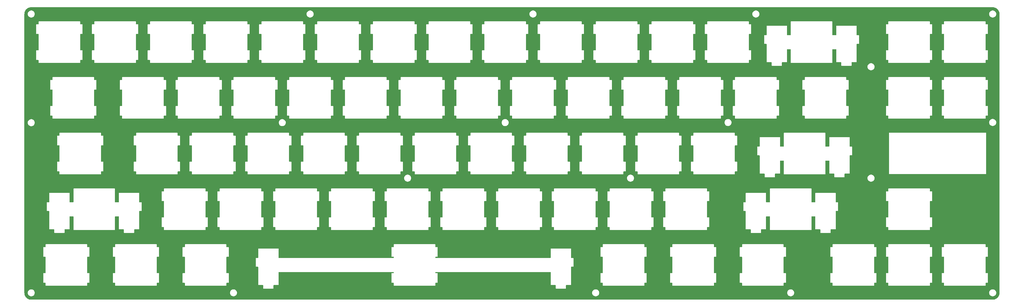
<source format=gbr>
G04 #@! TF.GenerationSoftware,KiCad,Pcbnew,8.0.7*
G04 #@! TF.CreationDate,2025-01-06T19:23:07+11:00*
G04 #@! TF.ProjectId,topv2,746f7076-322e-46b6-9963-61645f706362,rev?*
G04 #@! TF.SameCoordinates,Original*
G04 #@! TF.FileFunction,Copper,L2,Bot*
G04 #@! TF.FilePolarity,Positive*
%FSLAX46Y46*%
G04 Gerber Fmt 4.6, Leading zero omitted, Abs format (unit mm)*
G04 Created by KiCad (PCBNEW 8.0.7) date 2025-01-06 19:23:07*
%MOMM*%
%LPD*%
G01*
G04 APERTURE LIST*
G04 APERTURE END LIST*
G04 #@! TA.AperFunction,NonConductor*
G36*
X363060736Y-25881626D02*
G01*
X363332717Y-25898078D01*
X363347578Y-25899882D01*
X363611904Y-25948321D01*
X363626430Y-25951902D01*
X363882981Y-26031847D01*
X363896972Y-26037152D01*
X364142034Y-26147445D01*
X364155280Y-26154398D01*
X364385255Y-26293422D01*
X364397566Y-26301920D01*
X364609105Y-26467650D01*
X364620313Y-26477580D01*
X364810319Y-26667586D01*
X364820249Y-26678794D01*
X364985975Y-26890327D01*
X364994481Y-26902650D01*
X365133498Y-27132613D01*
X365140457Y-27145872D01*
X365250745Y-27390922D01*
X365256054Y-27404923D01*
X365335995Y-27661463D01*
X365339579Y-27676002D01*
X365388016Y-27940320D01*
X365389821Y-27955183D01*
X365406274Y-28227162D01*
X365406500Y-28234650D01*
X365406500Y-123570209D01*
X365406274Y-123577694D01*
X365389826Y-123849678D01*
X365388021Y-123864542D01*
X365339589Y-124128854D01*
X365336006Y-124143394D01*
X365256061Y-124399957D01*
X365250751Y-124413957D01*
X365140474Y-124658993D01*
X365133516Y-124672252D01*
X364994492Y-124902233D01*
X364985989Y-124914550D01*
X364873696Y-125057886D01*
X364820267Y-125126084D01*
X364810338Y-125137291D01*
X364620327Y-125327307D01*
X364609119Y-125337237D01*
X364397585Y-125502965D01*
X364385262Y-125511471D01*
X364155298Y-125650492D01*
X364142038Y-125657451D01*
X363896992Y-125767738D01*
X363882992Y-125773048D01*
X363626443Y-125852993D01*
X363611904Y-125856577D01*
X363347582Y-125905016D01*
X363332717Y-125906821D01*
X363061480Y-125923229D01*
X363053993Y-125923455D01*
X34354435Y-125923455D01*
X34346970Y-125923230D01*
X34075774Y-125906873D01*
X34060953Y-125905078D01*
X33984169Y-125891048D01*
X33797376Y-125856917D01*
X33782877Y-125853354D01*
X33526995Y-125773860D01*
X33513029Y-125768580D01*
X33270852Y-125659938D01*
X33268556Y-125658908D01*
X33255340Y-125651996D01*
X33025805Y-125513725D01*
X33013507Y-125505267D01*
X32802275Y-125340425D01*
X32791078Y-125330547D01*
X32601179Y-125141501D01*
X32591264Y-125130363D01*
X32425469Y-124919868D01*
X32416953Y-124907604D01*
X32277660Y-124678709D01*
X32270680Y-124665510D01*
X32228885Y-124573455D01*
X32159906Y-124421527D01*
X32154566Y-124407591D01*
X32154415Y-124407113D01*
X32073923Y-124152070D01*
X32070295Y-124137587D01*
X32068659Y-124128854D01*
X32020945Y-123874213D01*
X32019087Y-123859425D01*
X32009427Y-123710417D01*
X32001485Y-123587891D01*
X32001225Y-123579870D01*
X32001225Y-123573954D01*
X33145082Y-123573954D01*
X33145082Y-123573955D01*
X33165609Y-123795490D01*
X33165610Y-123795492D01*
X33226494Y-124009478D01*
X33226500Y-124009493D01*
X33325663Y-124208638D01*
X33325668Y-124208646D01*
X33459745Y-124386193D01*
X33624162Y-124536078D01*
X33624164Y-124536080D01*
X33813320Y-124653200D01*
X33813321Y-124653200D01*
X33813324Y-124653202D01*
X34020785Y-124733573D01*
X34239482Y-124774455D01*
X34239484Y-124774455D01*
X34461966Y-124774455D01*
X34461968Y-124774455D01*
X34680665Y-124733573D01*
X34888126Y-124653202D01*
X35077287Y-124536079D01*
X35221064Y-124405009D01*
X35241704Y-124386193D01*
X35321033Y-124281145D01*
X35375783Y-124208644D01*
X35474954Y-124009483D01*
X35535840Y-123795491D01*
X35556368Y-123573955D01*
X35556368Y-123573954D01*
X102293522Y-123573954D01*
X102293522Y-123573955D01*
X102314049Y-123795490D01*
X102314050Y-123795492D01*
X102374934Y-124009478D01*
X102374940Y-124009493D01*
X102474103Y-124208638D01*
X102474108Y-124208646D01*
X102608185Y-124386193D01*
X102772602Y-124536078D01*
X102772604Y-124536080D01*
X102961760Y-124653200D01*
X102961761Y-124653200D01*
X102961764Y-124653202D01*
X103169225Y-124733573D01*
X103387922Y-124774455D01*
X103387924Y-124774455D01*
X103610406Y-124774455D01*
X103610408Y-124774455D01*
X103829105Y-124733573D01*
X104036566Y-124653202D01*
X104225727Y-124536079D01*
X104369504Y-124405009D01*
X104390144Y-124386193D01*
X104469473Y-124281145D01*
X104524223Y-124208644D01*
X104623394Y-124009483D01*
X104684280Y-123795491D01*
X104704808Y-123573955D01*
X104704808Y-123573954D01*
X226118522Y-123573954D01*
X226118522Y-123573955D01*
X226139049Y-123795490D01*
X226139050Y-123795492D01*
X226199934Y-124009478D01*
X226199940Y-124009493D01*
X226299103Y-124208638D01*
X226299108Y-124208646D01*
X226433185Y-124386193D01*
X226597602Y-124536078D01*
X226597604Y-124536080D01*
X226786760Y-124653200D01*
X226786761Y-124653200D01*
X226786764Y-124653202D01*
X226994225Y-124733573D01*
X227212922Y-124774455D01*
X227212924Y-124774455D01*
X227435406Y-124774455D01*
X227435408Y-124774455D01*
X227654105Y-124733573D01*
X227861566Y-124653202D01*
X228050727Y-124536079D01*
X228194504Y-124405009D01*
X228215144Y-124386193D01*
X228294473Y-124281145D01*
X228349223Y-124208644D01*
X228448394Y-124009483D01*
X228509280Y-123795491D01*
X228529808Y-123573955D01*
X228529808Y-123573954D01*
X292792522Y-123573954D01*
X292792522Y-123573955D01*
X292813049Y-123795490D01*
X292813050Y-123795492D01*
X292873934Y-124009478D01*
X292873940Y-124009493D01*
X292973103Y-124208638D01*
X292973108Y-124208646D01*
X293107185Y-124386193D01*
X293271602Y-124536078D01*
X293271604Y-124536080D01*
X293460760Y-124653200D01*
X293460761Y-124653200D01*
X293460764Y-124653202D01*
X293668225Y-124733573D01*
X293886922Y-124774455D01*
X293886924Y-124774455D01*
X294109406Y-124774455D01*
X294109408Y-124774455D01*
X294328105Y-124733573D01*
X294535566Y-124653202D01*
X294724727Y-124536079D01*
X294868504Y-124405009D01*
X294889144Y-124386193D01*
X294968473Y-124281145D01*
X295023223Y-124208644D01*
X295122394Y-124009483D01*
X295183280Y-123795491D01*
X295203808Y-123573955D01*
X295203808Y-123573954D01*
X361851357Y-123573954D01*
X361851357Y-123573955D01*
X361871884Y-123795490D01*
X361871885Y-123795492D01*
X361932769Y-124009478D01*
X361932775Y-124009493D01*
X362031938Y-124208638D01*
X362031943Y-124208646D01*
X362166020Y-124386193D01*
X362330437Y-124536078D01*
X362330439Y-124536080D01*
X362519595Y-124653200D01*
X362519596Y-124653200D01*
X362519599Y-124653202D01*
X362727060Y-124733573D01*
X362945757Y-124774455D01*
X362945759Y-124774455D01*
X363168241Y-124774455D01*
X363168243Y-124774455D01*
X363386940Y-124733573D01*
X363594401Y-124653202D01*
X363783562Y-124536079D01*
X363927339Y-124405009D01*
X363947979Y-124386193D01*
X364027308Y-124281145D01*
X364082058Y-124208644D01*
X364181229Y-124009483D01*
X364242115Y-123795491D01*
X364262643Y-123573955D01*
X364242115Y-123352419D01*
X364181229Y-123138427D01*
X364181224Y-123138416D01*
X364082061Y-122939271D01*
X364082056Y-122939263D01*
X363947979Y-122761716D01*
X363783562Y-122611831D01*
X363783560Y-122611829D01*
X363594404Y-122494709D01*
X363594398Y-122494707D01*
X363386940Y-122414337D01*
X363168243Y-122373455D01*
X362945757Y-122373455D01*
X362727060Y-122414337D01*
X362595864Y-122465162D01*
X362519601Y-122494707D01*
X362519595Y-122494709D01*
X362330439Y-122611829D01*
X362330437Y-122611831D01*
X362166020Y-122761716D01*
X362031943Y-122939263D01*
X362031938Y-122939271D01*
X361932775Y-123138416D01*
X361932769Y-123138431D01*
X361871885Y-123352417D01*
X361871884Y-123352419D01*
X361851357Y-123573954D01*
X295203808Y-123573954D01*
X295183280Y-123352419D01*
X295122394Y-123138427D01*
X295122389Y-123138416D01*
X295023226Y-122939271D01*
X295023221Y-122939263D01*
X294889144Y-122761716D01*
X294724727Y-122611831D01*
X294724725Y-122611829D01*
X294535569Y-122494709D01*
X294535563Y-122494707D01*
X294328105Y-122414337D01*
X294109408Y-122373455D01*
X293886922Y-122373455D01*
X293668225Y-122414337D01*
X293537029Y-122465162D01*
X293460766Y-122494707D01*
X293460760Y-122494709D01*
X293271604Y-122611829D01*
X293271602Y-122611831D01*
X293107185Y-122761716D01*
X292973108Y-122939263D01*
X292973103Y-122939271D01*
X292873940Y-123138416D01*
X292873934Y-123138431D01*
X292813050Y-123352417D01*
X292813049Y-123352419D01*
X292792522Y-123573954D01*
X228529808Y-123573954D01*
X228509280Y-123352419D01*
X228448394Y-123138427D01*
X228448389Y-123138416D01*
X228349226Y-122939271D01*
X228349221Y-122939263D01*
X228215144Y-122761716D01*
X228050727Y-122611831D01*
X228050725Y-122611829D01*
X227861569Y-122494709D01*
X227861563Y-122494707D01*
X227654105Y-122414337D01*
X227435408Y-122373455D01*
X227212922Y-122373455D01*
X226994225Y-122414337D01*
X226863029Y-122465162D01*
X226786766Y-122494707D01*
X226786760Y-122494709D01*
X226597604Y-122611829D01*
X226597602Y-122611831D01*
X226433185Y-122761716D01*
X226299108Y-122939263D01*
X226299103Y-122939271D01*
X226199940Y-123138416D01*
X226199934Y-123138431D01*
X226139050Y-123352417D01*
X226139049Y-123352419D01*
X226118522Y-123573954D01*
X104704808Y-123573954D01*
X104684280Y-123352419D01*
X104623394Y-123138427D01*
X104623389Y-123138416D01*
X104524226Y-122939271D01*
X104524221Y-122939263D01*
X104390144Y-122761716D01*
X104225727Y-122611831D01*
X104225725Y-122611829D01*
X104036569Y-122494709D01*
X104036563Y-122494707D01*
X103829105Y-122414337D01*
X103610408Y-122373455D01*
X103387922Y-122373455D01*
X103169225Y-122414337D01*
X103038029Y-122465162D01*
X102961766Y-122494707D01*
X102961760Y-122494709D01*
X102772604Y-122611829D01*
X102772602Y-122611831D01*
X102608185Y-122761716D01*
X102474108Y-122939263D01*
X102474103Y-122939271D01*
X102374940Y-123138416D01*
X102374934Y-123138431D01*
X102314050Y-123352417D01*
X102314049Y-123352419D01*
X102293522Y-123573954D01*
X35556368Y-123573954D01*
X35535840Y-123352419D01*
X35474954Y-123138427D01*
X35474949Y-123138416D01*
X35375786Y-122939271D01*
X35375781Y-122939263D01*
X35241704Y-122761716D01*
X35077287Y-122611831D01*
X35077285Y-122611829D01*
X34888129Y-122494709D01*
X34888123Y-122494707D01*
X34680665Y-122414337D01*
X34461968Y-122373455D01*
X34239482Y-122373455D01*
X34020785Y-122414337D01*
X33889589Y-122465162D01*
X33813326Y-122494707D01*
X33813320Y-122494709D01*
X33624164Y-122611829D01*
X33624162Y-122611831D01*
X33459745Y-122761716D01*
X33325668Y-122939263D01*
X33325663Y-122939271D01*
X33226500Y-123138416D01*
X33226494Y-123138431D01*
X33165610Y-123352417D01*
X33165609Y-123352419D01*
X33145082Y-123573954D01*
X32001225Y-123573954D01*
X32001225Y-108030307D01*
X38449780Y-108030307D01*
X38449780Y-111168192D01*
X38465079Y-111205128D01*
X38465080Y-111205129D01*
X38493351Y-111233400D01*
X38530289Y-111248700D01*
X39126410Y-111248700D01*
X39193449Y-111268385D01*
X39239204Y-111321189D01*
X39250410Y-111372700D01*
X39250410Y-116725210D01*
X39230725Y-116792249D01*
X39177921Y-116838004D01*
X39126410Y-116849210D01*
X38530287Y-116849210D01*
X38493351Y-116864509D01*
X38465079Y-116892781D01*
X38449780Y-116929717D01*
X38449780Y-120070262D01*
X38465079Y-120107198D01*
X38465080Y-120107199D01*
X38493351Y-120135470D01*
X38530289Y-120150770D01*
X39126410Y-120150770D01*
X39193449Y-120170455D01*
X39239204Y-120223259D01*
X39250410Y-120274770D01*
X39250410Y-121069352D01*
X39265709Y-121106288D01*
X39265710Y-121106289D01*
X39293981Y-121134560D01*
X39330919Y-121149860D01*
X39330921Y-121149860D01*
X53370389Y-121149860D01*
X53370391Y-121149860D01*
X53407329Y-121134560D01*
X53435600Y-121106289D01*
X53450900Y-121069351D01*
X53450900Y-120274770D01*
X53470585Y-120207731D01*
X53523389Y-120161976D01*
X53574900Y-120150770D01*
X54170989Y-120150770D01*
X54170991Y-120150770D01*
X54207929Y-120135470D01*
X54236200Y-120107199D01*
X54251500Y-120070261D01*
X54251500Y-116929719D01*
X54236200Y-116892781D01*
X54207929Y-116864510D01*
X54207928Y-116864509D01*
X54170992Y-116849210D01*
X54170991Y-116849210D01*
X53574900Y-116849210D01*
X53507861Y-116829525D01*
X53462106Y-116776721D01*
X53450900Y-116725210D01*
X53450900Y-111372700D01*
X53470585Y-111305661D01*
X53523389Y-111259906D01*
X53574900Y-111248700D01*
X54170989Y-111248700D01*
X54170991Y-111248700D01*
X54207929Y-111233400D01*
X54236200Y-111205129D01*
X54251500Y-111168191D01*
X54251500Y-108030309D01*
X54251499Y-108030307D01*
X62262300Y-108030307D01*
X62262300Y-111168192D01*
X62277599Y-111205128D01*
X62277600Y-111205129D01*
X62305871Y-111233400D01*
X62342809Y-111248700D01*
X62937500Y-111248700D01*
X63004539Y-111268385D01*
X63050294Y-111321189D01*
X63061500Y-111372700D01*
X63061500Y-116725210D01*
X63041815Y-116792249D01*
X62989011Y-116838004D01*
X62937500Y-116849210D01*
X62342807Y-116849210D01*
X62305871Y-116864509D01*
X62277599Y-116892781D01*
X62262300Y-116929717D01*
X62262300Y-120070262D01*
X62277599Y-120107198D01*
X62277600Y-120107199D01*
X62305871Y-120135470D01*
X62342809Y-120150770D01*
X62937500Y-120150770D01*
X63004539Y-120170455D01*
X63050294Y-120223259D01*
X63061500Y-120274770D01*
X63061500Y-121069352D01*
X63076799Y-121106288D01*
X63076800Y-121106289D01*
X63105071Y-121134560D01*
X63142009Y-121149860D01*
X63142011Y-121149860D01*
X77182789Y-121149860D01*
X77182791Y-121149860D01*
X77219729Y-121134560D01*
X77248000Y-121106289D01*
X77263300Y-121069351D01*
X77263300Y-120274770D01*
X77282985Y-120207731D01*
X77335789Y-120161976D01*
X77387300Y-120150770D01*
X77982189Y-120150770D01*
X77982191Y-120150770D01*
X78019129Y-120135470D01*
X78047400Y-120107199D01*
X78062700Y-120070261D01*
X78062700Y-116929719D01*
X78047400Y-116892781D01*
X78019129Y-116864510D01*
X78019128Y-116864509D01*
X77982192Y-116849210D01*
X77982191Y-116849210D01*
X77387300Y-116849210D01*
X77320261Y-116829525D01*
X77274506Y-116776721D01*
X77263300Y-116725210D01*
X77263300Y-111372700D01*
X77282985Y-111305661D01*
X77335789Y-111259906D01*
X77387300Y-111248700D01*
X77982189Y-111248700D01*
X77982191Y-111248700D01*
X78019129Y-111233400D01*
X78047400Y-111205129D01*
X78062700Y-111168191D01*
X78062700Y-108030309D01*
X78062699Y-108030307D01*
X86074700Y-108030307D01*
X86074700Y-111168192D01*
X86089999Y-111205128D01*
X86090000Y-111205129D01*
X86118271Y-111233400D01*
X86155209Y-111248700D01*
X86751500Y-111248700D01*
X86818539Y-111268385D01*
X86864294Y-111321189D01*
X86875500Y-111372700D01*
X86875500Y-116725210D01*
X86855815Y-116792249D01*
X86803011Y-116838004D01*
X86751500Y-116849210D01*
X86155207Y-116849210D01*
X86118271Y-116864509D01*
X86089999Y-116892781D01*
X86074700Y-116929717D01*
X86074700Y-120070262D01*
X86089999Y-120107198D01*
X86090000Y-120107199D01*
X86118271Y-120135470D01*
X86155209Y-120150770D01*
X86751500Y-120150770D01*
X86818539Y-120170455D01*
X86864294Y-120223259D01*
X86875500Y-120274770D01*
X86875500Y-121069352D01*
X86890799Y-121106288D01*
X86890800Y-121106289D01*
X86919071Y-121134560D01*
X86956009Y-121149860D01*
X86956011Y-121149860D01*
X100995289Y-121149860D01*
X100995291Y-121149860D01*
X101032229Y-121134560D01*
X101060500Y-121106289D01*
X101075800Y-121069351D01*
X101075800Y-120274770D01*
X101095485Y-120207731D01*
X101148289Y-120161976D01*
X101199800Y-120150770D01*
X101796089Y-120150770D01*
X101796091Y-120150770D01*
X101833029Y-120135470D01*
X101861300Y-120107199D01*
X101876600Y-120070261D01*
X101876600Y-116929719D01*
X101861300Y-116892781D01*
X101833029Y-116864510D01*
X101833028Y-116864509D01*
X101796092Y-116849210D01*
X101796091Y-116849210D01*
X101199800Y-116849210D01*
X101132761Y-116829525D01*
X101087006Y-116776721D01*
X101075800Y-116725210D01*
X101075800Y-111730407D01*
X111112400Y-111730407D01*
X111112400Y-114569152D01*
X111127699Y-114606088D01*
X111127700Y-114606089D01*
X111155971Y-114634360D01*
X111192909Y-114649660D01*
X111812500Y-114649660D01*
X111879539Y-114669345D01*
X111925294Y-114722149D01*
X111936500Y-114773660D01*
X111936500Y-120839222D01*
X111951799Y-120876158D01*
X111951800Y-120876159D01*
X111980071Y-120904430D01*
X112017009Y-120919730D01*
X113537500Y-120919730D01*
X113604539Y-120939415D01*
X113650294Y-120992219D01*
X113661500Y-121043730D01*
X113661500Y-122039492D01*
X113676799Y-122076428D01*
X113676800Y-122076429D01*
X113705071Y-122104700D01*
X113742009Y-122120000D01*
X113742011Y-122120000D01*
X117082589Y-122120000D01*
X117082591Y-122120000D01*
X117119529Y-122104700D01*
X117147800Y-122076429D01*
X117163100Y-122039491D01*
X117163100Y-121043730D01*
X117182785Y-120976691D01*
X117235589Y-120930936D01*
X117287100Y-120919730D01*
X118808089Y-120919730D01*
X118808091Y-120919730D01*
X118845029Y-120904430D01*
X118873300Y-120876159D01*
X118888600Y-120839221D01*
X118888600Y-116573390D01*
X118908285Y-116506351D01*
X118961089Y-116460596D01*
X119012600Y-116449390D01*
X158187500Y-116449390D01*
X158254539Y-116469075D01*
X158300294Y-116521879D01*
X158311500Y-116573390D01*
X158311500Y-116725210D01*
X158291815Y-116792249D01*
X158239011Y-116838004D01*
X158187500Y-116849210D01*
X157593007Y-116849210D01*
X157556071Y-116864509D01*
X157527799Y-116892781D01*
X157512500Y-116929717D01*
X157512500Y-120070262D01*
X157527799Y-120107198D01*
X157527800Y-120107199D01*
X157556071Y-120135470D01*
X157593009Y-120150770D01*
X158187500Y-120150770D01*
X158254539Y-120170455D01*
X158300294Y-120223259D01*
X158311500Y-120274770D01*
X158311500Y-121069352D01*
X158326799Y-121106288D01*
X158326800Y-121106289D01*
X158355071Y-121134560D01*
X158392009Y-121149860D01*
X158392011Y-121149860D01*
X172432989Y-121149860D01*
X172432991Y-121149860D01*
X172469929Y-121134560D01*
X172498200Y-121106289D01*
X172513500Y-121069351D01*
X172513500Y-120274770D01*
X172533185Y-120207731D01*
X172585989Y-120161976D01*
X172637500Y-120150770D01*
X173231989Y-120150770D01*
X173231991Y-120150770D01*
X173268929Y-120135470D01*
X173297200Y-120107199D01*
X173312500Y-120070261D01*
X173312500Y-116929719D01*
X173297200Y-116892781D01*
X173268929Y-116864510D01*
X173268928Y-116864509D01*
X173231992Y-116849210D01*
X173231991Y-116849210D01*
X172637500Y-116849210D01*
X172570461Y-116829525D01*
X172524706Y-116776721D01*
X172513500Y-116725210D01*
X172513500Y-116573390D01*
X172533185Y-116506351D01*
X172585989Y-116460596D01*
X172637500Y-116449390D01*
X211812500Y-116449390D01*
X211879539Y-116469075D01*
X211925294Y-116521879D01*
X211936500Y-116573390D01*
X211936500Y-120839222D01*
X211951799Y-120876158D01*
X211951800Y-120876159D01*
X211980071Y-120904430D01*
X212017009Y-120919730D01*
X213537500Y-120919730D01*
X213604539Y-120939415D01*
X213650294Y-120992219D01*
X213661500Y-121043730D01*
X213661500Y-122039492D01*
X213676799Y-122076428D01*
X213676800Y-122076429D01*
X213705071Y-122104700D01*
X213742009Y-122120000D01*
X213742011Y-122120000D01*
X217082989Y-122120000D01*
X217082991Y-122120000D01*
X217119929Y-122104700D01*
X217148200Y-122076429D01*
X217163500Y-122039491D01*
X217163500Y-121043730D01*
X217183185Y-120976691D01*
X217235989Y-120930936D01*
X217287500Y-120919730D01*
X218807989Y-120919730D01*
X218807991Y-120919730D01*
X218844929Y-120904430D01*
X218873200Y-120876159D01*
X218888500Y-120839221D01*
X218888500Y-114773660D01*
X218908185Y-114706621D01*
X218960989Y-114660866D01*
X219012500Y-114649660D01*
X219631989Y-114649660D01*
X219631991Y-114649660D01*
X219668929Y-114634360D01*
X219697200Y-114606089D01*
X219712500Y-114569151D01*
X219712500Y-111730409D01*
X219697200Y-111693471D01*
X219668929Y-111665200D01*
X219668928Y-111665199D01*
X219631992Y-111649900D01*
X219631991Y-111649900D01*
X219012500Y-111649900D01*
X218945461Y-111630215D01*
X218899706Y-111577411D01*
X218888500Y-111525900D01*
X218888500Y-108500210D01*
X218888499Y-108500207D01*
X218873200Y-108463271D01*
X218844928Y-108434999D01*
X218807992Y-108419700D01*
X218807991Y-108419700D01*
X212056991Y-108419700D01*
X212017009Y-108419700D01*
X212017007Y-108419700D01*
X211980071Y-108434999D01*
X211951799Y-108463271D01*
X211936500Y-108500207D01*
X211936500Y-111525900D01*
X211916815Y-111592939D01*
X211864011Y-111638694D01*
X211812500Y-111649900D01*
X172637500Y-111649900D01*
X172570461Y-111630215D01*
X172524706Y-111577411D01*
X172513500Y-111525900D01*
X172513500Y-111372700D01*
X172533185Y-111305661D01*
X172585989Y-111259906D01*
X172637500Y-111248700D01*
X173231989Y-111248700D01*
X173231991Y-111248700D01*
X173268929Y-111233400D01*
X173297200Y-111205129D01*
X173312500Y-111168191D01*
X173312500Y-108030309D01*
X173312499Y-108030307D01*
X228949500Y-108030307D01*
X228949500Y-111168192D01*
X228964799Y-111205128D01*
X228964800Y-111205129D01*
X228993071Y-111233400D01*
X229030009Y-111248700D01*
X229626500Y-111248700D01*
X229693539Y-111268385D01*
X229739294Y-111321189D01*
X229750500Y-111372700D01*
X229750500Y-116725210D01*
X229730815Y-116792249D01*
X229678011Y-116838004D01*
X229626500Y-116849210D01*
X229030007Y-116849210D01*
X228993071Y-116864509D01*
X228964799Y-116892781D01*
X228949500Y-116929717D01*
X228949500Y-120070262D01*
X228964799Y-120107198D01*
X228964800Y-120107199D01*
X228993071Y-120135470D01*
X229030009Y-120150770D01*
X229626500Y-120150770D01*
X229693539Y-120170455D01*
X229739294Y-120223259D01*
X229750500Y-120274770D01*
X229750500Y-121069352D01*
X229765799Y-121106288D01*
X229765800Y-121106289D01*
X229794071Y-121134560D01*
X229831009Y-121149860D01*
X229831011Y-121149860D01*
X243869989Y-121149860D01*
X243869991Y-121149860D01*
X243906929Y-121134560D01*
X243935200Y-121106289D01*
X243950500Y-121069351D01*
X243950500Y-120274770D01*
X243970185Y-120207731D01*
X244022989Y-120161976D01*
X244074500Y-120150770D01*
X244670989Y-120150770D01*
X244670991Y-120150770D01*
X244707929Y-120135470D01*
X244736200Y-120107199D01*
X244751500Y-120070261D01*
X244751500Y-116929719D01*
X244736200Y-116892781D01*
X244707929Y-116864510D01*
X244707928Y-116864509D01*
X244670992Y-116849210D01*
X244670991Y-116849210D01*
X244074500Y-116849210D01*
X244007461Y-116829525D01*
X243961706Y-116776721D01*
X243950500Y-116725210D01*
X243950500Y-111372700D01*
X243970185Y-111305661D01*
X244022989Y-111259906D01*
X244074500Y-111248700D01*
X244670989Y-111248700D01*
X244670991Y-111248700D01*
X244707929Y-111233400D01*
X244736200Y-111205129D01*
X244751500Y-111168191D01*
X244751500Y-108030309D01*
X244751499Y-108030307D01*
X252762500Y-108030307D01*
X252762500Y-111168192D01*
X252777799Y-111205128D01*
X252777800Y-111205129D01*
X252806071Y-111233400D01*
X252843009Y-111248700D01*
X253437500Y-111248700D01*
X253504539Y-111268385D01*
X253550294Y-111321189D01*
X253561500Y-111372700D01*
X253561500Y-116725210D01*
X253541815Y-116792249D01*
X253489011Y-116838004D01*
X253437500Y-116849210D01*
X252843007Y-116849210D01*
X252806071Y-116864509D01*
X252777799Y-116892781D01*
X252762500Y-116929717D01*
X252762500Y-120070262D01*
X252777799Y-120107198D01*
X252777800Y-120107199D01*
X252806071Y-120135470D01*
X252843009Y-120150770D01*
X253437500Y-120150770D01*
X253504539Y-120170455D01*
X253550294Y-120223259D01*
X253561500Y-120274770D01*
X253561500Y-121069352D01*
X253576799Y-121106288D01*
X253576800Y-121106289D01*
X253605071Y-121134560D01*
X253642009Y-121149860D01*
X253642011Y-121149860D01*
X267682989Y-121149860D01*
X267682991Y-121149860D01*
X267719929Y-121134560D01*
X267748200Y-121106289D01*
X267763500Y-121069351D01*
X267763500Y-120274770D01*
X267783185Y-120207731D01*
X267835989Y-120161976D01*
X267887500Y-120150770D01*
X268481989Y-120150770D01*
X268481991Y-120150770D01*
X268518929Y-120135470D01*
X268547200Y-120107199D01*
X268562500Y-120070261D01*
X268562500Y-116929719D01*
X268547200Y-116892781D01*
X268518929Y-116864510D01*
X268518928Y-116864509D01*
X268481992Y-116849210D01*
X268481991Y-116849210D01*
X267887500Y-116849210D01*
X267820461Y-116829525D01*
X267774706Y-116776721D01*
X267763500Y-116725210D01*
X267763500Y-111372700D01*
X267783185Y-111305661D01*
X267835989Y-111259906D01*
X267887500Y-111248700D01*
X268481989Y-111248700D01*
X268481991Y-111248700D01*
X268518929Y-111233400D01*
X268547200Y-111205129D01*
X268562500Y-111168191D01*
X268562500Y-108030309D01*
X268562499Y-108030307D01*
X276574500Y-108030307D01*
X276574500Y-111168192D01*
X276589799Y-111205128D01*
X276589800Y-111205129D01*
X276618071Y-111233400D01*
X276655009Y-111248700D01*
X277251500Y-111248700D01*
X277318539Y-111268385D01*
X277364294Y-111321189D01*
X277375500Y-111372700D01*
X277375500Y-116725210D01*
X277355815Y-116792249D01*
X277303011Y-116838004D01*
X277251500Y-116849210D01*
X276655007Y-116849210D01*
X276618071Y-116864509D01*
X276589799Y-116892781D01*
X276574500Y-116929717D01*
X276574500Y-120070262D01*
X276589799Y-120107198D01*
X276589800Y-120107199D01*
X276618071Y-120135470D01*
X276655009Y-120150770D01*
X277251500Y-120150770D01*
X277318539Y-120170455D01*
X277364294Y-120223259D01*
X277375500Y-120274770D01*
X277375500Y-121069352D01*
X277390799Y-121106288D01*
X277390800Y-121106289D01*
X277419071Y-121134560D01*
X277456009Y-121149860D01*
X277456011Y-121149860D01*
X291494989Y-121149860D01*
X291494991Y-121149860D01*
X291531929Y-121134560D01*
X291560200Y-121106289D01*
X291575500Y-121069351D01*
X291575500Y-120274770D01*
X291595185Y-120207731D01*
X291647989Y-120161976D01*
X291699500Y-120150770D01*
X292295989Y-120150770D01*
X292295991Y-120150770D01*
X292332929Y-120135470D01*
X292361200Y-120107199D01*
X292376500Y-120070261D01*
X292376500Y-116929719D01*
X292361200Y-116892781D01*
X292332929Y-116864510D01*
X292332928Y-116864509D01*
X292295992Y-116849210D01*
X292295991Y-116849210D01*
X291699500Y-116849210D01*
X291632461Y-116829525D01*
X291586706Y-116776721D01*
X291575500Y-116725210D01*
X291575500Y-111372700D01*
X291595185Y-111305661D01*
X291647989Y-111259906D01*
X291699500Y-111248700D01*
X292295989Y-111248700D01*
X292295991Y-111248700D01*
X292332929Y-111233400D01*
X292361200Y-111205129D01*
X292376500Y-111168191D01*
X292376500Y-108030309D01*
X292376499Y-108030307D01*
X307530500Y-108030307D01*
X307530500Y-111168192D01*
X307545799Y-111205128D01*
X307545800Y-111205129D01*
X307574071Y-111233400D01*
X307611009Y-111248700D01*
X308207500Y-111248700D01*
X308274539Y-111268385D01*
X308320294Y-111321189D01*
X308331500Y-111372700D01*
X308331500Y-116725210D01*
X308311815Y-116792249D01*
X308259011Y-116838004D01*
X308207500Y-116849210D01*
X307611007Y-116849210D01*
X307574071Y-116864509D01*
X307545799Y-116892781D01*
X307530500Y-116929717D01*
X307530500Y-120070262D01*
X307545799Y-120107198D01*
X307545800Y-120107199D01*
X307574071Y-120135470D01*
X307611009Y-120150770D01*
X308207500Y-120150770D01*
X308274539Y-120170455D01*
X308320294Y-120223259D01*
X308331500Y-120274770D01*
X308331500Y-121069352D01*
X308346799Y-121106288D01*
X308346800Y-121106289D01*
X308375071Y-121134560D01*
X308412009Y-121149860D01*
X308412011Y-121149860D01*
X322451989Y-121149860D01*
X322451991Y-121149860D01*
X322488929Y-121134560D01*
X322517200Y-121106289D01*
X322532500Y-121069351D01*
X322532500Y-120274770D01*
X322552185Y-120207731D01*
X322604989Y-120161976D01*
X322656500Y-120150770D01*
X323250989Y-120150770D01*
X323250991Y-120150770D01*
X323287929Y-120135470D01*
X323316200Y-120107199D01*
X323331500Y-120070261D01*
X323331500Y-116929719D01*
X323316200Y-116892781D01*
X323287929Y-116864510D01*
X323287928Y-116864509D01*
X323250992Y-116849210D01*
X323250991Y-116849210D01*
X322656500Y-116849210D01*
X322589461Y-116829525D01*
X322543706Y-116776721D01*
X322532500Y-116725210D01*
X322532500Y-111372700D01*
X322552185Y-111305661D01*
X322604989Y-111259906D01*
X322656500Y-111248700D01*
X323250989Y-111248700D01*
X323250991Y-111248700D01*
X323287929Y-111233400D01*
X323316200Y-111205129D01*
X323331500Y-111168191D01*
X323331500Y-108030309D01*
X323331499Y-108030307D01*
X326580500Y-108030307D01*
X326580500Y-111168192D01*
X326595799Y-111205128D01*
X326595800Y-111205129D01*
X326624071Y-111233400D01*
X326661009Y-111248700D01*
X327257500Y-111248700D01*
X327324539Y-111268385D01*
X327370294Y-111321189D01*
X327381500Y-111372700D01*
X327381500Y-116725210D01*
X327361815Y-116792249D01*
X327309011Y-116838004D01*
X327257500Y-116849210D01*
X326661007Y-116849210D01*
X326624071Y-116864509D01*
X326595799Y-116892781D01*
X326580500Y-116929717D01*
X326580500Y-120070262D01*
X326595799Y-120107198D01*
X326595800Y-120107199D01*
X326624071Y-120135470D01*
X326661009Y-120150770D01*
X327257500Y-120150770D01*
X327324539Y-120170455D01*
X327370294Y-120223259D01*
X327381500Y-120274770D01*
X327381500Y-121069352D01*
X327396799Y-121106288D01*
X327396800Y-121106289D01*
X327425071Y-121134560D01*
X327462009Y-121149860D01*
X327462011Y-121149860D01*
X341501989Y-121149860D01*
X341501991Y-121149860D01*
X341538929Y-121134560D01*
X341567200Y-121106289D01*
X341582500Y-121069351D01*
X341582500Y-120274770D01*
X341602185Y-120207731D01*
X341654989Y-120161976D01*
X341706500Y-120150770D01*
X342300989Y-120150770D01*
X342300991Y-120150770D01*
X342337929Y-120135470D01*
X342366200Y-120107199D01*
X342381500Y-120070261D01*
X342381500Y-116929719D01*
X342366200Y-116892781D01*
X342337929Y-116864510D01*
X342337928Y-116864509D01*
X342300992Y-116849210D01*
X342300991Y-116849210D01*
X341706500Y-116849210D01*
X341639461Y-116829525D01*
X341593706Y-116776721D01*
X341582500Y-116725210D01*
X341582500Y-111372700D01*
X341602185Y-111305661D01*
X341654989Y-111259906D01*
X341706500Y-111248700D01*
X342300989Y-111248700D01*
X342300991Y-111248700D01*
X342337929Y-111233400D01*
X342366200Y-111205129D01*
X342381500Y-111168191D01*
X342381500Y-108030309D01*
X342381499Y-108030307D01*
X345630500Y-108030307D01*
X345630500Y-111168192D01*
X345645799Y-111205128D01*
X345645800Y-111205129D01*
X345674071Y-111233400D01*
X345711009Y-111248700D01*
X346307500Y-111248700D01*
X346374539Y-111268385D01*
X346420294Y-111321189D01*
X346431500Y-111372700D01*
X346431500Y-116725210D01*
X346411815Y-116792249D01*
X346359011Y-116838004D01*
X346307500Y-116849210D01*
X345711007Y-116849210D01*
X345674071Y-116864509D01*
X345645799Y-116892781D01*
X345630500Y-116929717D01*
X345630500Y-120070262D01*
X345645799Y-120107198D01*
X345645800Y-120107199D01*
X345674071Y-120135470D01*
X345711009Y-120150770D01*
X346307500Y-120150770D01*
X346374539Y-120170455D01*
X346420294Y-120223259D01*
X346431500Y-120274770D01*
X346431500Y-121069352D01*
X346446799Y-121106288D01*
X346446800Y-121106289D01*
X346475071Y-121134560D01*
X346512009Y-121149860D01*
X346512011Y-121149860D01*
X360551989Y-121149860D01*
X360551991Y-121149860D01*
X360588929Y-121134560D01*
X360617200Y-121106289D01*
X360632500Y-121069351D01*
X360632500Y-120274770D01*
X360652185Y-120207731D01*
X360704989Y-120161976D01*
X360756500Y-120150770D01*
X361350989Y-120150770D01*
X361350991Y-120150770D01*
X361387929Y-120135470D01*
X361416200Y-120107199D01*
X361431500Y-120070261D01*
X361431500Y-116929719D01*
X361416200Y-116892781D01*
X361387929Y-116864510D01*
X361387928Y-116864509D01*
X361350992Y-116849210D01*
X361350991Y-116849210D01*
X360756500Y-116849210D01*
X360689461Y-116829525D01*
X360643706Y-116776721D01*
X360632500Y-116725210D01*
X360632500Y-111372700D01*
X360652185Y-111305661D01*
X360704989Y-111259906D01*
X360756500Y-111248700D01*
X361350989Y-111248700D01*
X361350991Y-111248700D01*
X361387929Y-111233400D01*
X361416200Y-111205129D01*
X361431500Y-111168191D01*
X361431500Y-108030309D01*
X361416200Y-107993371D01*
X361387929Y-107965100D01*
X361387928Y-107965099D01*
X361350992Y-107949800D01*
X361350991Y-107949800D01*
X360756500Y-107949800D01*
X360689461Y-107930115D01*
X360643706Y-107877311D01*
X360632500Y-107825800D01*
X360632500Y-107029910D01*
X360632499Y-107029907D01*
X360617200Y-106992971D01*
X360588928Y-106964699D01*
X360551992Y-106949400D01*
X360551991Y-106949400D01*
X346551991Y-106949400D01*
X346512009Y-106949400D01*
X346512007Y-106949400D01*
X346475071Y-106964699D01*
X346446799Y-106992971D01*
X346431500Y-107029907D01*
X346431500Y-107825800D01*
X346411815Y-107892839D01*
X346359011Y-107938594D01*
X346307500Y-107949800D01*
X345711007Y-107949800D01*
X345674071Y-107965099D01*
X345645799Y-107993371D01*
X345630500Y-108030307D01*
X342381499Y-108030307D01*
X342366200Y-107993371D01*
X342337929Y-107965100D01*
X342337928Y-107965099D01*
X342300992Y-107949800D01*
X342300991Y-107949800D01*
X341706500Y-107949800D01*
X341639461Y-107930115D01*
X341593706Y-107877311D01*
X341582500Y-107825800D01*
X341582500Y-107029910D01*
X341582499Y-107029907D01*
X341567200Y-106992971D01*
X341538928Y-106964699D01*
X341501992Y-106949400D01*
X341501991Y-106949400D01*
X327501991Y-106949400D01*
X327462009Y-106949400D01*
X327462007Y-106949400D01*
X327425071Y-106964699D01*
X327396799Y-106992971D01*
X327381500Y-107029907D01*
X327381500Y-107825800D01*
X327361815Y-107892839D01*
X327309011Y-107938594D01*
X327257500Y-107949800D01*
X326661007Y-107949800D01*
X326624071Y-107965099D01*
X326595799Y-107993371D01*
X326580500Y-108030307D01*
X323331499Y-108030307D01*
X323316200Y-107993371D01*
X323287929Y-107965100D01*
X323287928Y-107965099D01*
X323250992Y-107949800D01*
X323250991Y-107949800D01*
X322656500Y-107949800D01*
X322589461Y-107930115D01*
X322543706Y-107877311D01*
X322532500Y-107825800D01*
X322532500Y-107029910D01*
X322532499Y-107029907D01*
X322517200Y-106992971D01*
X322488928Y-106964699D01*
X322451992Y-106949400D01*
X322451991Y-106949400D01*
X308451991Y-106949400D01*
X308412009Y-106949400D01*
X308412007Y-106949400D01*
X308375071Y-106964699D01*
X308346799Y-106992971D01*
X308331500Y-107029907D01*
X308331500Y-107825800D01*
X308311815Y-107892839D01*
X308259011Y-107938594D01*
X308207500Y-107949800D01*
X307611007Y-107949800D01*
X307574071Y-107965099D01*
X307545799Y-107993371D01*
X307530500Y-108030307D01*
X292376499Y-108030307D01*
X292361200Y-107993371D01*
X292332929Y-107965100D01*
X292332928Y-107965099D01*
X292295992Y-107949800D01*
X292295991Y-107949800D01*
X291699500Y-107949800D01*
X291632461Y-107930115D01*
X291586706Y-107877311D01*
X291575500Y-107825800D01*
X291575500Y-107029910D01*
X291575499Y-107029907D01*
X291560200Y-106992971D01*
X291531928Y-106964699D01*
X291494992Y-106949400D01*
X291494991Y-106949400D01*
X277495991Y-106949400D01*
X277456009Y-106949400D01*
X277456007Y-106949400D01*
X277419071Y-106964699D01*
X277390799Y-106992971D01*
X277375500Y-107029907D01*
X277375500Y-107825800D01*
X277355815Y-107892839D01*
X277303011Y-107938594D01*
X277251500Y-107949800D01*
X276655007Y-107949800D01*
X276618071Y-107965099D01*
X276589799Y-107993371D01*
X276574500Y-108030307D01*
X268562499Y-108030307D01*
X268547200Y-107993371D01*
X268518929Y-107965100D01*
X268518928Y-107965099D01*
X268481992Y-107949800D01*
X268481991Y-107949800D01*
X267887500Y-107949800D01*
X267820461Y-107930115D01*
X267774706Y-107877311D01*
X267763500Y-107825800D01*
X267763500Y-107029910D01*
X267763499Y-107029907D01*
X267748200Y-106992971D01*
X267719928Y-106964699D01*
X267682992Y-106949400D01*
X267682991Y-106949400D01*
X253681991Y-106949400D01*
X253642009Y-106949400D01*
X253642007Y-106949400D01*
X253605071Y-106964699D01*
X253576799Y-106992971D01*
X253561500Y-107029907D01*
X253561500Y-107825800D01*
X253541815Y-107892839D01*
X253489011Y-107938594D01*
X253437500Y-107949800D01*
X252843007Y-107949800D01*
X252806071Y-107965099D01*
X252777799Y-107993371D01*
X252762500Y-108030307D01*
X244751499Y-108030307D01*
X244736200Y-107993371D01*
X244707929Y-107965100D01*
X244707928Y-107965099D01*
X244670992Y-107949800D01*
X244670991Y-107949800D01*
X244074500Y-107949800D01*
X244007461Y-107930115D01*
X243961706Y-107877311D01*
X243950500Y-107825800D01*
X243950500Y-107029910D01*
X243950499Y-107029907D01*
X243935200Y-106992971D01*
X243906928Y-106964699D01*
X243869992Y-106949400D01*
X243869991Y-106949400D01*
X229870991Y-106949400D01*
X229831009Y-106949400D01*
X229831007Y-106949400D01*
X229794071Y-106964699D01*
X229765799Y-106992971D01*
X229750500Y-107029907D01*
X229750500Y-107825800D01*
X229730815Y-107892839D01*
X229678011Y-107938594D01*
X229626500Y-107949800D01*
X229030007Y-107949800D01*
X228993071Y-107965099D01*
X228964799Y-107993371D01*
X228949500Y-108030307D01*
X173312499Y-108030307D01*
X173297200Y-107993371D01*
X173268929Y-107965100D01*
X173268928Y-107965099D01*
X173231992Y-107949800D01*
X173231991Y-107949800D01*
X172637500Y-107949800D01*
X172570461Y-107930115D01*
X172524706Y-107877311D01*
X172513500Y-107825800D01*
X172513500Y-107029910D01*
X172513499Y-107029907D01*
X172498200Y-106992971D01*
X172469928Y-106964699D01*
X172432992Y-106949400D01*
X172432991Y-106949400D01*
X158431991Y-106949400D01*
X158392009Y-106949400D01*
X158392007Y-106949400D01*
X158355071Y-106964699D01*
X158326799Y-106992971D01*
X158311500Y-107029907D01*
X158311500Y-107825800D01*
X158291815Y-107892839D01*
X158239011Y-107938594D01*
X158187500Y-107949800D01*
X157593007Y-107949800D01*
X157556071Y-107965099D01*
X157527799Y-107993371D01*
X157512500Y-108030307D01*
X157512500Y-111168192D01*
X157527799Y-111205128D01*
X157527800Y-111205129D01*
X157556071Y-111233400D01*
X157593009Y-111248700D01*
X158187500Y-111248700D01*
X158254539Y-111268385D01*
X158300294Y-111321189D01*
X158311500Y-111372700D01*
X158311500Y-111525900D01*
X158291815Y-111592939D01*
X158239011Y-111638694D01*
X158187500Y-111649900D01*
X119012600Y-111649900D01*
X118945561Y-111630215D01*
X118899806Y-111577411D01*
X118888600Y-111525900D01*
X118888600Y-108500210D01*
X118888599Y-108500207D01*
X118873300Y-108463271D01*
X118845028Y-108434999D01*
X118808092Y-108419700D01*
X118808091Y-108419700D01*
X112056991Y-108419700D01*
X112017009Y-108419700D01*
X112017007Y-108419700D01*
X111980071Y-108434999D01*
X111951799Y-108463271D01*
X111936500Y-108500207D01*
X111936500Y-111525900D01*
X111916815Y-111592939D01*
X111864011Y-111638694D01*
X111812500Y-111649900D01*
X111192907Y-111649900D01*
X111155971Y-111665199D01*
X111127699Y-111693471D01*
X111112400Y-111730407D01*
X101075800Y-111730407D01*
X101075800Y-111372700D01*
X101095485Y-111305661D01*
X101148289Y-111259906D01*
X101199800Y-111248700D01*
X101796089Y-111248700D01*
X101796091Y-111248700D01*
X101833029Y-111233400D01*
X101861300Y-111205129D01*
X101876600Y-111168191D01*
X101876600Y-108030309D01*
X101861300Y-107993371D01*
X101833029Y-107965100D01*
X101833028Y-107965099D01*
X101796092Y-107949800D01*
X101796091Y-107949800D01*
X101199800Y-107949800D01*
X101132761Y-107930115D01*
X101087006Y-107877311D01*
X101075800Y-107825800D01*
X101075800Y-107029910D01*
X101075799Y-107029907D01*
X101060500Y-106992971D01*
X101032228Y-106964699D01*
X100995292Y-106949400D01*
X100995291Y-106949400D01*
X86995991Y-106949400D01*
X86956009Y-106949400D01*
X86956007Y-106949400D01*
X86919071Y-106964699D01*
X86890799Y-106992971D01*
X86875500Y-107029907D01*
X86875500Y-107825800D01*
X86855815Y-107892839D01*
X86803011Y-107938594D01*
X86751500Y-107949800D01*
X86155207Y-107949800D01*
X86118271Y-107965099D01*
X86089999Y-107993371D01*
X86074700Y-108030307D01*
X78062699Y-108030307D01*
X78047400Y-107993371D01*
X78019129Y-107965100D01*
X78019128Y-107965099D01*
X77982192Y-107949800D01*
X77982191Y-107949800D01*
X77387300Y-107949800D01*
X77320261Y-107930115D01*
X77274506Y-107877311D01*
X77263300Y-107825800D01*
X77263300Y-107029910D01*
X77263299Y-107029907D01*
X77248000Y-106992971D01*
X77219728Y-106964699D01*
X77182792Y-106949400D01*
X77182791Y-106949400D01*
X63181991Y-106949400D01*
X63142009Y-106949400D01*
X63142007Y-106949400D01*
X63105071Y-106964699D01*
X63076799Y-106992971D01*
X63061500Y-107029907D01*
X63061500Y-107825800D01*
X63041815Y-107892839D01*
X62989011Y-107938594D01*
X62937500Y-107949800D01*
X62342807Y-107949800D01*
X62305871Y-107965099D01*
X62277599Y-107993371D01*
X62262300Y-108030307D01*
X54251499Y-108030307D01*
X54236200Y-107993371D01*
X54207929Y-107965100D01*
X54207928Y-107965099D01*
X54170992Y-107949800D01*
X54170991Y-107949800D01*
X53574900Y-107949800D01*
X53507861Y-107930115D01*
X53462106Y-107877311D01*
X53450900Y-107825800D01*
X53450900Y-107029910D01*
X53450899Y-107029907D01*
X53435600Y-106992971D01*
X53407328Y-106964699D01*
X53370392Y-106949400D01*
X53370391Y-106949400D01*
X39370901Y-106949400D01*
X39330919Y-106949400D01*
X39330917Y-106949400D01*
X39293981Y-106964699D01*
X39265709Y-106992971D01*
X39250410Y-107029907D01*
X39250410Y-107825800D01*
X39230725Y-107892839D01*
X39177921Y-107938594D01*
X39126410Y-107949800D01*
X38530287Y-107949800D01*
X38493351Y-107965099D01*
X38465079Y-107993371D01*
X38449780Y-108030307D01*
X32001225Y-108030307D01*
X32001225Y-92680407D01*
X39674830Y-92680407D01*
X39674830Y-95519192D01*
X39690129Y-95556128D01*
X39690130Y-95556129D01*
X39718401Y-95584400D01*
X39755339Y-95599700D01*
X40376300Y-95599700D01*
X40443339Y-95619385D01*
X40489094Y-95672189D01*
X40500300Y-95723700D01*
X40500300Y-101789192D01*
X40515599Y-101826128D01*
X40515600Y-101826129D01*
X40543871Y-101854400D01*
X40580809Y-101869700D01*
X42101590Y-101869700D01*
X42168629Y-101889385D01*
X42214384Y-101942189D01*
X42225590Y-101993700D01*
X42225590Y-102989492D01*
X42240889Y-103026428D01*
X42240890Y-103026429D01*
X42269161Y-103054700D01*
X42306099Y-103070000D01*
X42306101Y-103070000D01*
X45645089Y-103070000D01*
X45645091Y-103070000D01*
X45682029Y-103054700D01*
X45710300Y-103026429D01*
X45725600Y-102989491D01*
X45725600Y-101993700D01*
X45745285Y-101926661D01*
X45798089Y-101880906D01*
X45849600Y-101869700D01*
X47370389Y-101869700D01*
X47370391Y-101869700D01*
X47407329Y-101854400D01*
X47435600Y-101826129D01*
X47450900Y-101789191D01*
X47450900Y-97524800D01*
X47470585Y-97457761D01*
X47523389Y-97412006D01*
X47574900Y-97400800D01*
X48651400Y-97400800D01*
X48718439Y-97420485D01*
X48764194Y-97473289D01*
X48775400Y-97524800D01*
X48775400Y-102019392D01*
X48790699Y-102056328D01*
X48790700Y-102056329D01*
X48818971Y-102084600D01*
X48855909Y-102099900D01*
X48855911Y-102099900D01*
X62895389Y-102099900D01*
X62895391Y-102099900D01*
X62932329Y-102084600D01*
X62960600Y-102056329D01*
X62975900Y-102019391D01*
X62975900Y-97524800D01*
X62995585Y-97457761D01*
X63048389Y-97412006D01*
X63099900Y-97400800D01*
X64176400Y-97400800D01*
X64243439Y-97420485D01*
X64289194Y-97473289D01*
X64300400Y-97524800D01*
X64300400Y-101789192D01*
X64315699Y-101826128D01*
X64315700Y-101826129D01*
X64343971Y-101854400D01*
X64380909Y-101869700D01*
X64420891Y-101869700D01*
X65900300Y-101869700D01*
X65967339Y-101889385D01*
X66013094Y-101942189D01*
X66024300Y-101993700D01*
X66024300Y-102989492D01*
X66039599Y-103026428D01*
X66039600Y-103026429D01*
X66067871Y-103054700D01*
X66104809Y-103070000D01*
X66104811Y-103070000D01*
X69445189Y-103070000D01*
X69445191Y-103070000D01*
X69482129Y-103054700D01*
X69510400Y-103026429D01*
X69525700Y-102989491D01*
X69525700Y-101993700D01*
X69545385Y-101926661D01*
X69598189Y-101880906D01*
X69649700Y-101869700D01*
X71170389Y-101869700D01*
X71170391Y-101869700D01*
X71207329Y-101854400D01*
X71235600Y-101826129D01*
X71250900Y-101789191D01*
X71250900Y-95723700D01*
X71270585Y-95656661D01*
X71323389Y-95610906D01*
X71374900Y-95599700D01*
X71995889Y-95599700D01*
X71995891Y-95599700D01*
X72032829Y-95584400D01*
X72061100Y-95556129D01*
X72076400Y-95519191D01*
X72076400Y-92680409D01*
X72061100Y-92643471D01*
X72032829Y-92615200D01*
X72032828Y-92615199D01*
X71995892Y-92599900D01*
X71995891Y-92599900D01*
X71374900Y-92599900D01*
X71307861Y-92580215D01*
X71262106Y-92527411D01*
X71250900Y-92475900D01*
X71250900Y-89450210D01*
X71250899Y-89450207D01*
X71235600Y-89413271D01*
X71207328Y-89384999D01*
X71170392Y-89369700D01*
X71170391Y-89369700D01*
X64420891Y-89369700D01*
X64380909Y-89369700D01*
X64380907Y-89369700D01*
X64343971Y-89384999D01*
X64315699Y-89413271D01*
X64300400Y-89450207D01*
X64300400Y-92475900D01*
X64280715Y-92542939D01*
X64227911Y-92588694D01*
X64176400Y-92599900D01*
X63099900Y-92599900D01*
X63032861Y-92580215D01*
X62987106Y-92527411D01*
X62975900Y-92475900D01*
X62975900Y-88980307D01*
X78930900Y-88980307D01*
X78930900Y-92118192D01*
X78946199Y-92155128D01*
X78946200Y-92155129D01*
X78974471Y-92183400D01*
X79011409Y-92198700D01*
X79607700Y-92198700D01*
X79674739Y-92218385D01*
X79720494Y-92271189D01*
X79731700Y-92322700D01*
X79731700Y-97675200D01*
X79712015Y-97742239D01*
X79659211Y-97787994D01*
X79607700Y-97799200D01*
X79011407Y-97799200D01*
X78974471Y-97814499D01*
X78946199Y-97842771D01*
X78930900Y-97879707D01*
X78930900Y-101020292D01*
X78946199Y-101057228D01*
X78946200Y-101057229D01*
X78974471Y-101085500D01*
X79011409Y-101100800D01*
X79607700Y-101100800D01*
X79674739Y-101120485D01*
X79720494Y-101173289D01*
X79731700Y-101224800D01*
X79731700Y-102019392D01*
X79746999Y-102056328D01*
X79747000Y-102056329D01*
X79775271Y-102084600D01*
X79812209Y-102099900D01*
X79812211Y-102099900D01*
X93851489Y-102099900D01*
X93851491Y-102099900D01*
X93888429Y-102084600D01*
X93916700Y-102056329D01*
X93932000Y-102019391D01*
X93932000Y-101224800D01*
X93951685Y-101157761D01*
X94004489Y-101112006D01*
X94056000Y-101100800D01*
X94650889Y-101100800D01*
X94650891Y-101100800D01*
X94687829Y-101085500D01*
X94716100Y-101057229D01*
X94731400Y-101020291D01*
X94731400Y-97879709D01*
X94716100Y-97842771D01*
X94687829Y-97814500D01*
X94687828Y-97814499D01*
X94650892Y-97799200D01*
X94650891Y-97799200D01*
X94056000Y-97799200D01*
X93988961Y-97779515D01*
X93943206Y-97726711D01*
X93932000Y-97675200D01*
X93932000Y-92322700D01*
X93951685Y-92255661D01*
X94004489Y-92209906D01*
X94056000Y-92198700D01*
X94650889Y-92198700D01*
X94650891Y-92198700D01*
X94687829Y-92183400D01*
X94716100Y-92155129D01*
X94731400Y-92118191D01*
X94731400Y-88980309D01*
X94731399Y-88980307D01*
X97980900Y-88980307D01*
X97980900Y-92118192D01*
X97996199Y-92155128D01*
X97996200Y-92155129D01*
X98024471Y-92183400D01*
X98061409Y-92198700D01*
X98657700Y-92198700D01*
X98724739Y-92218385D01*
X98770494Y-92271189D01*
X98781700Y-92322700D01*
X98781700Y-97675200D01*
X98762015Y-97742239D01*
X98709211Y-97787994D01*
X98657700Y-97799200D01*
X98061407Y-97799200D01*
X98024471Y-97814499D01*
X97996199Y-97842771D01*
X97980900Y-97879707D01*
X97980900Y-101020292D01*
X97996199Y-101057228D01*
X97996200Y-101057229D01*
X98024471Y-101085500D01*
X98061409Y-101100800D01*
X98657700Y-101100800D01*
X98724739Y-101120485D01*
X98770494Y-101173289D01*
X98781700Y-101224800D01*
X98781700Y-102019392D01*
X98796999Y-102056328D01*
X98797000Y-102056329D01*
X98825271Y-102084600D01*
X98862209Y-102099900D01*
X98862211Y-102099900D01*
X112901489Y-102099900D01*
X112901491Y-102099900D01*
X112938429Y-102084600D01*
X112966700Y-102056329D01*
X112982000Y-102019391D01*
X112982000Y-101224800D01*
X113001685Y-101157761D01*
X113054489Y-101112006D01*
X113106000Y-101100800D01*
X113700889Y-101100800D01*
X113700891Y-101100800D01*
X113737829Y-101085500D01*
X113766100Y-101057229D01*
X113781400Y-101020291D01*
X113781400Y-97879709D01*
X113766100Y-97842771D01*
X113737829Y-97814500D01*
X113737828Y-97814499D01*
X113700892Y-97799200D01*
X113700891Y-97799200D01*
X113106000Y-97799200D01*
X113038961Y-97779515D01*
X112993206Y-97726711D01*
X112982000Y-97675200D01*
X112982000Y-92322700D01*
X113001685Y-92255661D01*
X113054489Y-92209906D01*
X113106000Y-92198700D01*
X113700889Y-92198700D01*
X113700891Y-92198700D01*
X113737829Y-92183400D01*
X113766100Y-92155129D01*
X113781400Y-92118191D01*
X113781400Y-88980309D01*
X113781399Y-88980307D01*
X117030900Y-88980307D01*
X117030900Y-92118192D01*
X117046199Y-92155128D01*
X117046200Y-92155129D01*
X117074471Y-92183400D01*
X117111409Y-92198700D01*
X117707700Y-92198700D01*
X117774739Y-92218385D01*
X117820494Y-92271189D01*
X117831700Y-92322700D01*
X117831700Y-97675200D01*
X117812015Y-97742239D01*
X117759211Y-97787994D01*
X117707700Y-97799200D01*
X117111407Y-97799200D01*
X117074471Y-97814499D01*
X117046199Y-97842771D01*
X117030900Y-97879707D01*
X117030900Y-101020292D01*
X117046199Y-101057228D01*
X117046200Y-101057229D01*
X117074471Y-101085500D01*
X117111409Y-101100800D01*
X117707700Y-101100800D01*
X117774739Y-101120485D01*
X117820494Y-101173289D01*
X117831700Y-101224800D01*
X117831700Y-102019392D01*
X117846999Y-102056328D01*
X117847000Y-102056329D01*
X117875271Y-102084600D01*
X117912209Y-102099900D01*
X117912211Y-102099900D01*
X131951489Y-102099900D01*
X131951491Y-102099900D01*
X131988429Y-102084600D01*
X132016700Y-102056329D01*
X132032000Y-102019391D01*
X132032000Y-101224800D01*
X132051685Y-101157761D01*
X132104489Y-101112006D01*
X132156000Y-101100800D01*
X132750889Y-101100800D01*
X132750891Y-101100800D01*
X132787829Y-101085500D01*
X132816100Y-101057229D01*
X132831400Y-101020291D01*
X132831400Y-97879709D01*
X132816100Y-97842771D01*
X132787829Y-97814500D01*
X132787828Y-97814499D01*
X132750892Y-97799200D01*
X132750891Y-97799200D01*
X132156000Y-97799200D01*
X132088961Y-97779515D01*
X132043206Y-97726711D01*
X132032000Y-97675200D01*
X132032000Y-92322700D01*
X132051685Y-92255661D01*
X132104489Y-92209906D01*
X132156000Y-92198700D01*
X132750889Y-92198700D01*
X132750891Y-92198700D01*
X132787829Y-92183400D01*
X132816100Y-92155129D01*
X132831400Y-92118191D01*
X132831400Y-88980309D01*
X132831399Y-88980307D01*
X136080500Y-88980307D01*
X136080500Y-92118192D01*
X136095799Y-92155128D01*
X136095800Y-92155129D01*
X136124071Y-92183400D01*
X136161009Y-92198700D01*
X136757500Y-92198700D01*
X136824539Y-92218385D01*
X136870294Y-92271189D01*
X136881500Y-92322700D01*
X136881500Y-97675200D01*
X136861815Y-97742239D01*
X136809011Y-97787994D01*
X136757500Y-97799200D01*
X136161007Y-97799200D01*
X136124071Y-97814499D01*
X136095799Y-97842771D01*
X136080500Y-97879707D01*
X136080500Y-101020292D01*
X136095799Y-101057228D01*
X136095800Y-101057229D01*
X136124071Y-101085500D01*
X136161009Y-101100800D01*
X136757500Y-101100800D01*
X136824539Y-101120485D01*
X136870294Y-101173289D01*
X136881500Y-101224800D01*
X136881500Y-102019392D01*
X136896799Y-102056328D01*
X136896800Y-102056329D01*
X136925071Y-102084600D01*
X136962009Y-102099900D01*
X136962011Y-102099900D01*
X151001989Y-102099900D01*
X151001991Y-102099900D01*
X151038929Y-102084600D01*
X151067200Y-102056329D01*
X151082500Y-102019391D01*
X151082500Y-101224800D01*
X151102185Y-101157761D01*
X151154989Y-101112006D01*
X151206500Y-101100800D01*
X151800989Y-101100800D01*
X151800991Y-101100800D01*
X151837929Y-101085500D01*
X151866200Y-101057229D01*
X151881500Y-101020291D01*
X151881500Y-97879709D01*
X151866200Y-97842771D01*
X151837929Y-97814500D01*
X151837928Y-97814499D01*
X151800992Y-97799200D01*
X151800991Y-97799200D01*
X151206500Y-97799200D01*
X151139461Y-97779515D01*
X151093706Y-97726711D01*
X151082500Y-97675200D01*
X151082500Y-92322700D01*
X151102185Y-92255661D01*
X151154989Y-92209906D01*
X151206500Y-92198700D01*
X151800989Y-92198700D01*
X151800991Y-92198700D01*
X151837929Y-92183400D01*
X151866200Y-92155129D01*
X151881500Y-92118191D01*
X151881500Y-88980309D01*
X151881499Y-88980307D01*
X155130500Y-88980307D01*
X155130500Y-92118192D01*
X155145799Y-92155128D01*
X155145800Y-92155129D01*
X155174071Y-92183400D01*
X155211009Y-92198700D01*
X155807500Y-92198700D01*
X155874539Y-92218385D01*
X155920294Y-92271189D01*
X155931500Y-92322700D01*
X155931500Y-97675200D01*
X155911815Y-97742239D01*
X155859011Y-97787994D01*
X155807500Y-97799200D01*
X155211007Y-97799200D01*
X155174071Y-97814499D01*
X155145799Y-97842771D01*
X155130500Y-97879707D01*
X155130500Y-101020292D01*
X155145799Y-101057228D01*
X155145800Y-101057229D01*
X155174071Y-101085500D01*
X155211009Y-101100800D01*
X155807500Y-101100800D01*
X155874539Y-101120485D01*
X155920294Y-101173289D01*
X155931500Y-101224800D01*
X155931500Y-102019392D01*
X155946799Y-102056328D01*
X155946800Y-102056329D01*
X155975071Y-102084600D01*
X156012009Y-102099900D01*
X156012011Y-102099900D01*
X170051989Y-102099900D01*
X170051991Y-102099900D01*
X170088929Y-102084600D01*
X170117200Y-102056329D01*
X170132500Y-102019391D01*
X170132500Y-101224800D01*
X170152185Y-101157761D01*
X170204989Y-101112006D01*
X170256500Y-101100800D01*
X170850989Y-101100800D01*
X170850991Y-101100800D01*
X170887929Y-101085500D01*
X170916200Y-101057229D01*
X170931500Y-101020291D01*
X170931500Y-97879709D01*
X170916200Y-97842771D01*
X170887929Y-97814500D01*
X170887928Y-97814499D01*
X170850992Y-97799200D01*
X170850991Y-97799200D01*
X170256500Y-97799200D01*
X170189461Y-97779515D01*
X170143706Y-97726711D01*
X170132500Y-97675200D01*
X170132500Y-92322700D01*
X170152185Y-92255661D01*
X170204989Y-92209906D01*
X170256500Y-92198700D01*
X170850989Y-92198700D01*
X170850991Y-92198700D01*
X170887929Y-92183400D01*
X170916200Y-92155129D01*
X170931500Y-92118191D01*
X170931500Y-88980309D01*
X170931499Y-88980307D01*
X174180500Y-88980307D01*
X174180500Y-92118192D01*
X174195799Y-92155128D01*
X174195800Y-92155129D01*
X174224071Y-92183400D01*
X174261009Y-92198700D01*
X174857500Y-92198700D01*
X174924539Y-92218385D01*
X174970294Y-92271189D01*
X174981500Y-92322700D01*
X174981500Y-97675200D01*
X174961815Y-97742239D01*
X174909011Y-97787994D01*
X174857500Y-97799200D01*
X174261007Y-97799200D01*
X174224071Y-97814499D01*
X174195799Y-97842771D01*
X174180500Y-97879707D01*
X174180500Y-101020292D01*
X174195799Y-101057228D01*
X174195800Y-101057229D01*
X174224071Y-101085500D01*
X174261009Y-101100800D01*
X174857500Y-101100800D01*
X174924539Y-101120485D01*
X174970294Y-101173289D01*
X174981500Y-101224800D01*
X174981500Y-102019392D01*
X174996799Y-102056328D01*
X174996800Y-102056329D01*
X175025071Y-102084600D01*
X175062009Y-102099900D01*
X175062011Y-102099900D01*
X189101989Y-102099900D01*
X189101991Y-102099900D01*
X189138929Y-102084600D01*
X189167200Y-102056329D01*
X189182500Y-102019391D01*
X189182500Y-101224800D01*
X189202185Y-101157761D01*
X189254989Y-101112006D01*
X189306500Y-101100800D01*
X189900989Y-101100800D01*
X189900991Y-101100800D01*
X189937929Y-101085500D01*
X189966200Y-101057229D01*
X189981500Y-101020291D01*
X189981500Y-97879709D01*
X189966200Y-97842771D01*
X189937929Y-97814500D01*
X189937928Y-97814499D01*
X189900992Y-97799200D01*
X189900991Y-97799200D01*
X189306500Y-97799200D01*
X189239461Y-97779515D01*
X189193706Y-97726711D01*
X189182500Y-97675200D01*
X189182500Y-92322700D01*
X189202185Y-92255661D01*
X189254989Y-92209906D01*
X189306500Y-92198700D01*
X189900989Y-92198700D01*
X189900991Y-92198700D01*
X189937929Y-92183400D01*
X189966200Y-92155129D01*
X189981500Y-92118191D01*
X189981500Y-88980309D01*
X189981499Y-88980307D01*
X193230500Y-88980307D01*
X193230500Y-92118192D01*
X193245799Y-92155128D01*
X193245800Y-92155129D01*
X193274071Y-92183400D01*
X193311009Y-92198700D01*
X193907500Y-92198700D01*
X193974539Y-92218385D01*
X194020294Y-92271189D01*
X194031500Y-92322700D01*
X194031500Y-97675200D01*
X194011815Y-97742239D01*
X193959011Y-97787994D01*
X193907500Y-97799200D01*
X193311007Y-97799200D01*
X193274071Y-97814499D01*
X193245799Y-97842771D01*
X193230500Y-97879707D01*
X193230500Y-101020292D01*
X193245799Y-101057228D01*
X193245800Y-101057229D01*
X193274071Y-101085500D01*
X193311009Y-101100800D01*
X193907500Y-101100800D01*
X193974539Y-101120485D01*
X194020294Y-101173289D01*
X194031500Y-101224800D01*
X194031500Y-102019392D01*
X194046799Y-102056328D01*
X194046800Y-102056329D01*
X194075071Y-102084600D01*
X194112009Y-102099900D01*
X194112011Y-102099900D01*
X208151989Y-102099900D01*
X208151991Y-102099900D01*
X208188929Y-102084600D01*
X208217200Y-102056329D01*
X208232500Y-102019391D01*
X208232500Y-101224800D01*
X208252185Y-101157761D01*
X208304989Y-101112006D01*
X208356500Y-101100800D01*
X208950989Y-101100800D01*
X208950991Y-101100800D01*
X208987929Y-101085500D01*
X209016200Y-101057229D01*
X209031500Y-101020291D01*
X209031500Y-97879709D01*
X209016200Y-97842771D01*
X208987929Y-97814500D01*
X208987928Y-97814499D01*
X208950992Y-97799200D01*
X208950991Y-97799200D01*
X208356500Y-97799200D01*
X208289461Y-97779515D01*
X208243706Y-97726711D01*
X208232500Y-97675200D01*
X208232500Y-92322700D01*
X208252185Y-92255661D01*
X208304989Y-92209906D01*
X208356500Y-92198700D01*
X208950989Y-92198700D01*
X208950991Y-92198700D01*
X208987929Y-92183400D01*
X209016200Y-92155129D01*
X209031500Y-92118191D01*
X209031500Y-88980309D01*
X209031499Y-88980307D01*
X212280500Y-88980307D01*
X212280500Y-92118192D01*
X212295799Y-92155128D01*
X212295800Y-92155129D01*
X212324071Y-92183400D01*
X212361009Y-92198700D01*
X212957500Y-92198700D01*
X213024539Y-92218385D01*
X213070294Y-92271189D01*
X213081500Y-92322700D01*
X213081500Y-97675200D01*
X213061815Y-97742239D01*
X213009011Y-97787994D01*
X212957500Y-97799200D01*
X212361007Y-97799200D01*
X212324071Y-97814499D01*
X212295799Y-97842771D01*
X212280500Y-97879707D01*
X212280500Y-101020292D01*
X212295799Y-101057228D01*
X212295800Y-101057229D01*
X212324071Y-101085500D01*
X212361009Y-101100800D01*
X212957500Y-101100800D01*
X213024539Y-101120485D01*
X213070294Y-101173289D01*
X213081500Y-101224800D01*
X213081500Y-102019392D01*
X213096799Y-102056328D01*
X213096800Y-102056329D01*
X213125071Y-102084600D01*
X213162009Y-102099900D01*
X213162011Y-102099900D01*
X227201989Y-102099900D01*
X227201991Y-102099900D01*
X227238929Y-102084600D01*
X227267200Y-102056329D01*
X227282500Y-102019391D01*
X227282500Y-101224800D01*
X227302185Y-101157761D01*
X227354989Y-101112006D01*
X227406500Y-101100800D01*
X228000989Y-101100800D01*
X228000991Y-101100800D01*
X228037929Y-101085500D01*
X228066200Y-101057229D01*
X228081500Y-101020291D01*
X228081500Y-97879709D01*
X228066200Y-97842771D01*
X228037929Y-97814500D01*
X228037928Y-97814499D01*
X228000992Y-97799200D01*
X228000991Y-97799200D01*
X227406500Y-97799200D01*
X227339461Y-97779515D01*
X227293706Y-97726711D01*
X227282500Y-97675200D01*
X227282500Y-92322700D01*
X227302185Y-92255661D01*
X227354989Y-92209906D01*
X227406500Y-92198700D01*
X228000989Y-92198700D01*
X228000991Y-92198700D01*
X228037929Y-92183400D01*
X228066200Y-92155129D01*
X228081500Y-92118191D01*
X228081500Y-88980309D01*
X228081499Y-88980307D01*
X231330500Y-88980307D01*
X231330500Y-92118192D01*
X231345799Y-92155128D01*
X231345800Y-92155129D01*
X231374071Y-92183400D01*
X231411009Y-92198700D01*
X232007500Y-92198700D01*
X232074539Y-92218385D01*
X232120294Y-92271189D01*
X232131500Y-92322700D01*
X232131500Y-97675200D01*
X232111815Y-97742239D01*
X232059011Y-97787994D01*
X232007500Y-97799200D01*
X231411007Y-97799200D01*
X231374071Y-97814499D01*
X231345799Y-97842771D01*
X231330500Y-97879707D01*
X231330500Y-101020292D01*
X231345799Y-101057228D01*
X231345800Y-101057229D01*
X231374071Y-101085500D01*
X231411009Y-101100800D01*
X232007500Y-101100800D01*
X232074539Y-101120485D01*
X232120294Y-101173289D01*
X232131500Y-101224800D01*
X232131500Y-102019392D01*
X232146799Y-102056328D01*
X232146800Y-102056329D01*
X232175071Y-102084600D01*
X232212009Y-102099900D01*
X232212011Y-102099900D01*
X246251989Y-102099900D01*
X246251991Y-102099900D01*
X246288929Y-102084600D01*
X246317200Y-102056329D01*
X246332500Y-102019391D01*
X246332500Y-101224800D01*
X246352185Y-101157761D01*
X246404989Y-101112006D01*
X246456500Y-101100800D01*
X247050989Y-101100800D01*
X247050991Y-101100800D01*
X247087929Y-101085500D01*
X247116200Y-101057229D01*
X247131500Y-101020291D01*
X247131500Y-97879709D01*
X247116200Y-97842771D01*
X247087929Y-97814500D01*
X247087928Y-97814499D01*
X247050992Y-97799200D01*
X247050991Y-97799200D01*
X246456500Y-97799200D01*
X246389461Y-97779515D01*
X246343706Y-97726711D01*
X246332500Y-97675200D01*
X246332500Y-92322700D01*
X246352185Y-92255661D01*
X246404989Y-92209906D01*
X246456500Y-92198700D01*
X247050989Y-92198700D01*
X247050991Y-92198700D01*
X247087929Y-92183400D01*
X247116200Y-92155129D01*
X247131500Y-92118191D01*
X247131500Y-88980309D01*
X247131499Y-88980307D01*
X250380500Y-88980307D01*
X250380500Y-92118192D01*
X250395799Y-92155128D01*
X250395800Y-92155129D01*
X250424071Y-92183400D01*
X250461009Y-92198700D01*
X251057500Y-92198700D01*
X251124539Y-92218385D01*
X251170294Y-92271189D01*
X251181500Y-92322700D01*
X251181500Y-97675200D01*
X251161815Y-97742239D01*
X251109011Y-97787994D01*
X251057500Y-97799200D01*
X250461007Y-97799200D01*
X250424071Y-97814499D01*
X250395799Y-97842771D01*
X250380500Y-97879707D01*
X250380500Y-101020292D01*
X250395799Y-101057228D01*
X250395800Y-101057229D01*
X250424071Y-101085500D01*
X250461009Y-101100800D01*
X251057500Y-101100800D01*
X251124539Y-101120485D01*
X251170294Y-101173289D01*
X251181500Y-101224800D01*
X251181500Y-102019392D01*
X251196799Y-102056328D01*
X251196800Y-102056329D01*
X251225071Y-102084600D01*
X251262009Y-102099900D01*
X251262011Y-102099900D01*
X265301989Y-102099900D01*
X265301991Y-102099900D01*
X265338929Y-102084600D01*
X265367200Y-102056329D01*
X265382500Y-102019391D01*
X265382500Y-101224800D01*
X265402185Y-101157761D01*
X265454989Y-101112006D01*
X265506500Y-101100800D01*
X266100989Y-101100800D01*
X266100991Y-101100800D01*
X266137929Y-101085500D01*
X266166200Y-101057229D01*
X266181500Y-101020291D01*
X266181500Y-97879709D01*
X266166200Y-97842771D01*
X266137929Y-97814500D01*
X266137928Y-97814499D01*
X266100992Y-97799200D01*
X266100991Y-97799200D01*
X265506500Y-97799200D01*
X265439461Y-97779515D01*
X265393706Y-97726711D01*
X265382500Y-97675200D01*
X265382500Y-92680407D01*
X277799500Y-92680407D01*
X277799500Y-95519192D01*
X277814799Y-95556128D01*
X277814800Y-95556129D01*
X277843071Y-95584400D01*
X277880009Y-95599700D01*
X278501500Y-95599700D01*
X278568539Y-95619385D01*
X278614294Y-95672189D01*
X278625500Y-95723700D01*
X278625500Y-101789192D01*
X278640799Y-101826128D01*
X278640800Y-101826129D01*
X278669071Y-101854400D01*
X278706009Y-101869700D01*
X280226500Y-101869700D01*
X280293539Y-101889385D01*
X280339294Y-101942189D01*
X280350500Y-101993700D01*
X280350500Y-102989492D01*
X280365799Y-103026428D01*
X280365800Y-103026429D01*
X280394071Y-103054700D01*
X280431009Y-103070000D01*
X280431011Y-103070000D01*
X283769989Y-103070000D01*
X283769991Y-103070000D01*
X283806929Y-103054700D01*
X283835200Y-103026429D01*
X283850500Y-102989491D01*
X283850500Y-101993700D01*
X283870185Y-101926661D01*
X283922989Y-101880906D01*
X283974500Y-101869700D01*
X285495989Y-101869700D01*
X285495991Y-101869700D01*
X285532929Y-101854400D01*
X285561200Y-101826129D01*
X285576500Y-101789191D01*
X285576500Y-97524800D01*
X285596185Y-97457761D01*
X285648989Y-97412006D01*
X285700500Y-97400800D01*
X286775500Y-97400800D01*
X286842539Y-97420485D01*
X286888294Y-97473289D01*
X286899500Y-97524800D01*
X286899500Y-102019392D01*
X286914799Y-102056328D01*
X286914800Y-102056329D01*
X286943071Y-102084600D01*
X286980009Y-102099900D01*
X286980011Y-102099900D01*
X301019989Y-102099900D01*
X301019991Y-102099900D01*
X301056929Y-102084600D01*
X301085200Y-102056329D01*
X301100500Y-102019391D01*
X301100500Y-97524800D01*
X301120185Y-97457761D01*
X301172989Y-97412006D01*
X301224500Y-97400800D01*
X302301500Y-97400800D01*
X302368539Y-97420485D01*
X302414294Y-97473289D01*
X302425500Y-97524800D01*
X302425500Y-101789192D01*
X302440799Y-101826128D01*
X302440800Y-101826129D01*
X302469071Y-101854400D01*
X302506009Y-101869700D01*
X302545991Y-101869700D01*
X304025500Y-101869700D01*
X304092539Y-101889385D01*
X304138294Y-101942189D01*
X304149500Y-101993700D01*
X304149500Y-102989492D01*
X304164799Y-103026428D01*
X304164800Y-103026429D01*
X304193071Y-103054700D01*
X304230009Y-103070000D01*
X304230011Y-103070000D01*
X307569989Y-103070000D01*
X307569991Y-103070000D01*
X307606929Y-103054700D01*
X307635200Y-103026429D01*
X307650500Y-102989491D01*
X307650500Y-101993700D01*
X307670185Y-101926661D01*
X307722989Y-101880906D01*
X307774500Y-101869700D01*
X309294989Y-101869700D01*
X309294991Y-101869700D01*
X309331929Y-101854400D01*
X309360200Y-101826129D01*
X309375500Y-101789191D01*
X309375500Y-95723700D01*
X309395185Y-95656661D01*
X309447989Y-95610906D01*
X309499500Y-95599700D01*
X310120989Y-95599700D01*
X310120991Y-95599700D01*
X310157929Y-95584400D01*
X310186200Y-95556129D01*
X310201500Y-95519191D01*
X310201500Y-92680409D01*
X310186200Y-92643471D01*
X310157929Y-92615200D01*
X310157928Y-92615199D01*
X310120992Y-92599900D01*
X310120991Y-92599900D01*
X309499500Y-92599900D01*
X309432461Y-92580215D01*
X309386706Y-92527411D01*
X309375500Y-92475900D01*
X309375500Y-89450210D01*
X309375499Y-89450207D01*
X309360200Y-89413271D01*
X309331928Y-89384999D01*
X309294992Y-89369700D01*
X309294991Y-89369700D01*
X302545991Y-89369700D01*
X302506009Y-89369700D01*
X302506007Y-89369700D01*
X302469071Y-89384999D01*
X302440799Y-89413271D01*
X302425500Y-89450207D01*
X302425500Y-92475900D01*
X302405815Y-92542939D01*
X302353011Y-92588694D01*
X302301500Y-92599900D01*
X301224500Y-92599900D01*
X301157461Y-92580215D01*
X301111706Y-92527411D01*
X301100500Y-92475900D01*
X301100500Y-88980307D01*
X326580500Y-88980307D01*
X326580500Y-92118192D01*
X326595799Y-92155128D01*
X326595800Y-92155129D01*
X326624071Y-92183400D01*
X326661009Y-92198700D01*
X327257500Y-92198700D01*
X327324539Y-92218385D01*
X327370294Y-92271189D01*
X327381500Y-92322700D01*
X327381500Y-97675200D01*
X327361815Y-97742239D01*
X327309011Y-97787994D01*
X327257500Y-97799200D01*
X326661007Y-97799200D01*
X326624071Y-97814499D01*
X326595799Y-97842771D01*
X326580500Y-97879707D01*
X326580500Y-101020292D01*
X326595799Y-101057228D01*
X326595800Y-101057229D01*
X326624071Y-101085500D01*
X326661009Y-101100800D01*
X327257500Y-101100800D01*
X327324539Y-101120485D01*
X327370294Y-101173289D01*
X327381500Y-101224800D01*
X327381500Y-102019392D01*
X327396799Y-102056328D01*
X327396800Y-102056329D01*
X327425071Y-102084600D01*
X327462009Y-102099900D01*
X327462011Y-102099900D01*
X341501989Y-102099900D01*
X341501991Y-102099900D01*
X341538929Y-102084600D01*
X341567200Y-102056329D01*
X341582500Y-102019391D01*
X341582500Y-101224800D01*
X341602185Y-101157761D01*
X341654989Y-101112006D01*
X341706500Y-101100800D01*
X342300989Y-101100800D01*
X342300991Y-101100800D01*
X342337929Y-101085500D01*
X342366200Y-101057229D01*
X342381500Y-101020291D01*
X342381500Y-97879709D01*
X342366200Y-97842771D01*
X342337929Y-97814500D01*
X342337928Y-97814499D01*
X342300992Y-97799200D01*
X342300991Y-97799200D01*
X341706500Y-97799200D01*
X341639461Y-97779515D01*
X341593706Y-97726711D01*
X341582500Y-97675200D01*
X341582500Y-92322700D01*
X341602185Y-92255661D01*
X341654989Y-92209906D01*
X341706500Y-92198700D01*
X342300989Y-92198700D01*
X342300991Y-92198700D01*
X342337929Y-92183400D01*
X342366200Y-92155129D01*
X342381500Y-92118191D01*
X342381500Y-88980309D01*
X342366200Y-88943371D01*
X342337929Y-88915100D01*
X342337928Y-88915099D01*
X342300992Y-88899800D01*
X342300991Y-88899800D01*
X341706500Y-88899800D01*
X341639461Y-88880115D01*
X341593706Y-88827311D01*
X341582500Y-88775800D01*
X341582500Y-87980010D01*
X341582499Y-87980007D01*
X341567200Y-87943071D01*
X341538928Y-87914799D01*
X341501992Y-87899500D01*
X341501991Y-87899500D01*
X327501991Y-87899500D01*
X327462009Y-87899500D01*
X327462007Y-87899500D01*
X327425071Y-87914799D01*
X327396799Y-87943071D01*
X327381500Y-87980007D01*
X327381500Y-88775800D01*
X327361815Y-88842839D01*
X327309011Y-88888594D01*
X327257500Y-88899800D01*
X326661007Y-88899800D01*
X326624071Y-88915099D01*
X326595799Y-88943371D01*
X326580500Y-88980307D01*
X301100500Y-88980307D01*
X301100500Y-87980010D01*
X301100499Y-87980007D01*
X301085200Y-87943071D01*
X301056928Y-87914799D01*
X301019992Y-87899500D01*
X301019991Y-87899500D01*
X287019991Y-87899500D01*
X286980009Y-87899500D01*
X286980007Y-87899500D01*
X286943071Y-87914799D01*
X286914799Y-87943071D01*
X286899500Y-87980007D01*
X286899500Y-92475900D01*
X286879815Y-92542939D01*
X286827011Y-92588694D01*
X286775500Y-92599900D01*
X285700500Y-92599900D01*
X285633461Y-92580215D01*
X285587706Y-92527411D01*
X285576500Y-92475900D01*
X285576500Y-89450210D01*
X285576499Y-89450207D01*
X285561200Y-89413271D01*
X285532928Y-89384999D01*
X285495992Y-89369700D01*
X285495991Y-89369700D01*
X278745991Y-89369700D01*
X278706009Y-89369700D01*
X278706007Y-89369700D01*
X278669071Y-89384999D01*
X278640799Y-89413271D01*
X278625500Y-89450207D01*
X278625500Y-92475900D01*
X278605815Y-92542939D01*
X278553011Y-92588694D01*
X278501500Y-92599900D01*
X277880007Y-92599900D01*
X277843071Y-92615199D01*
X277814799Y-92643471D01*
X277799500Y-92680407D01*
X265382500Y-92680407D01*
X265382500Y-92322700D01*
X265402185Y-92255661D01*
X265454989Y-92209906D01*
X265506500Y-92198700D01*
X266100989Y-92198700D01*
X266100991Y-92198700D01*
X266137929Y-92183400D01*
X266166200Y-92155129D01*
X266181500Y-92118191D01*
X266181500Y-88980309D01*
X266166200Y-88943371D01*
X266137929Y-88915100D01*
X266137928Y-88915099D01*
X266100992Y-88899800D01*
X266100991Y-88899800D01*
X265506500Y-88899800D01*
X265439461Y-88880115D01*
X265393706Y-88827311D01*
X265382500Y-88775800D01*
X265382500Y-87980010D01*
X265382499Y-87980007D01*
X265367200Y-87943071D01*
X265338928Y-87914799D01*
X265301992Y-87899500D01*
X265301991Y-87899500D01*
X251301991Y-87899500D01*
X251262009Y-87899500D01*
X251262007Y-87899500D01*
X251225071Y-87914799D01*
X251196799Y-87943071D01*
X251181500Y-87980007D01*
X251181500Y-88775800D01*
X251161815Y-88842839D01*
X251109011Y-88888594D01*
X251057500Y-88899800D01*
X250461007Y-88899800D01*
X250424071Y-88915099D01*
X250395799Y-88943371D01*
X250380500Y-88980307D01*
X247131499Y-88980307D01*
X247116200Y-88943371D01*
X247087929Y-88915100D01*
X247087928Y-88915099D01*
X247050992Y-88899800D01*
X247050991Y-88899800D01*
X246456500Y-88899800D01*
X246389461Y-88880115D01*
X246343706Y-88827311D01*
X246332500Y-88775800D01*
X246332500Y-87980010D01*
X246332499Y-87980007D01*
X246317200Y-87943071D01*
X246288928Y-87914799D01*
X246251992Y-87899500D01*
X246251991Y-87899500D01*
X232251991Y-87899500D01*
X232212009Y-87899500D01*
X232212007Y-87899500D01*
X232175071Y-87914799D01*
X232146799Y-87943071D01*
X232131500Y-87980007D01*
X232131500Y-88775800D01*
X232111815Y-88842839D01*
X232059011Y-88888594D01*
X232007500Y-88899800D01*
X231411007Y-88899800D01*
X231374071Y-88915099D01*
X231345799Y-88943371D01*
X231330500Y-88980307D01*
X228081499Y-88980307D01*
X228066200Y-88943371D01*
X228037929Y-88915100D01*
X228037928Y-88915099D01*
X228000992Y-88899800D01*
X228000991Y-88899800D01*
X227406500Y-88899800D01*
X227339461Y-88880115D01*
X227293706Y-88827311D01*
X227282500Y-88775800D01*
X227282500Y-87980010D01*
X227282499Y-87980007D01*
X227267200Y-87943071D01*
X227238928Y-87914799D01*
X227201992Y-87899500D01*
X227201991Y-87899500D01*
X213201991Y-87899500D01*
X213162009Y-87899500D01*
X213162007Y-87899500D01*
X213125071Y-87914799D01*
X213096799Y-87943071D01*
X213081500Y-87980007D01*
X213081500Y-88775800D01*
X213061815Y-88842839D01*
X213009011Y-88888594D01*
X212957500Y-88899800D01*
X212361007Y-88899800D01*
X212324071Y-88915099D01*
X212295799Y-88943371D01*
X212280500Y-88980307D01*
X209031499Y-88980307D01*
X209016200Y-88943371D01*
X208987929Y-88915100D01*
X208987928Y-88915099D01*
X208950992Y-88899800D01*
X208950991Y-88899800D01*
X208356500Y-88899800D01*
X208289461Y-88880115D01*
X208243706Y-88827311D01*
X208232500Y-88775800D01*
X208232500Y-87980010D01*
X208232499Y-87980007D01*
X208217200Y-87943071D01*
X208188928Y-87914799D01*
X208151992Y-87899500D01*
X208151991Y-87899500D01*
X194151991Y-87899500D01*
X194112009Y-87899500D01*
X194112007Y-87899500D01*
X194075071Y-87914799D01*
X194046799Y-87943071D01*
X194031500Y-87980007D01*
X194031500Y-88775800D01*
X194011815Y-88842839D01*
X193959011Y-88888594D01*
X193907500Y-88899800D01*
X193311007Y-88899800D01*
X193274071Y-88915099D01*
X193245799Y-88943371D01*
X193230500Y-88980307D01*
X189981499Y-88980307D01*
X189966200Y-88943371D01*
X189937929Y-88915100D01*
X189937928Y-88915099D01*
X189900992Y-88899800D01*
X189900991Y-88899800D01*
X189306500Y-88899800D01*
X189239461Y-88880115D01*
X189193706Y-88827311D01*
X189182500Y-88775800D01*
X189182500Y-87980010D01*
X189182499Y-87980007D01*
X189167200Y-87943071D01*
X189138928Y-87914799D01*
X189101992Y-87899500D01*
X189101991Y-87899500D01*
X175101991Y-87899500D01*
X175062009Y-87899500D01*
X175062007Y-87899500D01*
X175025071Y-87914799D01*
X174996799Y-87943071D01*
X174981500Y-87980007D01*
X174981500Y-88775800D01*
X174961815Y-88842839D01*
X174909011Y-88888594D01*
X174857500Y-88899800D01*
X174261007Y-88899800D01*
X174224071Y-88915099D01*
X174195799Y-88943371D01*
X174180500Y-88980307D01*
X170931499Y-88980307D01*
X170916200Y-88943371D01*
X170887929Y-88915100D01*
X170887928Y-88915099D01*
X170850992Y-88899800D01*
X170850991Y-88899800D01*
X170256500Y-88899800D01*
X170189461Y-88880115D01*
X170143706Y-88827311D01*
X170132500Y-88775800D01*
X170132500Y-87980010D01*
X170132499Y-87980007D01*
X170117200Y-87943071D01*
X170088928Y-87914799D01*
X170051992Y-87899500D01*
X170051991Y-87899500D01*
X156051991Y-87899500D01*
X156012009Y-87899500D01*
X156012007Y-87899500D01*
X155975071Y-87914799D01*
X155946799Y-87943071D01*
X155931500Y-87980007D01*
X155931500Y-88775800D01*
X155911815Y-88842839D01*
X155859011Y-88888594D01*
X155807500Y-88899800D01*
X155211007Y-88899800D01*
X155174071Y-88915099D01*
X155145799Y-88943371D01*
X155130500Y-88980307D01*
X151881499Y-88980307D01*
X151866200Y-88943371D01*
X151837929Y-88915100D01*
X151837928Y-88915099D01*
X151800992Y-88899800D01*
X151800991Y-88899800D01*
X151206500Y-88899800D01*
X151139461Y-88880115D01*
X151093706Y-88827311D01*
X151082500Y-88775800D01*
X151082500Y-87980010D01*
X151082499Y-87980007D01*
X151067200Y-87943071D01*
X151038928Y-87914799D01*
X151001992Y-87899500D01*
X151001991Y-87899500D01*
X137001991Y-87899500D01*
X136962009Y-87899500D01*
X136962007Y-87899500D01*
X136925071Y-87914799D01*
X136896799Y-87943071D01*
X136881500Y-87980007D01*
X136881500Y-88775800D01*
X136861815Y-88842839D01*
X136809011Y-88888594D01*
X136757500Y-88899800D01*
X136161007Y-88899800D01*
X136124071Y-88915099D01*
X136095799Y-88943371D01*
X136080500Y-88980307D01*
X132831399Y-88980307D01*
X132816100Y-88943371D01*
X132787829Y-88915100D01*
X132787828Y-88915099D01*
X132750892Y-88899800D01*
X132750891Y-88899800D01*
X132156000Y-88899800D01*
X132088961Y-88880115D01*
X132043206Y-88827311D01*
X132032000Y-88775800D01*
X132032000Y-87980010D01*
X132031999Y-87980007D01*
X132016700Y-87943071D01*
X131988428Y-87914799D01*
X131951492Y-87899500D01*
X131951491Y-87899500D01*
X117952191Y-87899500D01*
X117912209Y-87899500D01*
X117912207Y-87899500D01*
X117875271Y-87914799D01*
X117846999Y-87943071D01*
X117831700Y-87980007D01*
X117831700Y-88775800D01*
X117812015Y-88842839D01*
X117759211Y-88888594D01*
X117707700Y-88899800D01*
X117111407Y-88899800D01*
X117074471Y-88915099D01*
X117046199Y-88943371D01*
X117030900Y-88980307D01*
X113781399Y-88980307D01*
X113766100Y-88943371D01*
X113737829Y-88915100D01*
X113737828Y-88915099D01*
X113700892Y-88899800D01*
X113700891Y-88899800D01*
X113106000Y-88899800D01*
X113038961Y-88880115D01*
X112993206Y-88827311D01*
X112982000Y-88775800D01*
X112982000Y-87980010D01*
X112981999Y-87980007D01*
X112966700Y-87943071D01*
X112938428Y-87914799D01*
X112901492Y-87899500D01*
X112901491Y-87899500D01*
X98902191Y-87899500D01*
X98862209Y-87899500D01*
X98862207Y-87899500D01*
X98825271Y-87914799D01*
X98796999Y-87943071D01*
X98781700Y-87980007D01*
X98781700Y-88775800D01*
X98762015Y-88842839D01*
X98709211Y-88888594D01*
X98657700Y-88899800D01*
X98061407Y-88899800D01*
X98024471Y-88915099D01*
X97996199Y-88943371D01*
X97980900Y-88980307D01*
X94731399Y-88980307D01*
X94716100Y-88943371D01*
X94687829Y-88915100D01*
X94687828Y-88915099D01*
X94650892Y-88899800D01*
X94650891Y-88899800D01*
X94056000Y-88899800D01*
X93988961Y-88880115D01*
X93943206Y-88827311D01*
X93932000Y-88775800D01*
X93932000Y-87980010D01*
X93931999Y-87980007D01*
X93916700Y-87943071D01*
X93888428Y-87914799D01*
X93851492Y-87899500D01*
X93851491Y-87899500D01*
X79852191Y-87899500D01*
X79812209Y-87899500D01*
X79812207Y-87899500D01*
X79775271Y-87914799D01*
X79746999Y-87943071D01*
X79731700Y-87980007D01*
X79731700Y-88775800D01*
X79712015Y-88842839D01*
X79659211Y-88888594D01*
X79607700Y-88899800D01*
X79011407Y-88899800D01*
X78974471Y-88915099D01*
X78946199Y-88943371D01*
X78930900Y-88980307D01*
X62975900Y-88980307D01*
X62975900Y-87980010D01*
X62975899Y-87980007D01*
X62960600Y-87943071D01*
X62932328Y-87914799D01*
X62895392Y-87899500D01*
X62895391Y-87899500D01*
X48895891Y-87899500D01*
X48855909Y-87899500D01*
X48855907Y-87899500D01*
X48818971Y-87914799D01*
X48790699Y-87943071D01*
X48775400Y-87980007D01*
X48775400Y-92475900D01*
X48755715Y-92542939D01*
X48702911Y-92588694D01*
X48651400Y-92599900D01*
X47574900Y-92599900D01*
X47507861Y-92580215D01*
X47462106Y-92527411D01*
X47450900Y-92475900D01*
X47450900Y-89450210D01*
X47450899Y-89450207D01*
X47435600Y-89413271D01*
X47407328Y-89384999D01*
X47370392Y-89369700D01*
X47370391Y-89369700D01*
X40620791Y-89369700D01*
X40580809Y-89369700D01*
X40580807Y-89369700D01*
X40543871Y-89384999D01*
X40515599Y-89413271D01*
X40500300Y-89450207D01*
X40500300Y-92475900D01*
X40480615Y-92542939D01*
X40427811Y-92588694D01*
X40376300Y-92599900D01*
X39755337Y-92599900D01*
X39718401Y-92615199D01*
X39690129Y-92643471D01*
X39674830Y-92680407D01*
X32001225Y-92680407D01*
X32001225Y-84355899D01*
X161826917Y-84355899D01*
X161826917Y-84355900D01*
X161847444Y-84577435D01*
X161847445Y-84577437D01*
X161908329Y-84791423D01*
X161908335Y-84791438D01*
X162007498Y-84990583D01*
X162007503Y-84990591D01*
X162141580Y-85168138D01*
X162305997Y-85318023D01*
X162305999Y-85318025D01*
X162495155Y-85435145D01*
X162495156Y-85435145D01*
X162495159Y-85435147D01*
X162702620Y-85515518D01*
X162921317Y-85556400D01*
X162921319Y-85556400D01*
X163143801Y-85556400D01*
X163143803Y-85556400D01*
X163362500Y-85515518D01*
X163569961Y-85435147D01*
X163759122Y-85318024D01*
X163923541Y-85168136D01*
X164057618Y-84990589D01*
X164156789Y-84791428D01*
X164217675Y-84577436D01*
X164238203Y-84355900D01*
X164238203Y-84355899D01*
X238026917Y-84355899D01*
X238026917Y-84355900D01*
X238047444Y-84577435D01*
X238047445Y-84577437D01*
X238108329Y-84791423D01*
X238108335Y-84791438D01*
X238207498Y-84990583D01*
X238207503Y-84990591D01*
X238341580Y-85168138D01*
X238505997Y-85318023D01*
X238505999Y-85318025D01*
X238695155Y-85435145D01*
X238695156Y-85435145D01*
X238695159Y-85435147D01*
X238902620Y-85515518D01*
X239121317Y-85556400D01*
X239121319Y-85556400D01*
X239343801Y-85556400D01*
X239343803Y-85556400D01*
X239562500Y-85515518D01*
X239769961Y-85435147D01*
X239959122Y-85318024D01*
X240123541Y-85168136D01*
X240257618Y-84990589D01*
X240356789Y-84791428D01*
X240417675Y-84577436D01*
X240438203Y-84355900D01*
X240438203Y-84355899D01*
X320265267Y-84355899D01*
X320265267Y-84355900D01*
X320285794Y-84577435D01*
X320285795Y-84577437D01*
X320346679Y-84791423D01*
X320346685Y-84791438D01*
X320445848Y-84990583D01*
X320445853Y-84990591D01*
X320579930Y-85168138D01*
X320744347Y-85318023D01*
X320744349Y-85318025D01*
X320933505Y-85435145D01*
X320933506Y-85435145D01*
X320933509Y-85435147D01*
X321140970Y-85515518D01*
X321359667Y-85556400D01*
X321359669Y-85556400D01*
X321582151Y-85556400D01*
X321582153Y-85556400D01*
X321800850Y-85515518D01*
X322008311Y-85435147D01*
X322197472Y-85318024D01*
X322361891Y-85168136D01*
X322495968Y-84990589D01*
X322595139Y-84791428D01*
X322656025Y-84577436D01*
X322676553Y-84355900D01*
X322656025Y-84134364D01*
X322595139Y-83920372D01*
X322544612Y-83818900D01*
X322495971Y-83721216D01*
X322495966Y-83721208D01*
X322361889Y-83543661D01*
X322197472Y-83393776D01*
X322197470Y-83393774D01*
X322008314Y-83276654D01*
X322008308Y-83276652D01*
X321800850Y-83196282D01*
X321582153Y-83155400D01*
X321359667Y-83155400D01*
X321140970Y-83196282D01*
X321009774Y-83247107D01*
X320933511Y-83276652D01*
X320933505Y-83276654D01*
X320744349Y-83393774D01*
X320744347Y-83393776D01*
X320579930Y-83543661D01*
X320445853Y-83721208D01*
X320445848Y-83721216D01*
X320346685Y-83920361D01*
X320346679Y-83920376D01*
X320285795Y-84134362D01*
X320285794Y-84134364D01*
X320265267Y-84355899D01*
X240438203Y-84355899D01*
X240417675Y-84134364D01*
X240356789Y-83920372D01*
X240306262Y-83818900D01*
X240257621Y-83721216D01*
X240257616Y-83721208D01*
X240123539Y-83543661D01*
X239959122Y-83393776D01*
X239959120Y-83393774D01*
X239769964Y-83276654D01*
X239769958Y-83276652D01*
X239562500Y-83196282D01*
X239343803Y-83155400D01*
X239121317Y-83155400D01*
X238902620Y-83196282D01*
X238771424Y-83247107D01*
X238695161Y-83276652D01*
X238695155Y-83276654D01*
X238505999Y-83393774D01*
X238505997Y-83393776D01*
X238341580Y-83543661D01*
X238207503Y-83721208D01*
X238207498Y-83721216D01*
X238108335Y-83920361D01*
X238108329Y-83920376D01*
X238047445Y-84134362D01*
X238047444Y-84134364D01*
X238026917Y-84355899D01*
X164238203Y-84355899D01*
X164217675Y-84134364D01*
X164156789Y-83920372D01*
X164106262Y-83818900D01*
X164057621Y-83721216D01*
X164057616Y-83721208D01*
X163923539Y-83543661D01*
X163759122Y-83393776D01*
X163759120Y-83393774D01*
X163569964Y-83276654D01*
X163569958Y-83276652D01*
X163362500Y-83196282D01*
X163143803Y-83155400D01*
X162921317Y-83155400D01*
X162702620Y-83196282D01*
X162571424Y-83247107D01*
X162495161Y-83276652D01*
X162495155Y-83276654D01*
X162305999Y-83393774D01*
X162305997Y-83393776D01*
X162141580Y-83543661D01*
X162007503Y-83721208D01*
X162007498Y-83721216D01*
X161908335Y-83920361D01*
X161908329Y-83920376D01*
X161847445Y-84134362D01*
X161847444Y-84134364D01*
X161826917Y-84355899D01*
X32001225Y-84355899D01*
X32001225Y-69930407D01*
X43212280Y-69930407D01*
X43212280Y-73069592D01*
X43227579Y-73106528D01*
X43227580Y-73106529D01*
X43255851Y-73134800D01*
X43292789Y-73150100D01*
X43887530Y-73150100D01*
X43954569Y-73169785D01*
X44000324Y-73222589D01*
X44011530Y-73274100D01*
X44011530Y-78625100D01*
X43991845Y-78692139D01*
X43939041Y-78737894D01*
X43887530Y-78749100D01*
X43292787Y-78749100D01*
X43255851Y-78764399D01*
X43227579Y-78792671D01*
X43212280Y-78829607D01*
X43212280Y-81970192D01*
X43227579Y-82007128D01*
X43227580Y-82007129D01*
X43255851Y-82035400D01*
X43292789Y-82050700D01*
X43887530Y-82050700D01*
X43954569Y-82070385D01*
X44000324Y-82123189D01*
X44011530Y-82174700D01*
X44011530Y-82969192D01*
X44026829Y-83006128D01*
X44026830Y-83006129D01*
X44055101Y-83034400D01*
X44092039Y-83049700D01*
X44092041Y-83049700D01*
X58132889Y-83049700D01*
X58132891Y-83049700D01*
X58169829Y-83034400D01*
X58198100Y-83006129D01*
X58213400Y-82969191D01*
X58213400Y-82174700D01*
X58233085Y-82107661D01*
X58285889Y-82061906D01*
X58337400Y-82050700D01*
X58932189Y-82050700D01*
X58932191Y-82050700D01*
X58969129Y-82035400D01*
X58997400Y-82007129D01*
X59012700Y-81970191D01*
X59012700Y-78829609D01*
X58997400Y-78792671D01*
X58969129Y-78764400D01*
X58969128Y-78764399D01*
X58932192Y-78749100D01*
X58932191Y-78749100D01*
X58337400Y-78749100D01*
X58270361Y-78729415D01*
X58224606Y-78676611D01*
X58213400Y-78625100D01*
X58213400Y-73274100D01*
X58233085Y-73207061D01*
X58285889Y-73161306D01*
X58337400Y-73150100D01*
X58932189Y-73150100D01*
X58932191Y-73150100D01*
X58969129Y-73134800D01*
X58997400Y-73106529D01*
X59012700Y-73069591D01*
X59012700Y-69930409D01*
X59012699Y-69930407D01*
X69406000Y-69930407D01*
X69406000Y-73069592D01*
X69421299Y-73106528D01*
X69421300Y-73106529D01*
X69449571Y-73134800D01*
X69486509Y-73150100D01*
X70082700Y-73150100D01*
X70149739Y-73169785D01*
X70195494Y-73222589D01*
X70206700Y-73274100D01*
X70206700Y-78625100D01*
X70187015Y-78692139D01*
X70134211Y-78737894D01*
X70082700Y-78749100D01*
X69486507Y-78749100D01*
X69449571Y-78764399D01*
X69421299Y-78792671D01*
X69406000Y-78829607D01*
X69406000Y-81970192D01*
X69421299Y-82007128D01*
X69421300Y-82007129D01*
X69449571Y-82035400D01*
X69486509Y-82050700D01*
X70082700Y-82050700D01*
X70149739Y-82070385D01*
X70195494Y-82123189D01*
X70206700Y-82174700D01*
X70206700Y-82969192D01*
X70221999Y-83006128D01*
X70222000Y-83006129D01*
X70250271Y-83034400D01*
X70287209Y-83049700D01*
X70287211Y-83049700D01*
X84326489Y-83049700D01*
X84326491Y-83049700D01*
X84363429Y-83034400D01*
X84391700Y-83006129D01*
X84407000Y-82969191D01*
X84407000Y-82174700D01*
X84426685Y-82107661D01*
X84479489Y-82061906D01*
X84531000Y-82050700D01*
X85125889Y-82050700D01*
X85125891Y-82050700D01*
X85162829Y-82035400D01*
X85191100Y-82007129D01*
X85206400Y-81970191D01*
X85206400Y-78829609D01*
X85191100Y-78792671D01*
X85162829Y-78764400D01*
X85162828Y-78764399D01*
X85125892Y-78749100D01*
X85125891Y-78749100D01*
X84531000Y-78749100D01*
X84463961Y-78729415D01*
X84418206Y-78676611D01*
X84407000Y-78625100D01*
X84407000Y-73274100D01*
X84426685Y-73207061D01*
X84479489Y-73161306D01*
X84531000Y-73150100D01*
X85125889Y-73150100D01*
X85125891Y-73150100D01*
X85162829Y-73134800D01*
X85191100Y-73106529D01*
X85206400Y-73069591D01*
X85206400Y-69930409D01*
X85206399Y-69930407D01*
X88455900Y-69930407D01*
X88455900Y-73069592D01*
X88471199Y-73106528D01*
X88471200Y-73106529D01*
X88499471Y-73134800D01*
X88536409Y-73150100D01*
X89132700Y-73150100D01*
X89199739Y-73169785D01*
X89245494Y-73222589D01*
X89256700Y-73274100D01*
X89256700Y-78625100D01*
X89237015Y-78692139D01*
X89184211Y-78737894D01*
X89132700Y-78749100D01*
X88536407Y-78749100D01*
X88499471Y-78764399D01*
X88471199Y-78792671D01*
X88455900Y-78829607D01*
X88455900Y-81970192D01*
X88471199Y-82007128D01*
X88471200Y-82007129D01*
X88499471Y-82035400D01*
X88536409Y-82050700D01*
X89132700Y-82050700D01*
X89199739Y-82070385D01*
X89245494Y-82123189D01*
X89256700Y-82174700D01*
X89256700Y-82969192D01*
X89271999Y-83006128D01*
X89272000Y-83006129D01*
X89300271Y-83034400D01*
X89337209Y-83049700D01*
X89337211Y-83049700D01*
X103376489Y-83049700D01*
X103376491Y-83049700D01*
X103413429Y-83034400D01*
X103441700Y-83006129D01*
X103457000Y-82969191D01*
X103457000Y-82174700D01*
X103476685Y-82107661D01*
X103529489Y-82061906D01*
X103581000Y-82050700D01*
X104175889Y-82050700D01*
X104175891Y-82050700D01*
X104212829Y-82035400D01*
X104241100Y-82007129D01*
X104256400Y-81970191D01*
X104256400Y-78829609D01*
X104241100Y-78792671D01*
X104212829Y-78764400D01*
X104212828Y-78764399D01*
X104175892Y-78749100D01*
X104175891Y-78749100D01*
X103581000Y-78749100D01*
X103513961Y-78729415D01*
X103468206Y-78676611D01*
X103457000Y-78625100D01*
X103457000Y-73274100D01*
X103476685Y-73207061D01*
X103529489Y-73161306D01*
X103581000Y-73150100D01*
X104175889Y-73150100D01*
X104175891Y-73150100D01*
X104212829Y-73134800D01*
X104241100Y-73106529D01*
X104256400Y-73069591D01*
X104256400Y-69930409D01*
X104256399Y-69930407D01*
X107505900Y-69930407D01*
X107505900Y-73069592D01*
X107521199Y-73106528D01*
X107521200Y-73106529D01*
X107549471Y-73134800D01*
X107586409Y-73150100D01*
X108182700Y-73150100D01*
X108249739Y-73169785D01*
X108295494Y-73222589D01*
X108306700Y-73274100D01*
X108306700Y-78625100D01*
X108287015Y-78692139D01*
X108234211Y-78737894D01*
X108182700Y-78749100D01*
X107586407Y-78749100D01*
X107549471Y-78764399D01*
X107521199Y-78792671D01*
X107505900Y-78829607D01*
X107505900Y-81970192D01*
X107521199Y-82007128D01*
X107521200Y-82007129D01*
X107549471Y-82035400D01*
X107586409Y-82050700D01*
X108182700Y-82050700D01*
X108249739Y-82070385D01*
X108295494Y-82123189D01*
X108306700Y-82174700D01*
X108306700Y-82969192D01*
X108321999Y-83006128D01*
X108322000Y-83006129D01*
X108350271Y-83034400D01*
X108387209Y-83049700D01*
X108387211Y-83049700D01*
X122426489Y-83049700D01*
X122426491Y-83049700D01*
X122463429Y-83034400D01*
X122491700Y-83006129D01*
X122507000Y-82969191D01*
X122507000Y-82174700D01*
X122526685Y-82107661D01*
X122579489Y-82061906D01*
X122631000Y-82050700D01*
X123225889Y-82050700D01*
X123225891Y-82050700D01*
X123262829Y-82035400D01*
X123291100Y-82007129D01*
X123306400Y-81970191D01*
X123306400Y-78829609D01*
X123291100Y-78792671D01*
X123262829Y-78764400D01*
X123262828Y-78764399D01*
X123225892Y-78749100D01*
X123225891Y-78749100D01*
X122631000Y-78749100D01*
X122563961Y-78729415D01*
X122518206Y-78676611D01*
X122507000Y-78625100D01*
X122507000Y-73274100D01*
X122526685Y-73207061D01*
X122579489Y-73161306D01*
X122631000Y-73150100D01*
X123225889Y-73150100D01*
X123225891Y-73150100D01*
X123262829Y-73134800D01*
X123291100Y-73106529D01*
X123306400Y-73069591D01*
X123306400Y-69930409D01*
X123306399Y-69930407D01*
X126555900Y-69930407D01*
X126555900Y-73069592D01*
X126571199Y-73106528D01*
X126571200Y-73106529D01*
X126599471Y-73134800D01*
X126636409Y-73150100D01*
X127232700Y-73150100D01*
X127299739Y-73169785D01*
X127345494Y-73222589D01*
X127356700Y-73274100D01*
X127356700Y-78625100D01*
X127337015Y-78692139D01*
X127284211Y-78737894D01*
X127232700Y-78749100D01*
X126636407Y-78749100D01*
X126599471Y-78764399D01*
X126571199Y-78792671D01*
X126555900Y-78829607D01*
X126555900Y-81970192D01*
X126571199Y-82007128D01*
X126571200Y-82007129D01*
X126599471Y-82035400D01*
X126636409Y-82050700D01*
X127232700Y-82050700D01*
X127299739Y-82070385D01*
X127345494Y-82123189D01*
X127356700Y-82174700D01*
X127356700Y-82969192D01*
X127371999Y-83006128D01*
X127372000Y-83006129D01*
X127400271Y-83034400D01*
X127437209Y-83049700D01*
X127437211Y-83049700D01*
X141476989Y-83049700D01*
X141476991Y-83049700D01*
X141513929Y-83034400D01*
X141542200Y-83006129D01*
X141557500Y-82969191D01*
X141557500Y-82174700D01*
X141577185Y-82107661D01*
X141629989Y-82061906D01*
X141681500Y-82050700D01*
X142275989Y-82050700D01*
X142275991Y-82050700D01*
X142312929Y-82035400D01*
X142341200Y-82007129D01*
X142356500Y-81970191D01*
X142356500Y-78829609D01*
X142341200Y-78792671D01*
X142312929Y-78764400D01*
X142312928Y-78764399D01*
X142275992Y-78749100D01*
X142275991Y-78749100D01*
X141681500Y-78749100D01*
X141614461Y-78729415D01*
X141568706Y-78676611D01*
X141557500Y-78625100D01*
X141557500Y-73274100D01*
X141577185Y-73207061D01*
X141629989Y-73161306D01*
X141681500Y-73150100D01*
X142275989Y-73150100D01*
X142275991Y-73150100D01*
X142312929Y-73134800D01*
X142341200Y-73106529D01*
X142356500Y-73069591D01*
X142356500Y-69930409D01*
X142356499Y-69930407D01*
X145605500Y-69930407D01*
X145605500Y-73069592D01*
X145620799Y-73106528D01*
X145620800Y-73106529D01*
X145649071Y-73134800D01*
X145686009Y-73150100D01*
X146282500Y-73150100D01*
X146349539Y-73169785D01*
X146395294Y-73222589D01*
X146406500Y-73274100D01*
X146406500Y-78625100D01*
X146386815Y-78692139D01*
X146334011Y-78737894D01*
X146282500Y-78749100D01*
X145686007Y-78749100D01*
X145649071Y-78764399D01*
X145620799Y-78792671D01*
X145605500Y-78829607D01*
X145605500Y-81970192D01*
X145620799Y-82007128D01*
X145620800Y-82007129D01*
X145649071Y-82035400D01*
X145686009Y-82050700D01*
X146282500Y-82050700D01*
X146349539Y-82070385D01*
X146395294Y-82123189D01*
X146406500Y-82174700D01*
X146406500Y-82969192D01*
X146421799Y-83006128D01*
X146421800Y-83006129D01*
X146450071Y-83034400D01*
X146487009Y-83049700D01*
X146487011Y-83049700D01*
X160526989Y-83049700D01*
X160526991Y-83049700D01*
X160563929Y-83034400D01*
X160592200Y-83006129D01*
X160607500Y-82969191D01*
X160607500Y-82174700D01*
X160627185Y-82107661D01*
X160679989Y-82061906D01*
X160731500Y-82050700D01*
X161325989Y-82050700D01*
X161325991Y-82050700D01*
X161362929Y-82035400D01*
X161391200Y-82007129D01*
X161406500Y-81970191D01*
X161406500Y-78829609D01*
X161391200Y-78792671D01*
X161362929Y-78764400D01*
X161362928Y-78764399D01*
X161325992Y-78749100D01*
X161325991Y-78749100D01*
X160731500Y-78749100D01*
X160664461Y-78729415D01*
X160618706Y-78676611D01*
X160607500Y-78625100D01*
X160607500Y-73274100D01*
X160627185Y-73207061D01*
X160679989Y-73161306D01*
X160731500Y-73150100D01*
X161325989Y-73150100D01*
X161325991Y-73150100D01*
X161362929Y-73134800D01*
X161391200Y-73106529D01*
X161406500Y-73069591D01*
X161406500Y-69930409D01*
X161406499Y-69930407D01*
X164655500Y-69930407D01*
X164655500Y-73069592D01*
X164670799Y-73106528D01*
X164670800Y-73106529D01*
X164699071Y-73134800D01*
X164736009Y-73150100D01*
X165332500Y-73150100D01*
X165399539Y-73169785D01*
X165445294Y-73222589D01*
X165456500Y-73274100D01*
X165456500Y-78625100D01*
X165436815Y-78692139D01*
X165384011Y-78737894D01*
X165332500Y-78749100D01*
X164736007Y-78749100D01*
X164699071Y-78764399D01*
X164670799Y-78792671D01*
X164655500Y-78829607D01*
X164655500Y-81970192D01*
X164670799Y-82007128D01*
X164670800Y-82007129D01*
X164699071Y-82035400D01*
X164736009Y-82050700D01*
X165332500Y-82050700D01*
X165399539Y-82070385D01*
X165445294Y-82123189D01*
X165456500Y-82174700D01*
X165456500Y-82969192D01*
X165471799Y-83006128D01*
X165471800Y-83006129D01*
X165500071Y-83034400D01*
X165537009Y-83049700D01*
X165537011Y-83049700D01*
X179576989Y-83049700D01*
X179576991Y-83049700D01*
X179613929Y-83034400D01*
X179642200Y-83006129D01*
X179657500Y-82969191D01*
X179657500Y-82174700D01*
X179677185Y-82107661D01*
X179729989Y-82061906D01*
X179781500Y-82050700D01*
X180375989Y-82050700D01*
X180375991Y-82050700D01*
X180412929Y-82035400D01*
X180441200Y-82007129D01*
X180456500Y-81970191D01*
X180456500Y-78829609D01*
X180441200Y-78792671D01*
X180412929Y-78764400D01*
X180412928Y-78764399D01*
X180375992Y-78749100D01*
X180375991Y-78749100D01*
X179781500Y-78749100D01*
X179714461Y-78729415D01*
X179668706Y-78676611D01*
X179657500Y-78625100D01*
X179657500Y-73274100D01*
X179677185Y-73207061D01*
X179729989Y-73161306D01*
X179781500Y-73150100D01*
X180375989Y-73150100D01*
X180375991Y-73150100D01*
X180412929Y-73134800D01*
X180441200Y-73106529D01*
X180456500Y-73069591D01*
X180456500Y-69930409D01*
X180456499Y-69930407D01*
X183705500Y-69930407D01*
X183705500Y-73069592D01*
X183720799Y-73106528D01*
X183720800Y-73106529D01*
X183749071Y-73134800D01*
X183786009Y-73150100D01*
X184382500Y-73150100D01*
X184449539Y-73169785D01*
X184495294Y-73222589D01*
X184506500Y-73274100D01*
X184506500Y-78625100D01*
X184486815Y-78692139D01*
X184434011Y-78737894D01*
X184382500Y-78749100D01*
X183786007Y-78749100D01*
X183749071Y-78764399D01*
X183720799Y-78792671D01*
X183705500Y-78829607D01*
X183705500Y-81970192D01*
X183720799Y-82007128D01*
X183720800Y-82007129D01*
X183749071Y-82035400D01*
X183786009Y-82050700D01*
X184382500Y-82050700D01*
X184449539Y-82070385D01*
X184495294Y-82123189D01*
X184506500Y-82174700D01*
X184506500Y-82969192D01*
X184521799Y-83006128D01*
X184521800Y-83006129D01*
X184550071Y-83034400D01*
X184587009Y-83049700D01*
X184587011Y-83049700D01*
X198626989Y-83049700D01*
X198626991Y-83049700D01*
X198663929Y-83034400D01*
X198692200Y-83006129D01*
X198707500Y-82969191D01*
X198707500Y-82174700D01*
X198727185Y-82107661D01*
X198779989Y-82061906D01*
X198831500Y-82050700D01*
X199425989Y-82050700D01*
X199425991Y-82050700D01*
X199462929Y-82035400D01*
X199491200Y-82007129D01*
X199506500Y-81970191D01*
X199506500Y-78829609D01*
X199491200Y-78792671D01*
X199462929Y-78764400D01*
X199462928Y-78764399D01*
X199425992Y-78749100D01*
X199425991Y-78749100D01*
X198831500Y-78749100D01*
X198764461Y-78729415D01*
X198718706Y-78676611D01*
X198707500Y-78625100D01*
X198707500Y-73274100D01*
X198727185Y-73207061D01*
X198779989Y-73161306D01*
X198831500Y-73150100D01*
X199425989Y-73150100D01*
X199425991Y-73150100D01*
X199462929Y-73134800D01*
X199491200Y-73106529D01*
X199506500Y-73069591D01*
X199506500Y-69930409D01*
X199506499Y-69930407D01*
X202755500Y-69930407D01*
X202755500Y-73069592D01*
X202770799Y-73106528D01*
X202770800Y-73106529D01*
X202799071Y-73134800D01*
X202836009Y-73150100D01*
X203432500Y-73150100D01*
X203499539Y-73169785D01*
X203545294Y-73222589D01*
X203556500Y-73274100D01*
X203556500Y-78625100D01*
X203536815Y-78692139D01*
X203484011Y-78737894D01*
X203432500Y-78749100D01*
X202836007Y-78749100D01*
X202799071Y-78764399D01*
X202770799Y-78792671D01*
X202755500Y-78829607D01*
X202755500Y-81970192D01*
X202770799Y-82007128D01*
X202770800Y-82007129D01*
X202799071Y-82035400D01*
X202836009Y-82050700D01*
X203432500Y-82050700D01*
X203499539Y-82070385D01*
X203545294Y-82123189D01*
X203556500Y-82174700D01*
X203556500Y-82969192D01*
X203571799Y-83006128D01*
X203571800Y-83006129D01*
X203600071Y-83034400D01*
X203637009Y-83049700D01*
X203637011Y-83049700D01*
X217676989Y-83049700D01*
X217676991Y-83049700D01*
X217713929Y-83034400D01*
X217742200Y-83006129D01*
X217757500Y-82969191D01*
X217757500Y-82174700D01*
X217777185Y-82107661D01*
X217829989Y-82061906D01*
X217881500Y-82050700D01*
X218475989Y-82050700D01*
X218475991Y-82050700D01*
X218512929Y-82035400D01*
X218541200Y-82007129D01*
X218556500Y-81970191D01*
X218556500Y-78829609D01*
X218541200Y-78792671D01*
X218512929Y-78764400D01*
X218512928Y-78764399D01*
X218475992Y-78749100D01*
X218475991Y-78749100D01*
X217881500Y-78749100D01*
X217814461Y-78729415D01*
X217768706Y-78676611D01*
X217757500Y-78625100D01*
X217757500Y-73274100D01*
X217777185Y-73207061D01*
X217829989Y-73161306D01*
X217881500Y-73150100D01*
X218475989Y-73150100D01*
X218475991Y-73150100D01*
X218512929Y-73134800D01*
X218541200Y-73106529D01*
X218556500Y-73069591D01*
X218556500Y-69930409D01*
X218556499Y-69930407D01*
X221805500Y-69930407D01*
X221805500Y-73069592D01*
X221820799Y-73106528D01*
X221820800Y-73106529D01*
X221849071Y-73134800D01*
X221886009Y-73150100D01*
X222482500Y-73150100D01*
X222549539Y-73169785D01*
X222595294Y-73222589D01*
X222606500Y-73274100D01*
X222606500Y-78625100D01*
X222586815Y-78692139D01*
X222534011Y-78737894D01*
X222482500Y-78749100D01*
X221886007Y-78749100D01*
X221849071Y-78764399D01*
X221820799Y-78792671D01*
X221805500Y-78829607D01*
X221805500Y-81970192D01*
X221820799Y-82007128D01*
X221820800Y-82007129D01*
X221849071Y-82035400D01*
X221886009Y-82050700D01*
X222482500Y-82050700D01*
X222549539Y-82070385D01*
X222595294Y-82123189D01*
X222606500Y-82174700D01*
X222606500Y-82969192D01*
X222621799Y-83006128D01*
X222621800Y-83006129D01*
X222650071Y-83034400D01*
X222687009Y-83049700D01*
X222687011Y-83049700D01*
X236726989Y-83049700D01*
X236726991Y-83049700D01*
X236763929Y-83034400D01*
X236792200Y-83006129D01*
X236807500Y-82969191D01*
X236807500Y-82174700D01*
X236827185Y-82107661D01*
X236879989Y-82061906D01*
X236931500Y-82050700D01*
X237525989Y-82050700D01*
X237525991Y-82050700D01*
X237562929Y-82035400D01*
X237591200Y-82007129D01*
X237606500Y-81970191D01*
X237606500Y-78829609D01*
X237591200Y-78792671D01*
X237562929Y-78764400D01*
X237562928Y-78764399D01*
X237525992Y-78749100D01*
X237525991Y-78749100D01*
X236931500Y-78749100D01*
X236864461Y-78729415D01*
X236818706Y-78676611D01*
X236807500Y-78625100D01*
X236807500Y-73274100D01*
X236827185Y-73207061D01*
X236879989Y-73161306D01*
X236931500Y-73150100D01*
X237525989Y-73150100D01*
X237525991Y-73150100D01*
X237562929Y-73134800D01*
X237591200Y-73106529D01*
X237606500Y-73069591D01*
X237606500Y-69930409D01*
X237606499Y-69930407D01*
X240855500Y-69930407D01*
X240855500Y-73069592D01*
X240870799Y-73106528D01*
X240870800Y-73106529D01*
X240899071Y-73134800D01*
X240936009Y-73150100D01*
X241532500Y-73150100D01*
X241599539Y-73169785D01*
X241645294Y-73222589D01*
X241656500Y-73274100D01*
X241656500Y-78625100D01*
X241636815Y-78692139D01*
X241584011Y-78737894D01*
X241532500Y-78749100D01*
X240936007Y-78749100D01*
X240899071Y-78764399D01*
X240870799Y-78792671D01*
X240855500Y-78829607D01*
X240855500Y-81970192D01*
X240870799Y-82007128D01*
X240870800Y-82007129D01*
X240899071Y-82035400D01*
X240936009Y-82050700D01*
X241532500Y-82050700D01*
X241599539Y-82070385D01*
X241645294Y-82123189D01*
X241656500Y-82174700D01*
X241656500Y-82969192D01*
X241671799Y-83006128D01*
X241671800Y-83006129D01*
X241700071Y-83034400D01*
X241737009Y-83049700D01*
X241737011Y-83049700D01*
X255776989Y-83049700D01*
X255776991Y-83049700D01*
X255813929Y-83034400D01*
X255842200Y-83006129D01*
X255857500Y-82969191D01*
X255857500Y-82174700D01*
X255877185Y-82107661D01*
X255929989Y-82061906D01*
X255981500Y-82050700D01*
X256575989Y-82050700D01*
X256575991Y-82050700D01*
X256612929Y-82035400D01*
X256641200Y-82007129D01*
X256656500Y-81970191D01*
X256656500Y-78829609D01*
X256641200Y-78792671D01*
X256612929Y-78764400D01*
X256612928Y-78764399D01*
X256575992Y-78749100D01*
X256575991Y-78749100D01*
X255981500Y-78749100D01*
X255914461Y-78729415D01*
X255868706Y-78676611D01*
X255857500Y-78625100D01*
X255857500Y-73274100D01*
X255877185Y-73207061D01*
X255929989Y-73161306D01*
X255981500Y-73150100D01*
X256575989Y-73150100D01*
X256575991Y-73150100D01*
X256612929Y-73134800D01*
X256641200Y-73106529D01*
X256656500Y-73069591D01*
X256656500Y-69930409D01*
X256656499Y-69930407D01*
X259905500Y-69930407D01*
X259905500Y-73069592D01*
X259920799Y-73106528D01*
X259920800Y-73106529D01*
X259949071Y-73134800D01*
X259986009Y-73150100D01*
X260582500Y-73150100D01*
X260649539Y-73169785D01*
X260695294Y-73222589D01*
X260706500Y-73274100D01*
X260706500Y-78625100D01*
X260686815Y-78692139D01*
X260634011Y-78737894D01*
X260582500Y-78749100D01*
X259986007Y-78749100D01*
X259949071Y-78764399D01*
X259920799Y-78792671D01*
X259905500Y-78829607D01*
X259905500Y-81970192D01*
X259920799Y-82007128D01*
X259920800Y-82007129D01*
X259949071Y-82035400D01*
X259986009Y-82050700D01*
X260582500Y-82050700D01*
X260649539Y-82070385D01*
X260695294Y-82123189D01*
X260706500Y-82174700D01*
X260706500Y-82969192D01*
X260721799Y-83006128D01*
X260721800Y-83006129D01*
X260750071Y-83034400D01*
X260787009Y-83049700D01*
X260787011Y-83049700D01*
X274826989Y-83049700D01*
X274826991Y-83049700D01*
X274863929Y-83034400D01*
X274892200Y-83006129D01*
X274907500Y-82969191D01*
X274907500Y-82174700D01*
X274927185Y-82107661D01*
X274979989Y-82061906D01*
X275031500Y-82050700D01*
X275625989Y-82050700D01*
X275625991Y-82050700D01*
X275662929Y-82035400D01*
X275691200Y-82007129D01*
X275706500Y-81970191D01*
X275706500Y-78829609D01*
X275691200Y-78792671D01*
X275662929Y-78764400D01*
X275662928Y-78764399D01*
X275625992Y-78749100D01*
X275625991Y-78749100D01*
X275031500Y-78749100D01*
X274964461Y-78729415D01*
X274918706Y-78676611D01*
X274907500Y-78625100D01*
X274907500Y-73630407D01*
X282562500Y-73630407D01*
X282562500Y-76469292D01*
X282577799Y-76506228D01*
X282577800Y-76506229D01*
X282606071Y-76534500D01*
X282643009Y-76549800D01*
X283262500Y-76549800D01*
X283329539Y-76569485D01*
X283375294Y-76622289D01*
X283386500Y-76673800D01*
X283386500Y-82739192D01*
X283401799Y-82776128D01*
X283401800Y-82776129D01*
X283430071Y-82804400D01*
X283467009Y-82819700D01*
X284987500Y-82819700D01*
X285054539Y-82839385D01*
X285100294Y-82892189D01*
X285111500Y-82943700D01*
X285111500Y-83939392D01*
X285126799Y-83976328D01*
X285126800Y-83976329D01*
X285155071Y-84004600D01*
X285192009Y-84019900D01*
X285192011Y-84019900D01*
X288530989Y-84019900D01*
X288530991Y-84019900D01*
X288567929Y-84004600D01*
X288596200Y-83976329D01*
X288611500Y-83939391D01*
X288611500Y-82943700D01*
X288631185Y-82876661D01*
X288683989Y-82830906D01*
X288735500Y-82819700D01*
X290257989Y-82819700D01*
X290257991Y-82819700D01*
X290294929Y-82804400D01*
X290323200Y-82776129D01*
X290338500Y-82739191D01*
X290338500Y-78474700D01*
X290358185Y-78407661D01*
X290410989Y-78361906D01*
X290462500Y-78350700D01*
X291537500Y-78350700D01*
X291604539Y-78370385D01*
X291650294Y-78423189D01*
X291661500Y-78474700D01*
X291661500Y-82969192D01*
X291676799Y-83006128D01*
X291676800Y-83006129D01*
X291705071Y-83034400D01*
X291742009Y-83049700D01*
X291742011Y-83049700D01*
X305782989Y-83049700D01*
X305782991Y-83049700D01*
X305819929Y-83034400D01*
X305848200Y-83006129D01*
X305863500Y-82969191D01*
X305863500Y-78474700D01*
X305883185Y-78407661D01*
X305935989Y-78361906D01*
X305987500Y-78350700D01*
X307062500Y-78350700D01*
X307129539Y-78370385D01*
X307175294Y-78423189D01*
X307186500Y-78474700D01*
X307186500Y-82739192D01*
X307201799Y-82776128D01*
X307201800Y-82776129D01*
X307230071Y-82804400D01*
X307267009Y-82819700D01*
X308787500Y-82819700D01*
X308854539Y-82839385D01*
X308900294Y-82892189D01*
X308911500Y-82943700D01*
X308911500Y-83939392D01*
X308926799Y-83976328D01*
X308926800Y-83976329D01*
X308955071Y-84004600D01*
X308992009Y-84019900D01*
X308992011Y-84019900D01*
X312332989Y-84019900D01*
X312332991Y-84019900D01*
X312369929Y-84004600D01*
X312398200Y-83976329D01*
X312413500Y-83939391D01*
X312413500Y-82943700D01*
X312433185Y-82876661D01*
X312485989Y-82830906D01*
X312537500Y-82819700D01*
X314057989Y-82819700D01*
X314057991Y-82819700D01*
X314094929Y-82804400D01*
X314123200Y-82776129D01*
X314138500Y-82739191D01*
X314138500Y-76673800D01*
X314158185Y-76606761D01*
X314210989Y-76561006D01*
X314262500Y-76549800D01*
X314881989Y-76549800D01*
X314881991Y-76549800D01*
X314918929Y-76534500D01*
X314947200Y-76506229D01*
X314962500Y-76469291D01*
X314962500Y-73630409D01*
X314947200Y-73593471D01*
X314918929Y-73565200D01*
X314918928Y-73565199D01*
X314881992Y-73549900D01*
X314881991Y-73549900D01*
X314262500Y-73549900D01*
X314195461Y-73530215D01*
X314149706Y-73477411D01*
X314138500Y-73425900D01*
X314138500Y-70400310D01*
X314138499Y-70400307D01*
X314123200Y-70363371D01*
X314094928Y-70335099D01*
X314057992Y-70319800D01*
X314057991Y-70319800D01*
X307306991Y-70319800D01*
X307267009Y-70319800D01*
X307267007Y-70319800D01*
X307230071Y-70335099D01*
X307201799Y-70363371D01*
X307186500Y-70400307D01*
X307186500Y-73425900D01*
X307166815Y-73492939D01*
X307114011Y-73538694D01*
X307062500Y-73549900D01*
X305987500Y-73549900D01*
X305920461Y-73530215D01*
X305874706Y-73477411D01*
X305863500Y-73425900D01*
X305863500Y-68929910D01*
X305863499Y-68929907D01*
X305848200Y-68892971D01*
X305824576Y-68869347D01*
X327597660Y-68869347D01*
X327597660Y-82909332D01*
X327612959Y-82946268D01*
X327612960Y-82946269D01*
X327641231Y-82974540D01*
X327678169Y-82989840D01*
X327678171Y-82989840D01*
X360718149Y-82989840D01*
X360718151Y-82989840D01*
X360755089Y-82974540D01*
X360783360Y-82946269D01*
X360798660Y-82909331D01*
X360798660Y-68869349D01*
X360783360Y-68832411D01*
X360755089Y-68804140D01*
X360755088Y-68804139D01*
X360718152Y-68788840D01*
X360718151Y-68788840D01*
X327718151Y-68788840D01*
X327678169Y-68788840D01*
X327678167Y-68788840D01*
X327641231Y-68804139D01*
X327612959Y-68832411D01*
X327597660Y-68869347D01*
X305824576Y-68869347D01*
X305819928Y-68864699D01*
X305782992Y-68849400D01*
X305782991Y-68849400D01*
X291781991Y-68849400D01*
X291742009Y-68849400D01*
X291742007Y-68849400D01*
X291705071Y-68864699D01*
X291676799Y-68892971D01*
X291661500Y-68929907D01*
X291661500Y-73425900D01*
X291641815Y-73492939D01*
X291589011Y-73538694D01*
X291537500Y-73549900D01*
X290462500Y-73549900D01*
X290395461Y-73530215D01*
X290349706Y-73477411D01*
X290338500Y-73425900D01*
X290338500Y-70400310D01*
X290338499Y-70400307D01*
X290323200Y-70363371D01*
X290294928Y-70335099D01*
X290257992Y-70319800D01*
X290257991Y-70319800D01*
X283506991Y-70319800D01*
X283467009Y-70319800D01*
X283467007Y-70319800D01*
X283430071Y-70335099D01*
X283401799Y-70363371D01*
X283386500Y-70400307D01*
X283386500Y-73425900D01*
X283366815Y-73492939D01*
X283314011Y-73538694D01*
X283262500Y-73549900D01*
X282643007Y-73549900D01*
X282606071Y-73565199D01*
X282577799Y-73593471D01*
X282562500Y-73630407D01*
X274907500Y-73630407D01*
X274907500Y-73274100D01*
X274927185Y-73207061D01*
X274979989Y-73161306D01*
X275031500Y-73150100D01*
X275625989Y-73150100D01*
X275625991Y-73150100D01*
X275662929Y-73134800D01*
X275691200Y-73106529D01*
X275706500Y-73069591D01*
X275706500Y-69930409D01*
X275691200Y-69893471D01*
X275662929Y-69865200D01*
X275662928Y-69865199D01*
X275625992Y-69849900D01*
X275625991Y-69849900D01*
X275031500Y-69849900D01*
X274964461Y-69830215D01*
X274918706Y-69777411D01*
X274907500Y-69725900D01*
X274907500Y-68929910D01*
X274907499Y-68929907D01*
X274892200Y-68892971D01*
X274863928Y-68864699D01*
X274826992Y-68849400D01*
X274826991Y-68849400D01*
X260826991Y-68849400D01*
X260787009Y-68849400D01*
X260787007Y-68849400D01*
X260750071Y-68864699D01*
X260721799Y-68892971D01*
X260706500Y-68929907D01*
X260706500Y-69725900D01*
X260686815Y-69792939D01*
X260634011Y-69838694D01*
X260582500Y-69849900D01*
X259986007Y-69849900D01*
X259949071Y-69865199D01*
X259920799Y-69893471D01*
X259905500Y-69930407D01*
X256656499Y-69930407D01*
X256641200Y-69893471D01*
X256612929Y-69865200D01*
X256612928Y-69865199D01*
X256575992Y-69849900D01*
X256575991Y-69849900D01*
X255981500Y-69849900D01*
X255914461Y-69830215D01*
X255868706Y-69777411D01*
X255857500Y-69725900D01*
X255857500Y-68929910D01*
X255857499Y-68929907D01*
X255842200Y-68892971D01*
X255813928Y-68864699D01*
X255776992Y-68849400D01*
X255776991Y-68849400D01*
X241776991Y-68849400D01*
X241737009Y-68849400D01*
X241737007Y-68849400D01*
X241700071Y-68864699D01*
X241671799Y-68892971D01*
X241656500Y-68929907D01*
X241656500Y-69725900D01*
X241636815Y-69792939D01*
X241584011Y-69838694D01*
X241532500Y-69849900D01*
X240936007Y-69849900D01*
X240899071Y-69865199D01*
X240870799Y-69893471D01*
X240855500Y-69930407D01*
X237606499Y-69930407D01*
X237591200Y-69893471D01*
X237562929Y-69865200D01*
X237562928Y-69865199D01*
X237525992Y-69849900D01*
X237525991Y-69849900D01*
X236931500Y-69849900D01*
X236864461Y-69830215D01*
X236818706Y-69777411D01*
X236807500Y-69725900D01*
X236807500Y-68929910D01*
X236807499Y-68929907D01*
X236792200Y-68892971D01*
X236763928Y-68864699D01*
X236726992Y-68849400D01*
X236726991Y-68849400D01*
X222726991Y-68849400D01*
X222687009Y-68849400D01*
X222687007Y-68849400D01*
X222650071Y-68864699D01*
X222621799Y-68892971D01*
X222606500Y-68929907D01*
X222606500Y-69725900D01*
X222586815Y-69792939D01*
X222534011Y-69838694D01*
X222482500Y-69849900D01*
X221886007Y-69849900D01*
X221849071Y-69865199D01*
X221820799Y-69893471D01*
X221805500Y-69930407D01*
X218556499Y-69930407D01*
X218541200Y-69893471D01*
X218512929Y-69865200D01*
X218512928Y-69865199D01*
X218475992Y-69849900D01*
X218475991Y-69849900D01*
X217881500Y-69849900D01*
X217814461Y-69830215D01*
X217768706Y-69777411D01*
X217757500Y-69725900D01*
X217757500Y-68929910D01*
X217757499Y-68929907D01*
X217742200Y-68892971D01*
X217713928Y-68864699D01*
X217676992Y-68849400D01*
X217676991Y-68849400D01*
X203676991Y-68849400D01*
X203637009Y-68849400D01*
X203637007Y-68849400D01*
X203600071Y-68864699D01*
X203571799Y-68892971D01*
X203556500Y-68929907D01*
X203556500Y-69725900D01*
X203536815Y-69792939D01*
X203484011Y-69838694D01*
X203432500Y-69849900D01*
X202836007Y-69849900D01*
X202799071Y-69865199D01*
X202770799Y-69893471D01*
X202755500Y-69930407D01*
X199506499Y-69930407D01*
X199491200Y-69893471D01*
X199462929Y-69865200D01*
X199462928Y-69865199D01*
X199425992Y-69849900D01*
X199425991Y-69849900D01*
X198831500Y-69849900D01*
X198764461Y-69830215D01*
X198718706Y-69777411D01*
X198707500Y-69725900D01*
X198707500Y-68929910D01*
X198707499Y-68929907D01*
X198692200Y-68892971D01*
X198663928Y-68864699D01*
X198626992Y-68849400D01*
X198626991Y-68849400D01*
X184626991Y-68849400D01*
X184587009Y-68849400D01*
X184587007Y-68849400D01*
X184550071Y-68864699D01*
X184521799Y-68892971D01*
X184506500Y-68929907D01*
X184506500Y-69725900D01*
X184486815Y-69792939D01*
X184434011Y-69838694D01*
X184382500Y-69849900D01*
X183786007Y-69849900D01*
X183749071Y-69865199D01*
X183720799Y-69893471D01*
X183705500Y-69930407D01*
X180456499Y-69930407D01*
X180441200Y-69893471D01*
X180412929Y-69865200D01*
X180412928Y-69865199D01*
X180375992Y-69849900D01*
X180375991Y-69849900D01*
X179781500Y-69849900D01*
X179714461Y-69830215D01*
X179668706Y-69777411D01*
X179657500Y-69725900D01*
X179657500Y-68929910D01*
X179657499Y-68929907D01*
X179642200Y-68892971D01*
X179613928Y-68864699D01*
X179576992Y-68849400D01*
X179576991Y-68849400D01*
X165576991Y-68849400D01*
X165537009Y-68849400D01*
X165537007Y-68849400D01*
X165500071Y-68864699D01*
X165471799Y-68892971D01*
X165456500Y-68929907D01*
X165456500Y-69725900D01*
X165436815Y-69792939D01*
X165384011Y-69838694D01*
X165332500Y-69849900D01*
X164736007Y-69849900D01*
X164699071Y-69865199D01*
X164670799Y-69893471D01*
X164655500Y-69930407D01*
X161406499Y-69930407D01*
X161391200Y-69893471D01*
X161362929Y-69865200D01*
X161362928Y-69865199D01*
X161325992Y-69849900D01*
X161325991Y-69849900D01*
X160731500Y-69849900D01*
X160664461Y-69830215D01*
X160618706Y-69777411D01*
X160607500Y-69725900D01*
X160607500Y-68929910D01*
X160607499Y-68929907D01*
X160592200Y-68892971D01*
X160563928Y-68864699D01*
X160526992Y-68849400D01*
X160526991Y-68849400D01*
X146526991Y-68849400D01*
X146487009Y-68849400D01*
X146487007Y-68849400D01*
X146450071Y-68864699D01*
X146421799Y-68892971D01*
X146406500Y-68929907D01*
X146406500Y-69725900D01*
X146386815Y-69792939D01*
X146334011Y-69838694D01*
X146282500Y-69849900D01*
X145686007Y-69849900D01*
X145649071Y-69865199D01*
X145620799Y-69893471D01*
X145605500Y-69930407D01*
X142356499Y-69930407D01*
X142341200Y-69893471D01*
X142312929Y-69865200D01*
X142312928Y-69865199D01*
X142275992Y-69849900D01*
X142275991Y-69849900D01*
X141681500Y-69849900D01*
X141614461Y-69830215D01*
X141568706Y-69777411D01*
X141557500Y-69725900D01*
X141557500Y-68929910D01*
X141557499Y-68929907D01*
X141542200Y-68892971D01*
X141513928Y-68864699D01*
X141476992Y-68849400D01*
X141476991Y-68849400D01*
X127477191Y-68849400D01*
X127437209Y-68849400D01*
X127437207Y-68849400D01*
X127400271Y-68864699D01*
X127371999Y-68892971D01*
X127356700Y-68929907D01*
X127356700Y-69725900D01*
X127337015Y-69792939D01*
X127284211Y-69838694D01*
X127232700Y-69849900D01*
X126636407Y-69849900D01*
X126599471Y-69865199D01*
X126571199Y-69893471D01*
X126555900Y-69930407D01*
X123306399Y-69930407D01*
X123291100Y-69893471D01*
X123262829Y-69865200D01*
X123262828Y-69865199D01*
X123225892Y-69849900D01*
X123225891Y-69849900D01*
X122631000Y-69849900D01*
X122563961Y-69830215D01*
X122518206Y-69777411D01*
X122507000Y-69725900D01*
X122507000Y-68929910D01*
X122506999Y-68929907D01*
X122491700Y-68892971D01*
X122463428Y-68864699D01*
X122426492Y-68849400D01*
X122426491Y-68849400D01*
X108427191Y-68849400D01*
X108387209Y-68849400D01*
X108387207Y-68849400D01*
X108350271Y-68864699D01*
X108321999Y-68892971D01*
X108306700Y-68929907D01*
X108306700Y-69725900D01*
X108287015Y-69792939D01*
X108234211Y-69838694D01*
X108182700Y-69849900D01*
X107586407Y-69849900D01*
X107549471Y-69865199D01*
X107521199Y-69893471D01*
X107505900Y-69930407D01*
X104256399Y-69930407D01*
X104241100Y-69893471D01*
X104212829Y-69865200D01*
X104212828Y-69865199D01*
X104175892Y-69849900D01*
X104175891Y-69849900D01*
X103581000Y-69849900D01*
X103513961Y-69830215D01*
X103468206Y-69777411D01*
X103457000Y-69725900D01*
X103457000Y-68929910D01*
X103456999Y-68929907D01*
X103441700Y-68892971D01*
X103413428Y-68864699D01*
X103376492Y-68849400D01*
X103376491Y-68849400D01*
X89377191Y-68849400D01*
X89337209Y-68849400D01*
X89337207Y-68849400D01*
X89300271Y-68864699D01*
X89271999Y-68892971D01*
X89256700Y-68929907D01*
X89256700Y-69725900D01*
X89237015Y-69792939D01*
X89184211Y-69838694D01*
X89132700Y-69849900D01*
X88536407Y-69849900D01*
X88499471Y-69865199D01*
X88471199Y-69893471D01*
X88455900Y-69930407D01*
X85206399Y-69930407D01*
X85191100Y-69893471D01*
X85162829Y-69865200D01*
X85162828Y-69865199D01*
X85125892Y-69849900D01*
X85125891Y-69849900D01*
X84531000Y-69849900D01*
X84463961Y-69830215D01*
X84418206Y-69777411D01*
X84407000Y-69725900D01*
X84407000Y-68929910D01*
X84406999Y-68929907D01*
X84391700Y-68892971D01*
X84363428Y-68864699D01*
X84326492Y-68849400D01*
X84326491Y-68849400D01*
X70327191Y-68849400D01*
X70287209Y-68849400D01*
X70287207Y-68849400D01*
X70250271Y-68864699D01*
X70221999Y-68892971D01*
X70206700Y-68929907D01*
X70206700Y-69725900D01*
X70187015Y-69792939D01*
X70134211Y-69838694D01*
X70082700Y-69849900D01*
X69486507Y-69849900D01*
X69449571Y-69865199D01*
X69421299Y-69893471D01*
X69406000Y-69930407D01*
X59012699Y-69930407D01*
X58997400Y-69893471D01*
X58969129Y-69865200D01*
X58969128Y-69865199D01*
X58932192Y-69849900D01*
X58932191Y-69849900D01*
X58337400Y-69849900D01*
X58270361Y-69830215D01*
X58224606Y-69777411D01*
X58213400Y-69725900D01*
X58213400Y-68929910D01*
X58213399Y-68929907D01*
X58198100Y-68892971D01*
X58169828Y-68864699D01*
X58132892Y-68849400D01*
X58132891Y-68849400D01*
X44132021Y-68849400D01*
X44092039Y-68849400D01*
X44092037Y-68849400D01*
X44055101Y-68864699D01*
X44026829Y-68892971D01*
X44011530Y-68929907D01*
X44011530Y-69725900D01*
X43991845Y-69792939D01*
X43939041Y-69838694D01*
X43887530Y-69849900D01*
X43292787Y-69849900D01*
X43255851Y-69865199D01*
X43227579Y-69893471D01*
X43212280Y-69930407D01*
X32001225Y-69930407D01*
X32001225Y-65399599D01*
X33145082Y-65399599D01*
X33145082Y-65399600D01*
X33165609Y-65621135D01*
X33165610Y-65621137D01*
X33226494Y-65835123D01*
X33226500Y-65835138D01*
X33325663Y-66034283D01*
X33325668Y-66034291D01*
X33459745Y-66211838D01*
X33624162Y-66361723D01*
X33624164Y-66361725D01*
X33813320Y-66478845D01*
X33813321Y-66478845D01*
X33813324Y-66478847D01*
X34020785Y-66559218D01*
X34239482Y-66600100D01*
X34239484Y-66600100D01*
X34461966Y-66600100D01*
X34461968Y-66600100D01*
X34680665Y-66559218D01*
X34888126Y-66478847D01*
X35077287Y-66361724D01*
X35241706Y-66211836D01*
X35375783Y-66034289D01*
X35474954Y-65835128D01*
X35535840Y-65621136D01*
X35556368Y-65399600D01*
X35554101Y-65375136D01*
X118963702Y-65375136D01*
X118963702Y-65375137D01*
X118984229Y-65596672D01*
X118984230Y-65596674D01*
X119045114Y-65810660D01*
X119045120Y-65810675D01*
X119144283Y-66009820D01*
X119144288Y-66009828D01*
X119278365Y-66187375D01*
X119442782Y-66337260D01*
X119442784Y-66337262D01*
X119631940Y-66454382D01*
X119631941Y-66454382D01*
X119631944Y-66454384D01*
X119839405Y-66534755D01*
X120058102Y-66575637D01*
X120058104Y-66575637D01*
X120280586Y-66575637D01*
X120280588Y-66575637D01*
X120499285Y-66534755D01*
X120706746Y-66454384D01*
X120895907Y-66337261D01*
X121060326Y-66187373D01*
X121194403Y-66009826D01*
X121293574Y-65810665D01*
X121354460Y-65596673D01*
X121374988Y-65375137D01*
X121372975Y-65353414D01*
X195163702Y-65353414D01*
X195163702Y-65353415D01*
X195184229Y-65574950D01*
X195184230Y-65574952D01*
X195245114Y-65788938D01*
X195245120Y-65788953D01*
X195344283Y-65988098D01*
X195344288Y-65988106D01*
X195478365Y-66165653D01*
X195642782Y-66315538D01*
X195642784Y-66315540D01*
X195831940Y-66432660D01*
X195831941Y-66432660D01*
X195831944Y-66432662D01*
X196039405Y-66513033D01*
X196258102Y-66553915D01*
X196258104Y-66553915D01*
X196480586Y-66553915D01*
X196480588Y-66553915D01*
X196699285Y-66513033D01*
X196906746Y-66432662D01*
X197095907Y-66315539D01*
X197260326Y-66165651D01*
X197394403Y-65988104D01*
X197493574Y-65788943D01*
X197554460Y-65574951D01*
X197574988Y-65353415D01*
X197572975Y-65331693D01*
X271363702Y-65331693D01*
X271363702Y-65331694D01*
X271384229Y-65553229D01*
X271384230Y-65553231D01*
X271445114Y-65767217D01*
X271445120Y-65767232D01*
X271544283Y-65966377D01*
X271544288Y-65966385D01*
X271678365Y-66143932D01*
X271842782Y-66293817D01*
X271842784Y-66293819D01*
X272031940Y-66410939D01*
X272031941Y-66410939D01*
X272031944Y-66410941D01*
X272239405Y-66491312D01*
X272458102Y-66532194D01*
X272458104Y-66532194D01*
X272680586Y-66532194D01*
X272680588Y-66532194D01*
X272899285Y-66491312D01*
X273106746Y-66410941D01*
X273295907Y-66293818D01*
X273460326Y-66143930D01*
X273594403Y-65966383D01*
X273693574Y-65767222D01*
X273754460Y-65553230D01*
X273774988Y-65331694D01*
X273772598Y-65305899D01*
X361851357Y-65305899D01*
X361851357Y-65305900D01*
X361871884Y-65527435D01*
X361871885Y-65527437D01*
X361932769Y-65741423D01*
X361932775Y-65741438D01*
X362031938Y-65940583D01*
X362031943Y-65940591D01*
X362166020Y-66118138D01*
X362330437Y-66268023D01*
X362330439Y-66268025D01*
X362519595Y-66385145D01*
X362519596Y-66385145D01*
X362519599Y-66385147D01*
X362727060Y-66465518D01*
X362945757Y-66506400D01*
X362945759Y-66506400D01*
X363168241Y-66506400D01*
X363168243Y-66506400D01*
X363386940Y-66465518D01*
X363594401Y-66385147D01*
X363783562Y-66268024D01*
X363947981Y-66118136D01*
X364082058Y-65940589D01*
X364181229Y-65741428D01*
X364242115Y-65527436D01*
X364262643Y-65305900D01*
X364242115Y-65084364D01*
X364181229Y-64870372D01*
X364168251Y-64844308D01*
X364082061Y-64671216D01*
X364082056Y-64671208D01*
X363947979Y-64493661D01*
X363783562Y-64343776D01*
X363783560Y-64343774D01*
X363594404Y-64226654D01*
X363594398Y-64226652D01*
X363386940Y-64146282D01*
X363168243Y-64105400D01*
X362945757Y-64105400D01*
X362727060Y-64146282D01*
X362604410Y-64193797D01*
X362519601Y-64226652D01*
X362519595Y-64226654D01*
X362330439Y-64343774D01*
X362330437Y-64343776D01*
X362166020Y-64493661D01*
X362031943Y-64671208D01*
X362031938Y-64671216D01*
X361932775Y-64870361D01*
X361932769Y-64870376D01*
X361871885Y-65084362D01*
X361871884Y-65084364D01*
X361851357Y-65305899D01*
X273772598Y-65305899D01*
X273754460Y-65110158D01*
X273693574Y-64896166D01*
X273693569Y-64896155D01*
X273594406Y-64697010D01*
X273594401Y-64697002D01*
X273460324Y-64519455D01*
X273295907Y-64369570D01*
X273295905Y-64369568D01*
X273106749Y-64252448D01*
X273106743Y-64252446D01*
X272899285Y-64172076D01*
X272680588Y-64131194D01*
X272458102Y-64131194D01*
X272239405Y-64172076D01*
X272127266Y-64215519D01*
X272031946Y-64252446D01*
X272031940Y-64252448D01*
X271842784Y-64369568D01*
X271842782Y-64369570D01*
X271678365Y-64519455D01*
X271544288Y-64697002D01*
X271544283Y-64697010D01*
X271445120Y-64896155D01*
X271445114Y-64896170D01*
X271384230Y-65110156D01*
X271384229Y-65110158D01*
X271363702Y-65331693D01*
X197572975Y-65331693D01*
X197554460Y-65131879D01*
X197493574Y-64917887D01*
X197493569Y-64917876D01*
X197394406Y-64718731D01*
X197394401Y-64718723D01*
X197260324Y-64541176D01*
X197095907Y-64391291D01*
X197095905Y-64391289D01*
X196906749Y-64274169D01*
X196906743Y-64274167D01*
X196699285Y-64193797D01*
X196480588Y-64152915D01*
X196258102Y-64152915D01*
X196039405Y-64193797D01*
X195920188Y-64239982D01*
X195831946Y-64274167D01*
X195831940Y-64274169D01*
X195642784Y-64391289D01*
X195642782Y-64391291D01*
X195478365Y-64541176D01*
X195344288Y-64718723D01*
X195344283Y-64718731D01*
X195245120Y-64917876D01*
X195245114Y-64917891D01*
X195184230Y-65131877D01*
X195184229Y-65131879D01*
X195163702Y-65353414D01*
X121372975Y-65353414D01*
X121370962Y-65331694D01*
X121354460Y-65153601D01*
X121354459Y-65153599D01*
X121349651Y-65136701D01*
X121293574Y-64939609D01*
X121282758Y-64917887D01*
X121194406Y-64740453D01*
X121194401Y-64740445D01*
X121060324Y-64562898D01*
X120895907Y-64413013D01*
X120895905Y-64413011D01*
X120706749Y-64295891D01*
X120706743Y-64295889D01*
X120499285Y-64215519D01*
X120280588Y-64174637D01*
X120058102Y-64174637D01*
X119839405Y-64215519D01*
X119708209Y-64266344D01*
X119631946Y-64295889D01*
X119631940Y-64295891D01*
X119442784Y-64413011D01*
X119442782Y-64413013D01*
X119278365Y-64562898D01*
X119144288Y-64740445D01*
X119144283Y-64740453D01*
X119045120Y-64939598D01*
X119045114Y-64939613D01*
X118984230Y-65153599D01*
X118984229Y-65153601D01*
X118963702Y-65375136D01*
X35554101Y-65375136D01*
X35547685Y-65305899D01*
X35535840Y-65178064D01*
X35535839Y-65178062D01*
X35528879Y-65153601D01*
X35474954Y-64964072D01*
X35462773Y-64939609D01*
X35375786Y-64764916D01*
X35375781Y-64764908D01*
X35241704Y-64587361D01*
X35077287Y-64437476D01*
X35077285Y-64437474D01*
X34888129Y-64320354D01*
X34888123Y-64320352D01*
X34680665Y-64239982D01*
X34461968Y-64199100D01*
X34239482Y-64199100D01*
X34020785Y-64239982D01*
X33889589Y-64290807D01*
X33813326Y-64320352D01*
X33813320Y-64320354D01*
X33624164Y-64437474D01*
X33624162Y-64437476D01*
X33459745Y-64587361D01*
X33325668Y-64764908D01*
X33325663Y-64764916D01*
X33226500Y-64964061D01*
X33226494Y-64964076D01*
X33165610Y-65178062D01*
X33165609Y-65178064D01*
X33145082Y-65399599D01*
X32001225Y-65399599D01*
X32001225Y-50880407D01*
X40831030Y-50880407D01*
X40831030Y-54019592D01*
X40846329Y-54056528D01*
X40846330Y-54056529D01*
X40874601Y-54084800D01*
X40911539Y-54100100D01*
X41507660Y-54100100D01*
X41574699Y-54119785D01*
X41620454Y-54172589D01*
X41631660Y-54224100D01*
X41631660Y-59575100D01*
X41611975Y-59642139D01*
X41559171Y-59687894D01*
X41507660Y-59699100D01*
X40911537Y-59699100D01*
X40874601Y-59714399D01*
X40846329Y-59742671D01*
X40831030Y-59779607D01*
X40831030Y-62920192D01*
X40846329Y-62957128D01*
X40846330Y-62957129D01*
X40874601Y-62985400D01*
X40911539Y-63000700D01*
X41507660Y-63000700D01*
X41574699Y-63020385D01*
X41620454Y-63073189D01*
X41631660Y-63124700D01*
X41631660Y-63919192D01*
X41646959Y-63956128D01*
X41646960Y-63956129D01*
X41675231Y-63984400D01*
X41712169Y-63999700D01*
X41712171Y-63999700D01*
X55751689Y-63999700D01*
X55751691Y-63999700D01*
X55788629Y-63984400D01*
X55816900Y-63956129D01*
X55832200Y-63919191D01*
X55832200Y-63124700D01*
X55851885Y-63057661D01*
X55904689Y-63011906D01*
X55956200Y-63000700D01*
X56550889Y-63000700D01*
X56550891Y-63000700D01*
X56587829Y-62985400D01*
X56616100Y-62957129D01*
X56631400Y-62920191D01*
X56631400Y-59779609D01*
X56616100Y-59742671D01*
X56587829Y-59714400D01*
X56587828Y-59714399D01*
X56550892Y-59699100D01*
X56550891Y-59699100D01*
X55956200Y-59699100D01*
X55889161Y-59679415D01*
X55843406Y-59626611D01*
X55832200Y-59575100D01*
X55832200Y-54224100D01*
X55851885Y-54157061D01*
X55904689Y-54111306D01*
X55956200Y-54100100D01*
X56550889Y-54100100D01*
X56550891Y-54100100D01*
X56587829Y-54084800D01*
X56616100Y-54056529D01*
X56631400Y-54019591D01*
X56631400Y-50880409D01*
X56631399Y-50880407D01*
X64643500Y-50880407D01*
X64643500Y-54019592D01*
X64658799Y-54056528D01*
X64658800Y-54056529D01*
X64687071Y-54084800D01*
X64724009Y-54100100D01*
X65320200Y-54100100D01*
X65387239Y-54119785D01*
X65432994Y-54172589D01*
X65444200Y-54224100D01*
X65444200Y-59575100D01*
X65424515Y-59642139D01*
X65371711Y-59687894D01*
X65320200Y-59699100D01*
X64724007Y-59699100D01*
X64687071Y-59714399D01*
X64658799Y-59742671D01*
X64643500Y-59779607D01*
X64643500Y-62920192D01*
X64658799Y-62957128D01*
X64658800Y-62957129D01*
X64687071Y-62985400D01*
X64724009Y-63000700D01*
X65320200Y-63000700D01*
X65387239Y-63020385D01*
X65432994Y-63073189D01*
X65444200Y-63124700D01*
X65444200Y-63919192D01*
X65459499Y-63956128D01*
X65459500Y-63956129D01*
X65487771Y-63984400D01*
X65524709Y-63999700D01*
X65524711Y-63999700D01*
X79563989Y-63999700D01*
X79563991Y-63999700D01*
X79600929Y-63984400D01*
X79629200Y-63956129D01*
X79644500Y-63919191D01*
X79644500Y-63124700D01*
X79664185Y-63057661D01*
X79716989Y-63011906D01*
X79768500Y-63000700D01*
X80364789Y-63000700D01*
X80364791Y-63000700D01*
X80401729Y-62985400D01*
X80430000Y-62957129D01*
X80445300Y-62920191D01*
X80445300Y-59779609D01*
X80430000Y-59742671D01*
X80401729Y-59714400D01*
X80401728Y-59714399D01*
X80364792Y-59699100D01*
X80364791Y-59699100D01*
X79768500Y-59699100D01*
X79701461Y-59679415D01*
X79655706Y-59626611D01*
X79644500Y-59575100D01*
X79644500Y-54224100D01*
X79664185Y-54157061D01*
X79716989Y-54111306D01*
X79768500Y-54100100D01*
X80364789Y-54100100D01*
X80364791Y-54100100D01*
X80401729Y-54084800D01*
X80430000Y-54056529D01*
X80445300Y-54019591D01*
X80445300Y-50880409D01*
X80445299Y-50880407D01*
X83693400Y-50880407D01*
X83693400Y-54019592D01*
X83708699Y-54056528D01*
X83708700Y-54056529D01*
X83736971Y-54084800D01*
X83773909Y-54100100D01*
X84370200Y-54100100D01*
X84437239Y-54119785D01*
X84482994Y-54172589D01*
X84494200Y-54224100D01*
X84494200Y-59575100D01*
X84474515Y-59642139D01*
X84421711Y-59687894D01*
X84370200Y-59699100D01*
X83773907Y-59699100D01*
X83736971Y-59714399D01*
X83708699Y-59742671D01*
X83693400Y-59779607D01*
X83693400Y-62920192D01*
X83708699Y-62957128D01*
X83708700Y-62957129D01*
X83736971Y-62985400D01*
X83773909Y-63000700D01*
X84370200Y-63000700D01*
X84437239Y-63020385D01*
X84482994Y-63073189D01*
X84494200Y-63124700D01*
X84494200Y-63919192D01*
X84509499Y-63956128D01*
X84509500Y-63956129D01*
X84537771Y-63984400D01*
X84574709Y-63999700D01*
X84574711Y-63999700D01*
X98613989Y-63999700D01*
X98613991Y-63999700D01*
X98650929Y-63984400D01*
X98679200Y-63956129D01*
X98694500Y-63919191D01*
X98694500Y-63124700D01*
X98714185Y-63057661D01*
X98766989Y-63011906D01*
X98818500Y-63000700D01*
X99414789Y-63000700D01*
X99414791Y-63000700D01*
X99451729Y-62985400D01*
X99480000Y-62957129D01*
X99495300Y-62920191D01*
X99495300Y-59779609D01*
X99480000Y-59742671D01*
X99451729Y-59714400D01*
X99451728Y-59714399D01*
X99414792Y-59699100D01*
X99414791Y-59699100D01*
X98818500Y-59699100D01*
X98751461Y-59679415D01*
X98705706Y-59626611D01*
X98694500Y-59575100D01*
X98694500Y-54224100D01*
X98714185Y-54157061D01*
X98766989Y-54111306D01*
X98818500Y-54100100D01*
X99414789Y-54100100D01*
X99414791Y-54100100D01*
X99451729Y-54084800D01*
X99480000Y-54056529D01*
X99495300Y-54019591D01*
X99495300Y-50880409D01*
X99495299Y-50880407D01*
X102743400Y-50880407D01*
X102743400Y-54019592D01*
X102758699Y-54056528D01*
X102758700Y-54056529D01*
X102786971Y-54084800D01*
X102823909Y-54100100D01*
X103420200Y-54100100D01*
X103487239Y-54119785D01*
X103532994Y-54172589D01*
X103544200Y-54224100D01*
X103544200Y-59575100D01*
X103524515Y-59642139D01*
X103471711Y-59687894D01*
X103420200Y-59699100D01*
X102823907Y-59699100D01*
X102786971Y-59714399D01*
X102758699Y-59742671D01*
X102743400Y-59779607D01*
X102743400Y-62920192D01*
X102758699Y-62957128D01*
X102758700Y-62957129D01*
X102786971Y-62985400D01*
X102823909Y-63000700D01*
X103420200Y-63000700D01*
X103487239Y-63020385D01*
X103532994Y-63073189D01*
X103544200Y-63124700D01*
X103544200Y-63919192D01*
X103559499Y-63956128D01*
X103559500Y-63956129D01*
X103587771Y-63984400D01*
X103624709Y-63999700D01*
X103624711Y-63999700D01*
X117663989Y-63999700D01*
X117663991Y-63999700D01*
X117700929Y-63984400D01*
X117729200Y-63956129D01*
X117744500Y-63919191D01*
X117744500Y-63124700D01*
X117764185Y-63057661D01*
X117816989Y-63011906D01*
X117868500Y-63000700D01*
X118464789Y-63000700D01*
X118464791Y-63000700D01*
X118501729Y-62985400D01*
X118530000Y-62957129D01*
X118545300Y-62920191D01*
X118545300Y-59779609D01*
X118530000Y-59742671D01*
X118501729Y-59714400D01*
X118501728Y-59714399D01*
X118464792Y-59699100D01*
X118464791Y-59699100D01*
X117868500Y-59699100D01*
X117801461Y-59679415D01*
X117755706Y-59626611D01*
X117744500Y-59575100D01*
X117744500Y-54224100D01*
X117764185Y-54157061D01*
X117816989Y-54111306D01*
X117868500Y-54100100D01*
X118464789Y-54100100D01*
X118464791Y-54100100D01*
X118501729Y-54084800D01*
X118530000Y-54056529D01*
X118545300Y-54019591D01*
X118545300Y-50880409D01*
X118545299Y-50880407D01*
X121793400Y-50880407D01*
X121793400Y-54019592D01*
X121808699Y-54056528D01*
X121808700Y-54056529D01*
X121836971Y-54084800D01*
X121873909Y-54100100D01*
X122470200Y-54100100D01*
X122537239Y-54119785D01*
X122582994Y-54172589D01*
X122594200Y-54224100D01*
X122594200Y-59575100D01*
X122574515Y-59642139D01*
X122521711Y-59687894D01*
X122470200Y-59699100D01*
X121873907Y-59699100D01*
X121836971Y-59714399D01*
X121808699Y-59742671D01*
X121793400Y-59779607D01*
X121793400Y-62920192D01*
X121808699Y-62957128D01*
X121808700Y-62957129D01*
X121836971Y-62985400D01*
X121873909Y-63000700D01*
X122470200Y-63000700D01*
X122537239Y-63020385D01*
X122582994Y-63073189D01*
X122594200Y-63124700D01*
X122594200Y-63919192D01*
X122609499Y-63956128D01*
X122609500Y-63956129D01*
X122637771Y-63984400D01*
X122674709Y-63999700D01*
X122674711Y-63999700D01*
X136713989Y-63999700D01*
X136713991Y-63999700D01*
X136750929Y-63984400D01*
X136779200Y-63956129D01*
X136794500Y-63919191D01*
X136794500Y-63124700D01*
X136814185Y-63057661D01*
X136866989Y-63011906D01*
X136918500Y-63000700D01*
X137514989Y-63000700D01*
X137514991Y-63000700D01*
X137551929Y-62985400D01*
X137580200Y-62957129D01*
X137595500Y-62920191D01*
X137595500Y-59779609D01*
X137580200Y-59742671D01*
X137551929Y-59714400D01*
X137551928Y-59714399D01*
X137514992Y-59699100D01*
X137514991Y-59699100D01*
X136918500Y-59699100D01*
X136851461Y-59679415D01*
X136805706Y-59626611D01*
X136794500Y-59575100D01*
X136794500Y-54224100D01*
X136814185Y-54157061D01*
X136866989Y-54111306D01*
X136918500Y-54100100D01*
X137514989Y-54100100D01*
X137514991Y-54100100D01*
X137551929Y-54084800D01*
X137580200Y-54056529D01*
X137595500Y-54019591D01*
X137595500Y-50880409D01*
X137595499Y-50880407D01*
X140843500Y-50880407D01*
X140843500Y-54019592D01*
X140858799Y-54056528D01*
X140858800Y-54056529D01*
X140887071Y-54084800D01*
X140924009Y-54100100D01*
X141520500Y-54100100D01*
X141587539Y-54119785D01*
X141633294Y-54172589D01*
X141644500Y-54224100D01*
X141644500Y-59575100D01*
X141624815Y-59642139D01*
X141572011Y-59687894D01*
X141520500Y-59699100D01*
X140924007Y-59699100D01*
X140887071Y-59714399D01*
X140858799Y-59742671D01*
X140843500Y-59779607D01*
X140843500Y-62920192D01*
X140858799Y-62957128D01*
X140858800Y-62957129D01*
X140887071Y-62985400D01*
X140924009Y-63000700D01*
X141520500Y-63000700D01*
X141587539Y-63020385D01*
X141633294Y-63073189D01*
X141644500Y-63124700D01*
X141644500Y-63919192D01*
X141659799Y-63956128D01*
X141659800Y-63956129D01*
X141688071Y-63984400D01*
X141725009Y-63999700D01*
X141725011Y-63999700D01*
X155763989Y-63999700D01*
X155763991Y-63999700D01*
X155800929Y-63984400D01*
X155829200Y-63956129D01*
X155844500Y-63919191D01*
X155844500Y-63124700D01*
X155864185Y-63057661D01*
X155916989Y-63011906D01*
X155968500Y-63000700D01*
X156564989Y-63000700D01*
X156564991Y-63000700D01*
X156601929Y-62985400D01*
X156630200Y-62957129D01*
X156645500Y-62920191D01*
X156645500Y-59779609D01*
X156630200Y-59742671D01*
X156601929Y-59714400D01*
X156601928Y-59714399D01*
X156564992Y-59699100D01*
X156564991Y-59699100D01*
X155968500Y-59699100D01*
X155901461Y-59679415D01*
X155855706Y-59626611D01*
X155844500Y-59575100D01*
X155844500Y-54224100D01*
X155864185Y-54157061D01*
X155916989Y-54111306D01*
X155968500Y-54100100D01*
X156564989Y-54100100D01*
X156564991Y-54100100D01*
X156601929Y-54084800D01*
X156630200Y-54056529D01*
X156645500Y-54019591D01*
X156645500Y-50880409D01*
X156645499Y-50880407D01*
X159893500Y-50880407D01*
X159893500Y-54019592D01*
X159908799Y-54056528D01*
X159908800Y-54056529D01*
X159937071Y-54084800D01*
X159974009Y-54100100D01*
X160570500Y-54100100D01*
X160637539Y-54119785D01*
X160683294Y-54172589D01*
X160694500Y-54224100D01*
X160694500Y-59575100D01*
X160674815Y-59642139D01*
X160622011Y-59687894D01*
X160570500Y-59699100D01*
X159974007Y-59699100D01*
X159937071Y-59714399D01*
X159908799Y-59742671D01*
X159893500Y-59779607D01*
X159893500Y-62920192D01*
X159908799Y-62957128D01*
X159908800Y-62957129D01*
X159937071Y-62985400D01*
X159974009Y-63000700D01*
X160570500Y-63000700D01*
X160637539Y-63020385D01*
X160683294Y-63073189D01*
X160694500Y-63124700D01*
X160694500Y-63919192D01*
X160709799Y-63956128D01*
X160709800Y-63956129D01*
X160738071Y-63984400D01*
X160775009Y-63999700D01*
X160775011Y-63999700D01*
X174813989Y-63999700D01*
X174813991Y-63999700D01*
X174850929Y-63984400D01*
X174879200Y-63956129D01*
X174894500Y-63919191D01*
X174894500Y-63124700D01*
X174914185Y-63057661D01*
X174966989Y-63011906D01*
X175018500Y-63000700D01*
X175614989Y-63000700D01*
X175614991Y-63000700D01*
X175651929Y-62985400D01*
X175680200Y-62957129D01*
X175695500Y-62920191D01*
X175695500Y-59779609D01*
X175680200Y-59742671D01*
X175651929Y-59714400D01*
X175651928Y-59714399D01*
X175614992Y-59699100D01*
X175614991Y-59699100D01*
X175018500Y-59699100D01*
X174951461Y-59679415D01*
X174905706Y-59626611D01*
X174894500Y-59575100D01*
X174894500Y-54224100D01*
X174914185Y-54157061D01*
X174966989Y-54111306D01*
X175018500Y-54100100D01*
X175614989Y-54100100D01*
X175614991Y-54100100D01*
X175651929Y-54084800D01*
X175680200Y-54056529D01*
X175695500Y-54019591D01*
X175695500Y-50880409D01*
X175695499Y-50880407D01*
X178943500Y-50880407D01*
X178943500Y-54019592D01*
X178958799Y-54056528D01*
X178958800Y-54056529D01*
X178987071Y-54084800D01*
X179024009Y-54100100D01*
X179620500Y-54100100D01*
X179687539Y-54119785D01*
X179733294Y-54172589D01*
X179744500Y-54224100D01*
X179744500Y-59575100D01*
X179724815Y-59642139D01*
X179672011Y-59687894D01*
X179620500Y-59699100D01*
X179024007Y-59699100D01*
X178987071Y-59714399D01*
X178958799Y-59742671D01*
X178943500Y-59779607D01*
X178943500Y-62920192D01*
X178958799Y-62957128D01*
X178958800Y-62957129D01*
X178987071Y-62985400D01*
X179024009Y-63000700D01*
X179620500Y-63000700D01*
X179687539Y-63020385D01*
X179733294Y-63073189D01*
X179744500Y-63124700D01*
X179744500Y-63919192D01*
X179759799Y-63956128D01*
X179759800Y-63956129D01*
X179788071Y-63984400D01*
X179825009Y-63999700D01*
X179825011Y-63999700D01*
X193863989Y-63999700D01*
X193863991Y-63999700D01*
X193900929Y-63984400D01*
X193929200Y-63956129D01*
X193944500Y-63919191D01*
X193944500Y-63124700D01*
X193964185Y-63057661D01*
X194016989Y-63011906D01*
X194068500Y-63000700D01*
X194664989Y-63000700D01*
X194664991Y-63000700D01*
X194701929Y-62985400D01*
X194730200Y-62957129D01*
X194745500Y-62920191D01*
X194745500Y-59779609D01*
X194730200Y-59742671D01*
X194701929Y-59714400D01*
X194701928Y-59714399D01*
X194664992Y-59699100D01*
X194664991Y-59699100D01*
X194068500Y-59699100D01*
X194001461Y-59679415D01*
X193955706Y-59626611D01*
X193944500Y-59575100D01*
X193944500Y-54224100D01*
X193964185Y-54157061D01*
X194016989Y-54111306D01*
X194068500Y-54100100D01*
X194664989Y-54100100D01*
X194664991Y-54100100D01*
X194701929Y-54084800D01*
X194730200Y-54056529D01*
X194745500Y-54019591D01*
X194745500Y-50880409D01*
X194745499Y-50880407D01*
X197993500Y-50880407D01*
X197993500Y-54019592D01*
X198008799Y-54056528D01*
X198008800Y-54056529D01*
X198037071Y-54084800D01*
X198074009Y-54100100D01*
X198670500Y-54100100D01*
X198737539Y-54119785D01*
X198783294Y-54172589D01*
X198794500Y-54224100D01*
X198794500Y-59575100D01*
X198774815Y-59642139D01*
X198722011Y-59687894D01*
X198670500Y-59699100D01*
X198074007Y-59699100D01*
X198037071Y-59714399D01*
X198008799Y-59742671D01*
X197993500Y-59779607D01*
X197993500Y-62920192D01*
X198008799Y-62957128D01*
X198008800Y-62957129D01*
X198037071Y-62985400D01*
X198074009Y-63000700D01*
X198670500Y-63000700D01*
X198737539Y-63020385D01*
X198783294Y-63073189D01*
X198794500Y-63124700D01*
X198794500Y-63919192D01*
X198809799Y-63956128D01*
X198809800Y-63956129D01*
X198838071Y-63984400D01*
X198875009Y-63999700D01*
X198875011Y-63999700D01*
X212913989Y-63999700D01*
X212913991Y-63999700D01*
X212950929Y-63984400D01*
X212979200Y-63956129D01*
X212994500Y-63919191D01*
X212994500Y-63124700D01*
X213014185Y-63057661D01*
X213066989Y-63011906D01*
X213118500Y-63000700D01*
X213714989Y-63000700D01*
X213714991Y-63000700D01*
X213751929Y-62985400D01*
X213780200Y-62957129D01*
X213795500Y-62920191D01*
X213795500Y-59779609D01*
X213780200Y-59742671D01*
X213751929Y-59714400D01*
X213751928Y-59714399D01*
X213714992Y-59699100D01*
X213714991Y-59699100D01*
X213118500Y-59699100D01*
X213051461Y-59679415D01*
X213005706Y-59626611D01*
X212994500Y-59575100D01*
X212994500Y-54224100D01*
X213014185Y-54157061D01*
X213066989Y-54111306D01*
X213118500Y-54100100D01*
X213714989Y-54100100D01*
X213714991Y-54100100D01*
X213751929Y-54084800D01*
X213780200Y-54056529D01*
X213795500Y-54019591D01*
X213795500Y-50880409D01*
X213795499Y-50880407D01*
X217043500Y-50880407D01*
X217043500Y-54019592D01*
X217058799Y-54056528D01*
X217058800Y-54056529D01*
X217087071Y-54084800D01*
X217124009Y-54100100D01*
X217720500Y-54100100D01*
X217787539Y-54119785D01*
X217833294Y-54172589D01*
X217844500Y-54224100D01*
X217844500Y-59575100D01*
X217824815Y-59642139D01*
X217772011Y-59687894D01*
X217720500Y-59699100D01*
X217124007Y-59699100D01*
X217087071Y-59714399D01*
X217058799Y-59742671D01*
X217043500Y-59779607D01*
X217043500Y-62920192D01*
X217058799Y-62957128D01*
X217058800Y-62957129D01*
X217087071Y-62985400D01*
X217124009Y-63000700D01*
X217720500Y-63000700D01*
X217787539Y-63020385D01*
X217833294Y-63073189D01*
X217844500Y-63124700D01*
X217844500Y-63919192D01*
X217859799Y-63956128D01*
X217859800Y-63956129D01*
X217888071Y-63984400D01*
X217925009Y-63999700D01*
X217925011Y-63999700D01*
X231963989Y-63999700D01*
X231963991Y-63999700D01*
X232000929Y-63984400D01*
X232029200Y-63956129D01*
X232044500Y-63919191D01*
X232044500Y-63124700D01*
X232064185Y-63057661D01*
X232116989Y-63011906D01*
X232168500Y-63000700D01*
X232764989Y-63000700D01*
X232764991Y-63000700D01*
X232801929Y-62985400D01*
X232830200Y-62957129D01*
X232845500Y-62920191D01*
X232845500Y-59779609D01*
X232830200Y-59742671D01*
X232801929Y-59714400D01*
X232801928Y-59714399D01*
X232764992Y-59699100D01*
X232764991Y-59699100D01*
X232168500Y-59699100D01*
X232101461Y-59679415D01*
X232055706Y-59626611D01*
X232044500Y-59575100D01*
X232044500Y-54224100D01*
X232064185Y-54157061D01*
X232116989Y-54111306D01*
X232168500Y-54100100D01*
X232764989Y-54100100D01*
X232764991Y-54100100D01*
X232801929Y-54084800D01*
X232830200Y-54056529D01*
X232845500Y-54019591D01*
X232845500Y-50880409D01*
X232845499Y-50880407D01*
X236093500Y-50880407D01*
X236093500Y-54019592D01*
X236108799Y-54056528D01*
X236108800Y-54056529D01*
X236137071Y-54084800D01*
X236174009Y-54100100D01*
X236770500Y-54100100D01*
X236837539Y-54119785D01*
X236883294Y-54172589D01*
X236894500Y-54224100D01*
X236894500Y-59575100D01*
X236874815Y-59642139D01*
X236822011Y-59687894D01*
X236770500Y-59699100D01*
X236174007Y-59699100D01*
X236137071Y-59714399D01*
X236108799Y-59742671D01*
X236093500Y-59779607D01*
X236093500Y-62920192D01*
X236108799Y-62957128D01*
X236108800Y-62957129D01*
X236137071Y-62985400D01*
X236174009Y-63000700D01*
X236770500Y-63000700D01*
X236837539Y-63020385D01*
X236883294Y-63073189D01*
X236894500Y-63124700D01*
X236894500Y-63919192D01*
X236909799Y-63956128D01*
X236909800Y-63956129D01*
X236938071Y-63984400D01*
X236975009Y-63999700D01*
X236975011Y-63999700D01*
X251013989Y-63999700D01*
X251013991Y-63999700D01*
X251050929Y-63984400D01*
X251079200Y-63956129D01*
X251094500Y-63919191D01*
X251094500Y-63124700D01*
X251114185Y-63057661D01*
X251166989Y-63011906D01*
X251218500Y-63000700D01*
X251814989Y-63000700D01*
X251814991Y-63000700D01*
X251851929Y-62985400D01*
X251880200Y-62957129D01*
X251895500Y-62920191D01*
X251895500Y-59779609D01*
X251880200Y-59742671D01*
X251851929Y-59714400D01*
X251851928Y-59714399D01*
X251814992Y-59699100D01*
X251814991Y-59699100D01*
X251218500Y-59699100D01*
X251151461Y-59679415D01*
X251105706Y-59626611D01*
X251094500Y-59575100D01*
X251094500Y-54224100D01*
X251114185Y-54157061D01*
X251166989Y-54111306D01*
X251218500Y-54100100D01*
X251814989Y-54100100D01*
X251814991Y-54100100D01*
X251851929Y-54084800D01*
X251880200Y-54056529D01*
X251895500Y-54019591D01*
X251895500Y-50880409D01*
X251895499Y-50880407D01*
X255143500Y-50880407D01*
X255143500Y-54019592D01*
X255158799Y-54056528D01*
X255158800Y-54056529D01*
X255187071Y-54084800D01*
X255224009Y-54100100D01*
X255820500Y-54100100D01*
X255887539Y-54119785D01*
X255933294Y-54172589D01*
X255944500Y-54224100D01*
X255944500Y-59575100D01*
X255924815Y-59642139D01*
X255872011Y-59687894D01*
X255820500Y-59699100D01*
X255224007Y-59699100D01*
X255187071Y-59714399D01*
X255158799Y-59742671D01*
X255143500Y-59779607D01*
X255143500Y-62920192D01*
X255158799Y-62957128D01*
X255158800Y-62957129D01*
X255187071Y-62985400D01*
X255224009Y-63000700D01*
X255820500Y-63000700D01*
X255887539Y-63020385D01*
X255933294Y-63073189D01*
X255944500Y-63124700D01*
X255944500Y-63919192D01*
X255959799Y-63956128D01*
X255959800Y-63956129D01*
X255988071Y-63984400D01*
X256025009Y-63999700D01*
X256025011Y-63999700D01*
X270063989Y-63999700D01*
X270063991Y-63999700D01*
X270100929Y-63984400D01*
X270129200Y-63956129D01*
X270144500Y-63919191D01*
X270144500Y-63124700D01*
X270164185Y-63057661D01*
X270216989Y-63011906D01*
X270268500Y-63000700D01*
X270864989Y-63000700D01*
X270864991Y-63000700D01*
X270901929Y-62985400D01*
X270930200Y-62957129D01*
X270945500Y-62920191D01*
X270945500Y-59779609D01*
X270930200Y-59742671D01*
X270901929Y-59714400D01*
X270901928Y-59714399D01*
X270864992Y-59699100D01*
X270864991Y-59699100D01*
X270268500Y-59699100D01*
X270201461Y-59679415D01*
X270155706Y-59626611D01*
X270144500Y-59575100D01*
X270144500Y-54224100D01*
X270164185Y-54157061D01*
X270216989Y-54111306D01*
X270268500Y-54100100D01*
X270864989Y-54100100D01*
X270864991Y-54100100D01*
X270901929Y-54084800D01*
X270930200Y-54056529D01*
X270945500Y-54019591D01*
X270945500Y-50880409D01*
X270945499Y-50880407D01*
X274193500Y-50880407D01*
X274193500Y-54019592D01*
X274208799Y-54056528D01*
X274208800Y-54056529D01*
X274237071Y-54084800D01*
X274274009Y-54100100D01*
X274870500Y-54100100D01*
X274937539Y-54119785D01*
X274983294Y-54172589D01*
X274994500Y-54224100D01*
X274994500Y-59575100D01*
X274974815Y-59642139D01*
X274922011Y-59687894D01*
X274870500Y-59699100D01*
X274274007Y-59699100D01*
X274237071Y-59714399D01*
X274208799Y-59742671D01*
X274193500Y-59779607D01*
X274193500Y-62920192D01*
X274208799Y-62957128D01*
X274208800Y-62957129D01*
X274237071Y-62985400D01*
X274274009Y-63000700D01*
X274870500Y-63000700D01*
X274937539Y-63020385D01*
X274983294Y-63073189D01*
X274994500Y-63124700D01*
X274994500Y-63919192D01*
X275009799Y-63956128D01*
X275009800Y-63956129D01*
X275038071Y-63984400D01*
X275075009Y-63999700D01*
X275075011Y-63999700D01*
X289113989Y-63999700D01*
X289113991Y-63999700D01*
X289150929Y-63984400D01*
X289179200Y-63956129D01*
X289194500Y-63919191D01*
X289194500Y-63124700D01*
X289214185Y-63057661D01*
X289266989Y-63011906D01*
X289318500Y-63000700D01*
X289914989Y-63000700D01*
X289914991Y-63000700D01*
X289951929Y-62985400D01*
X289980200Y-62957129D01*
X289995500Y-62920191D01*
X289995500Y-59779609D01*
X289980200Y-59742671D01*
X289951929Y-59714400D01*
X289951928Y-59714399D01*
X289914992Y-59699100D01*
X289914991Y-59699100D01*
X289318500Y-59699100D01*
X289251461Y-59679415D01*
X289205706Y-59626611D01*
X289194500Y-59575100D01*
X289194500Y-54224100D01*
X289214185Y-54157061D01*
X289266989Y-54111306D01*
X289318500Y-54100100D01*
X289914989Y-54100100D01*
X289914991Y-54100100D01*
X289951929Y-54084800D01*
X289980200Y-54056529D01*
X289995500Y-54019591D01*
X289995500Y-50880409D01*
X289995499Y-50880407D01*
X298005500Y-50880407D01*
X298005500Y-54019592D01*
X298020799Y-54056528D01*
X298020800Y-54056529D01*
X298049071Y-54084800D01*
X298086009Y-54100100D01*
X298682500Y-54100100D01*
X298749539Y-54119785D01*
X298795294Y-54172589D01*
X298806500Y-54224100D01*
X298806500Y-59575100D01*
X298786815Y-59642139D01*
X298734011Y-59687894D01*
X298682500Y-59699100D01*
X298086007Y-59699100D01*
X298049071Y-59714399D01*
X298020799Y-59742671D01*
X298005500Y-59779607D01*
X298005500Y-62920192D01*
X298020799Y-62957128D01*
X298020800Y-62957129D01*
X298049071Y-62985400D01*
X298086009Y-63000700D01*
X298682500Y-63000700D01*
X298749539Y-63020385D01*
X298795294Y-63073189D01*
X298806500Y-63124700D01*
X298806500Y-63919192D01*
X298821799Y-63956128D01*
X298821800Y-63956129D01*
X298850071Y-63984400D01*
X298887009Y-63999700D01*
X298887011Y-63999700D01*
X312926989Y-63999700D01*
X312926991Y-63999700D01*
X312963929Y-63984400D01*
X312992200Y-63956129D01*
X313007500Y-63919191D01*
X313007500Y-63124700D01*
X313027185Y-63057661D01*
X313079989Y-63011906D01*
X313131500Y-63000700D01*
X313725989Y-63000700D01*
X313725991Y-63000700D01*
X313762929Y-62985400D01*
X313791200Y-62957129D01*
X313806500Y-62920191D01*
X313806500Y-59779609D01*
X313791200Y-59742671D01*
X313762929Y-59714400D01*
X313762928Y-59714399D01*
X313725992Y-59699100D01*
X313725991Y-59699100D01*
X313131500Y-59699100D01*
X313064461Y-59679415D01*
X313018706Y-59626611D01*
X313007500Y-59575100D01*
X313007500Y-54224100D01*
X313027185Y-54157061D01*
X313079989Y-54111306D01*
X313131500Y-54100100D01*
X313725989Y-54100100D01*
X313725991Y-54100100D01*
X313762929Y-54084800D01*
X313791200Y-54056529D01*
X313806500Y-54019591D01*
X313806500Y-50880409D01*
X313806499Y-50880407D01*
X326580500Y-50880407D01*
X326580500Y-54019592D01*
X326595799Y-54056528D01*
X326595800Y-54056529D01*
X326624071Y-54084800D01*
X326661009Y-54100100D01*
X327257500Y-54100100D01*
X327324539Y-54119785D01*
X327370294Y-54172589D01*
X327381500Y-54224100D01*
X327381500Y-59575100D01*
X327361815Y-59642139D01*
X327309011Y-59687894D01*
X327257500Y-59699100D01*
X326661007Y-59699100D01*
X326624071Y-59714399D01*
X326595799Y-59742671D01*
X326580500Y-59779607D01*
X326580500Y-62920192D01*
X326595799Y-62957128D01*
X326595800Y-62957129D01*
X326624071Y-62985400D01*
X326661009Y-63000700D01*
X327257500Y-63000700D01*
X327324539Y-63020385D01*
X327370294Y-63073189D01*
X327381500Y-63124700D01*
X327381500Y-63919192D01*
X327396799Y-63956128D01*
X327396800Y-63956129D01*
X327425071Y-63984400D01*
X327462009Y-63999700D01*
X327462011Y-63999700D01*
X341501989Y-63999700D01*
X341501991Y-63999700D01*
X341538929Y-63984400D01*
X341567200Y-63956129D01*
X341582500Y-63919191D01*
X341582500Y-63124700D01*
X341602185Y-63057661D01*
X341654989Y-63011906D01*
X341706500Y-63000700D01*
X342300989Y-63000700D01*
X342300991Y-63000700D01*
X342337929Y-62985400D01*
X342366200Y-62957129D01*
X342381500Y-62920191D01*
X342381500Y-59779609D01*
X342366200Y-59742671D01*
X342337929Y-59714400D01*
X342337928Y-59714399D01*
X342300992Y-59699100D01*
X342300991Y-59699100D01*
X341706500Y-59699100D01*
X341639461Y-59679415D01*
X341593706Y-59626611D01*
X341582500Y-59575100D01*
X341582500Y-54224100D01*
X341602185Y-54157061D01*
X341654989Y-54111306D01*
X341706500Y-54100100D01*
X342300989Y-54100100D01*
X342300991Y-54100100D01*
X342337929Y-54084800D01*
X342366200Y-54056529D01*
X342381500Y-54019591D01*
X342381500Y-50880409D01*
X342381499Y-50880407D01*
X345630500Y-50880407D01*
X345630500Y-54019592D01*
X345645799Y-54056528D01*
X345645800Y-54056529D01*
X345674071Y-54084800D01*
X345711009Y-54100100D01*
X346307500Y-54100100D01*
X346374539Y-54119785D01*
X346420294Y-54172589D01*
X346431500Y-54224100D01*
X346431500Y-59575100D01*
X346411815Y-59642139D01*
X346359011Y-59687894D01*
X346307500Y-59699100D01*
X345711007Y-59699100D01*
X345674071Y-59714399D01*
X345645799Y-59742671D01*
X345630500Y-59779607D01*
X345630500Y-62920192D01*
X345645799Y-62957128D01*
X345645800Y-62957129D01*
X345674071Y-62985400D01*
X345711009Y-63000700D01*
X346307500Y-63000700D01*
X346374539Y-63020385D01*
X346420294Y-63073189D01*
X346431500Y-63124700D01*
X346431500Y-63919192D01*
X346446799Y-63956128D01*
X346446800Y-63956129D01*
X346475071Y-63984400D01*
X346512009Y-63999700D01*
X346512011Y-63999700D01*
X360551989Y-63999700D01*
X360551991Y-63999700D01*
X360588929Y-63984400D01*
X360617200Y-63956129D01*
X360632500Y-63919191D01*
X360632500Y-63124700D01*
X360652185Y-63057661D01*
X360704989Y-63011906D01*
X360756500Y-63000700D01*
X361350989Y-63000700D01*
X361350991Y-63000700D01*
X361387929Y-62985400D01*
X361416200Y-62957129D01*
X361431500Y-62920191D01*
X361431500Y-59779609D01*
X361416200Y-59742671D01*
X361387929Y-59714400D01*
X361387928Y-59714399D01*
X361350992Y-59699100D01*
X361350991Y-59699100D01*
X360756500Y-59699100D01*
X360689461Y-59679415D01*
X360643706Y-59626611D01*
X360632500Y-59575100D01*
X360632500Y-54224100D01*
X360652185Y-54157061D01*
X360704989Y-54111306D01*
X360756500Y-54100100D01*
X361350989Y-54100100D01*
X361350991Y-54100100D01*
X361387929Y-54084800D01*
X361416200Y-54056529D01*
X361431500Y-54019591D01*
X361431500Y-50880409D01*
X361416200Y-50843471D01*
X361387929Y-50815200D01*
X361387928Y-50815199D01*
X361350992Y-50799900D01*
X361350991Y-50799900D01*
X360756500Y-50799900D01*
X360689461Y-50780215D01*
X360643706Y-50727411D01*
X360632500Y-50675900D01*
X360632500Y-49879910D01*
X360632499Y-49879907D01*
X360617200Y-49842971D01*
X360588928Y-49814699D01*
X360551992Y-49799400D01*
X360551991Y-49799400D01*
X346551991Y-49799400D01*
X346512009Y-49799400D01*
X346512007Y-49799400D01*
X346475071Y-49814699D01*
X346446799Y-49842971D01*
X346431500Y-49879907D01*
X346431500Y-50675900D01*
X346411815Y-50742939D01*
X346359011Y-50788694D01*
X346307500Y-50799900D01*
X345711007Y-50799900D01*
X345674071Y-50815199D01*
X345645799Y-50843471D01*
X345630500Y-50880407D01*
X342381499Y-50880407D01*
X342366200Y-50843471D01*
X342337929Y-50815200D01*
X342337928Y-50815199D01*
X342300992Y-50799900D01*
X342300991Y-50799900D01*
X341706500Y-50799900D01*
X341639461Y-50780215D01*
X341593706Y-50727411D01*
X341582500Y-50675900D01*
X341582500Y-49879910D01*
X341582499Y-49879907D01*
X341567200Y-49842971D01*
X341538928Y-49814699D01*
X341501992Y-49799400D01*
X341501991Y-49799400D01*
X327501991Y-49799400D01*
X327462009Y-49799400D01*
X327462007Y-49799400D01*
X327425071Y-49814699D01*
X327396799Y-49842971D01*
X327381500Y-49879907D01*
X327381500Y-50675900D01*
X327361815Y-50742939D01*
X327309011Y-50788694D01*
X327257500Y-50799900D01*
X326661007Y-50799900D01*
X326624071Y-50815199D01*
X326595799Y-50843471D01*
X326580500Y-50880407D01*
X313806499Y-50880407D01*
X313791200Y-50843471D01*
X313762929Y-50815200D01*
X313762928Y-50815199D01*
X313725992Y-50799900D01*
X313725991Y-50799900D01*
X313131500Y-50799900D01*
X313064461Y-50780215D01*
X313018706Y-50727411D01*
X313007500Y-50675900D01*
X313007500Y-49879910D01*
X313007499Y-49879907D01*
X312992200Y-49842971D01*
X312963928Y-49814699D01*
X312926992Y-49799400D01*
X312926991Y-49799400D01*
X298926991Y-49799400D01*
X298887009Y-49799400D01*
X298887007Y-49799400D01*
X298850071Y-49814699D01*
X298821799Y-49842971D01*
X298806500Y-49879907D01*
X298806500Y-50675900D01*
X298786815Y-50742939D01*
X298734011Y-50788694D01*
X298682500Y-50799900D01*
X298086007Y-50799900D01*
X298049071Y-50815199D01*
X298020799Y-50843471D01*
X298005500Y-50880407D01*
X289995499Y-50880407D01*
X289980200Y-50843471D01*
X289951929Y-50815200D01*
X289951928Y-50815199D01*
X289914992Y-50799900D01*
X289914991Y-50799900D01*
X289318500Y-50799900D01*
X289251461Y-50780215D01*
X289205706Y-50727411D01*
X289194500Y-50675900D01*
X289194500Y-49879910D01*
X289194499Y-49879907D01*
X289179200Y-49842971D01*
X289150928Y-49814699D01*
X289113992Y-49799400D01*
X289113991Y-49799400D01*
X275114991Y-49799400D01*
X275075009Y-49799400D01*
X275075007Y-49799400D01*
X275038071Y-49814699D01*
X275009799Y-49842971D01*
X274994500Y-49879907D01*
X274994500Y-50675900D01*
X274974815Y-50742939D01*
X274922011Y-50788694D01*
X274870500Y-50799900D01*
X274274007Y-50799900D01*
X274237071Y-50815199D01*
X274208799Y-50843471D01*
X274193500Y-50880407D01*
X270945499Y-50880407D01*
X270930200Y-50843471D01*
X270901929Y-50815200D01*
X270901928Y-50815199D01*
X270864992Y-50799900D01*
X270864991Y-50799900D01*
X270268500Y-50799900D01*
X270201461Y-50780215D01*
X270155706Y-50727411D01*
X270144500Y-50675900D01*
X270144500Y-49879910D01*
X270144499Y-49879907D01*
X270129200Y-49842971D01*
X270100928Y-49814699D01*
X270063992Y-49799400D01*
X270063991Y-49799400D01*
X256064991Y-49799400D01*
X256025009Y-49799400D01*
X256025007Y-49799400D01*
X255988071Y-49814699D01*
X255959799Y-49842971D01*
X255944500Y-49879907D01*
X255944500Y-50675900D01*
X255924815Y-50742939D01*
X255872011Y-50788694D01*
X255820500Y-50799900D01*
X255224007Y-50799900D01*
X255187071Y-50815199D01*
X255158799Y-50843471D01*
X255143500Y-50880407D01*
X251895499Y-50880407D01*
X251880200Y-50843471D01*
X251851929Y-50815200D01*
X251851928Y-50815199D01*
X251814992Y-50799900D01*
X251814991Y-50799900D01*
X251218500Y-50799900D01*
X251151461Y-50780215D01*
X251105706Y-50727411D01*
X251094500Y-50675900D01*
X251094500Y-49879910D01*
X251094499Y-49879907D01*
X251079200Y-49842971D01*
X251050928Y-49814699D01*
X251013992Y-49799400D01*
X251013991Y-49799400D01*
X237014991Y-49799400D01*
X236975009Y-49799400D01*
X236975007Y-49799400D01*
X236938071Y-49814699D01*
X236909799Y-49842971D01*
X236894500Y-49879907D01*
X236894500Y-50675900D01*
X236874815Y-50742939D01*
X236822011Y-50788694D01*
X236770500Y-50799900D01*
X236174007Y-50799900D01*
X236137071Y-50815199D01*
X236108799Y-50843471D01*
X236093500Y-50880407D01*
X232845499Y-50880407D01*
X232830200Y-50843471D01*
X232801929Y-50815200D01*
X232801928Y-50815199D01*
X232764992Y-50799900D01*
X232764991Y-50799900D01*
X232168500Y-50799900D01*
X232101461Y-50780215D01*
X232055706Y-50727411D01*
X232044500Y-50675900D01*
X232044500Y-49879910D01*
X232044499Y-49879907D01*
X232029200Y-49842971D01*
X232000928Y-49814699D01*
X231963992Y-49799400D01*
X231963991Y-49799400D01*
X217964991Y-49799400D01*
X217925009Y-49799400D01*
X217925007Y-49799400D01*
X217888071Y-49814699D01*
X217859799Y-49842971D01*
X217844500Y-49879907D01*
X217844500Y-50675900D01*
X217824815Y-50742939D01*
X217772011Y-50788694D01*
X217720500Y-50799900D01*
X217124007Y-50799900D01*
X217087071Y-50815199D01*
X217058799Y-50843471D01*
X217043500Y-50880407D01*
X213795499Y-50880407D01*
X213780200Y-50843471D01*
X213751929Y-50815200D01*
X213751928Y-50815199D01*
X213714992Y-50799900D01*
X213714991Y-50799900D01*
X213118500Y-50799900D01*
X213051461Y-50780215D01*
X213005706Y-50727411D01*
X212994500Y-50675900D01*
X212994500Y-49879910D01*
X212994499Y-49879907D01*
X212979200Y-49842971D01*
X212950928Y-49814699D01*
X212913992Y-49799400D01*
X212913991Y-49799400D01*
X198914991Y-49799400D01*
X198875009Y-49799400D01*
X198875007Y-49799400D01*
X198838071Y-49814699D01*
X198809799Y-49842971D01*
X198794500Y-49879907D01*
X198794500Y-50675900D01*
X198774815Y-50742939D01*
X198722011Y-50788694D01*
X198670500Y-50799900D01*
X198074007Y-50799900D01*
X198037071Y-50815199D01*
X198008799Y-50843471D01*
X197993500Y-50880407D01*
X194745499Y-50880407D01*
X194730200Y-50843471D01*
X194701929Y-50815200D01*
X194701928Y-50815199D01*
X194664992Y-50799900D01*
X194664991Y-50799900D01*
X194068500Y-50799900D01*
X194001461Y-50780215D01*
X193955706Y-50727411D01*
X193944500Y-50675900D01*
X193944500Y-49879910D01*
X193944499Y-49879907D01*
X193929200Y-49842971D01*
X193900928Y-49814699D01*
X193863992Y-49799400D01*
X193863991Y-49799400D01*
X179864991Y-49799400D01*
X179825009Y-49799400D01*
X179825007Y-49799400D01*
X179788071Y-49814699D01*
X179759799Y-49842971D01*
X179744500Y-49879907D01*
X179744500Y-50675900D01*
X179724815Y-50742939D01*
X179672011Y-50788694D01*
X179620500Y-50799900D01*
X179024007Y-50799900D01*
X178987071Y-50815199D01*
X178958799Y-50843471D01*
X178943500Y-50880407D01*
X175695499Y-50880407D01*
X175680200Y-50843471D01*
X175651929Y-50815200D01*
X175651928Y-50815199D01*
X175614992Y-50799900D01*
X175614991Y-50799900D01*
X175018500Y-50799900D01*
X174951461Y-50780215D01*
X174905706Y-50727411D01*
X174894500Y-50675900D01*
X174894500Y-49879910D01*
X174894499Y-49879907D01*
X174879200Y-49842971D01*
X174850928Y-49814699D01*
X174813992Y-49799400D01*
X174813991Y-49799400D01*
X160814991Y-49799400D01*
X160775009Y-49799400D01*
X160775007Y-49799400D01*
X160738071Y-49814699D01*
X160709799Y-49842971D01*
X160694500Y-49879907D01*
X160694500Y-50675900D01*
X160674815Y-50742939D01*
X160622011Y-50788694D01*
X160570500Y-50799900D01*
X159974007Y-50799900D01*
X159937071Y-50815199D01*
X159908799Y-50843471D01*
X159893500Y-50880407D01*
X156645499Y-50880407D01*
X156630200Y-50843471D01*
X156601929Y-50815200D01*
X156601928Y-50815199D01*
X156564992Y-50799900D01*
X156564991Y-50799900D01*
X155968500Y-50799900D01*
X155901461Y-50780215D01*
X155855706Y-50727411D01*
X155844500Y-50675900D01*
X155844500Y-49879910D01*
X155844499Y-49879907D01*
X155829200Y-49842971D01*
X155800928Y-49814699D01*
X155763992Y-49799400D01*
X155763991Y-49799400D01*
X141764991Y-49799400D01*
X141725009Y-49799400D01*
X141725007Y-49799400D01*
X141688071Y-49814699D01*
X141659799Y-49842971D01*
X141644500Y-49879907D01*
X141644500Y-50675900D01*
X141624815Y-50742939D01*
X141572011Y-50788694D01*
X141520500Y-50799900D01*
X140924007Y-50799900D01*
X140887071Y-50815199D01*
X140858799Y-50843471D01*
X140843500Y-50880407D01*
X137595499Y-50880407D01*
X137580200Y-50843471D01*
X137551929Y-50815200D01*
X137551928Y-50815199D01*
X137514992Y-50799900D01*
X137514991Y-50799900D01*
X136918500Y-50799900D01*
X136851461Y-50780215D01*
X136805706Y-50727411D01*
X136794500Y-50675900D01*
X136794500Y-49879910D01*
X136794499Y-49879907D01*
X136779200Y-49842971D01*
X136750928Y-49814699D01*
X136713992Y-49799400D01*
X136713991Y-49799400D01*
X122714691Y-49799400D01*
X122674709Y-49799400D01*
X122674707Y-49799400D01*
X122637771Y-49814699D01*
X122609499Y-49842971D01*
X122594200Y-49879907D01*
X122594200Y-50675900D01*
X122574515Y-50742939D01*
X122521711Y-50788694D01*
X122470200Y-50799900D01*
X121873907Y-50799900D01*
X121836971Y-50815199D01*
X121808699Y-50843471D01*
X121793400Y-50880407D01*
X118545299Y-50880407D01*
X118530000Y-50843471D01*
X118501729Y-50815200D01*
X118501728Y-50815199D01*
X118464792Y-50799900D01*
X118464791Y-50799900D01*
X117868500Y-50799900D01*
X117801461Y-50780215D01*
X117755706Y-50727411D01*
X117744500Y-50675900D01*
X117744500Y-49879910D01*
X117744499Y-49879907D01*
X117729200Y-49842971D01*
X117700928Y-49814699D01*
X117663992Y-49799400D01*
X117663991Y-49799400D01*
X103664691Y-49799400D01*
X103624709Y-49799400D01*
X103624707Y-49799400D01*
X103587771Y-49814699D01*
X103559499Y-49842971D01*
X103544200Y-49879907D01*
X103544200Y-50675900D01*
X103524515Y-50742939D01*
X103471711Y-50788694D01*
X103420200Y-50799900D01*
X102823907Y-50799900D01*
X102786971Y-50815199D01*
X102758699Y-50843471D01*
X102743400Y-50880407D01*
X99495299Y-50880407D01*
X99480000Y-50843471D01*
X99451729Y-50815200D01*
X99451728Y-50815199D01*
X99414792Y-50799900D01*
X99414791Y-50799900D01*
X98818500Y-50799900D01*
X98751461Y-50780215D01*
X98705706Y-50727411D01*
X98694500Y-50675900D01*
X98694500Y-49879910D01*
X98694499Y-49879907D01*
X98679200Y-49842971D01*
X98650928Y-49814699D01*
X98613992Y-49799400D01*
X98613991Y-49799400D01*
X84614691Y-49799400D01*
X84574709Y-49799400D01*
X84574707Y-49799400D01*
X84537771Y-49814699D01*
X84509499Y-49842971D01*
X84494200Y-49879907D01*
X84494200Y-50675900D01*
X84474515Y-50742939D01*
X84421711Y-50788694D01*
X84370200Y-50799900D01*
X83773907Y-50799900D01*
X83736971Y-50815199D01*
X83708699Y-50843471D01*
X83693400Y-50880407D01*
X80445299Y-50880407D01*
X80430000Y-50843471D01*
X80401729Y-50815200D01*
X80401728Y-50815199D01*
X80364792Y-50799900D01*
X80364791Y-50799900D01*
X79768500Y-50799900D01*
X79701461Y-50780215D01*
X79655706Y-50727411D01*
X79644500Y-50675900D01*
X79644500Y-49879910D01*
X79644499Y-49879907D01*
X79629200Y-49842971D01*
X79600928Y-49814699D01*
X79563992Y-49799400D01*
X79563991Y-49799400D01*
X65564691Y-49799400D01*
X65524709Y-49799400D01*
X65524707Y-49799400D01*
X65487771Y-49814699D01*
X65459499Y-49842971D01*
X65444200Y-49879907D01*
X65444200Y-50675900D01*
X65424515Y-50742939D01*
X65371711Y-50788694D01*
X65320200Y-50799900D01*
X64724007Y-50799900D01*
X64687071Y-50815199D01*
X64658799Y-50843471D01*
X64643500Y-50880407D01*
X56631399Y-50880407D01*
X56616100Y-50843471D01*
X56587829Y-50815200D01*
X56587828Y-50815199D01*
X56550892Y-50799900D01*
X56550891Y-50799900D01*
X55956200Y-50799900D01*
X55889161Y-50780215D01*
X55843406Y-50727411D01*
X55832200Y-50675900D01*
X55832200Y-49879910D01*
X55832199Y-49879907D01*
X55816900Y-49842971D01*
X55788628Y-49814699D01*
X55751692Y-49799400D01*
X55751691Y-49799400D01*
X41752151Y-49799400D01*
X41712169Y-49799400D01*
X41712167Y-49799400D01*
X41675231Y-49814699D01*
X41646959Y-49842971D01*
X41631660Y-49879907D01*
X41631660Y-50675900D01*
X41611975Y-50742939D01*
X41559171Y-50788694D01*
X41507660Y-50799900D01*
X40911537Y-50799900D01*
X40874601Y-50815199D01*
X40846329Y-50843471D01*
X40831030Y-50880407D01*
X32001225Y-50880407D01*
X32001225Y-46255899D01*
X320265267Y-46255899D01*
X320265267Y-46255900D01*
X320285794Y-46477435D01*
X320285795Y-46477437D01*
X320346679Y-46691423D01*
X320346685Y-46691438D01*
X320445848Y-46890583D01*
X320445853Y-46890591D01*
X320579930Y-47068138D01*
X320744347Y-47218023D01*
X320744349Y-47218025D01*
X320933505Y-47335145D01*
X320933506Y-47335145D01*
X320933509Y-47335147D01*
X321140970Y-47415518D01*
X321359667Y-47456400D01*
X321359669Y-47456400D01*
X321582151Y-47456400D01*
X321582153Y-47456400D01*
X321800850Y-47415518D01*
X322008311Y-47335147D01*
X322197472Y-47218024D01*
X322361891Y-47068136D01*
X322495968Y-46890589D01*
X322595139Y-46691428D01*
X322656025Y-46477436D01*
X322676553Y-46255900D01*
X322656025Y-46034364D01*
X322595139Y-45820372D01*
X322544612Y-45718900D01*
X322495971Y-45621216D01*
X322495966Y-45621208D01*
X322361889Y-45443661D01*
X322197472Y-45293776D01*
X322197470Y-45293774D01*
X322008314Y-45176654D01*
X322008308Y-45176652D01*
X321800850Y-45096282D01*
X321582153Y-45055400D01*
X321359667Y-45055400D01*
X321140970Y-45096282D01*
X321009774Y-45147107D01*
X320933511Y-45176652D01*
X320933505Y-45176654D01*
X320744349Y-45293774D01*
X320744347Y-45293776D01*
X320579930Y-45443661D01*
X320445853Y-45621208D01*
X320445848Y-45621216D01*
X320346685Y-45820361D01*
X320346679Y-45820376D01*
X320285795Y-46034362D01*
X320285794Y-46034364D01*
X320265267Y-46255899D01*
X32001225Y-46255899D01*
X32001225Y-31830407D01*
X36068510Y-31830407D01*
X36068510Y-34969592D01*
X36083809Y-35006528D01*
X36083810Y-35006529D01*
X36112081Y-35034800D01*
X36149019Y-35050100D01*
X36745150Y-35050100D01*
X36812189Y-35069785D01*
X36857944Y-35122589D01*
X36869150Y-35174100D01*
X36869150Y-40525100D01*
X36849465Y-40592139D01*
X36796661Y-40637894D01*
X36745150Y-40649100D01*
X36149017Y-40649100D01*
X36112081Y-40664399D01*
X36083809Y-40692671D01*
X36068510Y-40729607D01*
X36068510Y-43870192D01*
X36083809Y-43907128D01*
X36083810Y-43907129D01*
X36112081Y-43935400D01*
X36149019Y-43950700D01*
X36745150Y-43950700D01*
X36812189Y-43970385D01*
X36857944Y-44023189D01*
X36869150Y-44074700D01*
X36869150Y-44869192D01*
X36884449Y-44906128D01*
X36884450Y-44906129D01*
X36912721Y-44934400D01*
X36949659Y-44949700D01*
X36949661Y-44949700D01*
X50989189Y-44949700D01*
X50989191Y-44949700D01*
X51026129Y-44934400D01*
X51054400Y-44906129D01*
X51069700Y-44869191D01*
X51069700Y-44074700D01*
X51089385Y-44007661D01*
X51142189Y-43961906D01*
X51193700Y-43950700D01*
X51789789Y-43950700D01*
X51789791Y-43950700D01*
X51826729Y-43935400D01*
X51855000Y-43907129D01*
X51870300Y-43870191D01*
X51870300Y-40729609D01*
X51855000Y-40692671D01*
X51826729Y-40664400D01*
X51826728Y-40664399D01*
X51789792Y-40649100D01*
X51789791Y-40649100D01*
X51193700Y-40649100D01*
X51126661Y-40629415D01*
X51080906Y-40576611D01*
X51069700Y-40525100D01*
X51069700Y-35174100D01*
X51089385Y-35107061D01*
X51142189Y-35061306D01*
X51193700Y-35050100D01*
X51789789Y-35050100D01*
X51789791Y-35050100D01*
X51826729Y-35034800D01*
X51855000Y-35006529D01*
X51870300Y-34969591D01*
X51870300Y-31830409D01*
X51870299Y-31830407D01*
X55118500Y-31830407D01*
X55118500Y-34969592D01*
X55133799Y-35006528D01*
X55133800Y-35006529D01*
X55162071Y-35034800D01*
X55199009Y-35050100D01*
X55795200Y-35050100D01*
X55862239Y-35069785D01*
X55907994Y-35122589D01*
X55919200Y-35174100D01*
X55919200Y-40525100D01*
X55899515Y-40592139D01*
X55846711Y-40637894D01*
X55795200Y-40649100D01*
X55199007Y-40649100D01*
X55162071Y-40664399D01*
X55133799Y-40692671D01*
X55118500Y-40729607D01*
X55118500Y-43870192D01*
X55133799Y-43907128D01*
X55133800Y-43907129D01*
X55162071Y-43935400D01*
X55199009Y-43950700D01*
X55795200Y-43950700D01*
X55862239Y-43970385D01*
X55907994Y-44023189D01*
X55919200Y-44074700D01*
X55919200Y-44869192D01*
X55934499Y-44906128D01*
X55934500Y-44906129D01*
X55962771Y-44934400D01*
X55999709Y-44949700D01*
X55999711Y-44949700D01*
X70038989Y-44949700D01*
X70038991Y-44949700D01*
X70075929Y-44934400D01*
X70104200Y-44906129D01*
X70119500Y-44869191D01*
X70119500Y-44074700D01*
X70139185Y-44007661D01*
X70191989Y-43961906D01*
X70243500Y-43950700D01*
X70839789Y-43950700D01*
X70839791Y-43950700D01*
X70876729Y-43935400D01*
X70905000Y-43907129D01*
X70920300Y-43870191D01*
X70920300Y-40729609D01*
X70905000Y-40692671D01*
X70876729Y-40664400D01*
X70876728Y-40664399D01*
X70839792Y-40649100D01*
X70839791Y-40649100D01*
X70243500Y-40649100D01*
X70176461Y-40629415D01*
X70130706Y-40576611D01*
X70119500Y-40525100D01*
X70119500Y-35174100D01*
X70139185Y-35107061D01*
X70191989Y-35061306D01*
X70243500Y-35050100D01*
X70839789Y-35050100D01*
X70839791Y-35050100D01*
X70876729Y-35034800D01*
X70905000Y-35006529D01*
X70920300Y-34969591D01*
X70920300Y-31830409D01*
X70920299Y-31830407D01*
X74168400Y-31830407D01*
X74168400Y-34969592D01*
X74183699Y-35006528D01*
X74183700Y-35006529D01*
X74211971Y-35034800D01*
X74248909Y-35050100D01*
X74845200Y-35050100D01*
X74912239Y-35069785D01*
X74957994Y-35122589D01*
X74969200Y-35174100D01*
X74969200Y-40525100D01*
X74949515Y-40592139D01*
X74896711Y-40637894D01*
X74845200Y-40649100D01*
X74248907Y-40649100D01*
X74211971Y-40664399D01*
X74183699Y-40692671D01*
X74168400Y-40729607D01*
X74168400Y-43870192D01*
X74183699Y-43907128D01*
X74183700Y-43907129D01*
X74211971Y-43935400D01*
X74248909Y-43950700D01*
X74845200Y-43950700D01*
X74912239Y-43970385D01*
X74957994Y-44023189D01*
X74969200Y-44074700D01*
X74969200Y-44869192D01*
X74984499Y-44906128D01*
X74984500Y-44906129D01*
X75012771Y-44934400D01*
X75049709Y-44949700D01*
X75049711Y-44949700D01*
X89088989Y-44949700D01*
X89088991Y-44949700D01*
X89125929Y-44934400D01*
X89154200Y-44906129D01*
X89169500Y-44869191D01*
X89169500Y-44074700D01*
X89189185Y-44007661D01*
X89241989Y-43961906D01*
X89293500Y-43950700D01*
X89889789Y-43950700D01*
X89889791Y-43950700D01*
X89926729Y-43935400D01*
X89955000Y-43907129D01*
X89970300Y-43870191D01*
X89970300Y-40729609D01*
X89955000Y-40692671D01*
X89926729Y-40664400D01*
X89926728Y-40664399D01*
X89889792Y-40649100D01*
X89889791Y-40649100D01*
X89293500Y-40649100D01*
X89226461Y-40629415D01*
X89180706Y-40576611D01*
X89169500Y-40525100D01*
X89169500Y-35174100D01*
X89189185Y-35107061D01*
X89241989Y-35061306D01*
X89293500Y-35050100D01*
X89889789Y-35050100D01*
X89889791Y-35050100D01*
X89926729Y-35034800D01*
X89955000Y-35006529D01*
X89970300Y-34969591D01*
X89970300Y-31830409D01*
X89970299Y-31830407D01*
X93218400Y-31830407D01*
X93218400Y-34969592D01*
X93233699Y-35006528D01*
X93233700Y-35006529D01*
X93261971Y-35034800D01*
X93298909Y-35050100D01*
X93895200Y-35050100D01*
X93962239Y-35069785D01*
X94007994Y-35122589D01*
X94019200Y-35174100D01*
X94019200Y-40525100D01*
X93999515Y-40592139D01*
X93946711Y-40637894D01*
X93895200Y-40649100D01*
X93298907Y-40649100D01*
X93261971Y-40664399D01*
X93233699Y-40692671D01*
X93218400Y-40729607D01*
X93218400Y-43870192D01*
X93233699Y-43907128D01*
X93233700Y-43907129D01*
X93261971Y-43935400D01*
X93298909Y-43950700D01*
X93895200Y-43950700D01*
X93962239Y-43970385D01*
X94007994Y-44023189D01*
X94019200Y-44074700D01*
X94019200Y-44869192D01*
X94034499Y-44906128D01*
X94034500Y-44906129D01*
X94062771Y-44934400D01*
X94099709Y-44949700D01*
X94099711Y-44949700D01*
X108138989Y-44949700D01*
X108138991Y-44949700D01*
X108175929Y-44934400D01*
X108204200Y-44906129D01*
X108219500Y-44869191D01*
X108219500Y-44074700D01*
X108239185Y-44007661D01*
X108291989Y-43961906D01*
X108343500Y-43950700D01*
X108939789Y-43950700D01*
X108939791Y-43950700D01*
X108976729Y-43935400D01*
X109005000Y-43907129D01*
X109020300Y-43870191D01*
X109020300Y-40729609D01*
X109005000Y-40692671D01*
X108976729Y-40664400D01*
X108976728Y-40664399D01*
X108939792Y-40649100D01*
X108939791Y-40649100D01*
X108343500Y-40649100D01*
X108276461Y-40629415D01*
X108230706Y-40576611D01*
X108219500Y-40525100D01*
X108219500Y-35174100D01*
X108239185Y-35107061D01*
X108291989Y-35061306D01*
X108343500Y-35050100D01*
X108939789Y-35050100D01*
X108939791Y-35050100D01*
X108976729Y-35034800D01*
X109005000Y-35006529D01*
X109020300Y-34969591D01*
X109020300Y-31830409D01*
X109020299Y-31830407D01*
X112268400Y-31830407D01*
X112268400Y-34969592D01*
X112283699Y-35006528D01*
X112283700Y-35006529D01*
X112311971Y-35034800D01*
X112348909Y-35050100D01*
X112945200Y-35050100D01*
X113012239Y-35069785D01*
X113057994Y-35122589D01*
X113069200Y-35174100D01*
X113069200Y-40525100D01*
X113049515Y-40592139D01*
X112996711Y-40637894D01*
X112945200Y-40649100D01*
X112348907Y-40649100D01*
X112311971Y-40664399D01*
X112283699Y-40692671D01*
X112268400Y-40729607D01*
X112268400Y-43870192D01*
X112283699Y-43907128D01*
X112283700Y-43907129D01*
X112311971Y-43935400D01*
X112348909Y-43950700D01*
X112945200Y-43950700D01*
X113012239Y-43970385D01*
X113057994Y-44023189D01*
X113069200Y-44074700D01*
X113069200Y-44869192D01*
X113084499Y-44906128D01*
X113084500Y-44906129D01*
X113112771Y-44934400D01*
X113149709Y-44949700D01*
X113149711Y-44949700D01*
X127188989Y-44949700D01*
X127188991Y-44949700D01*
X127225929Y-44934400D01*
X127254200Y-44906129D01*
X127269500Y-44869191D01*
X127269500Y-44074700D01*
X127289185Y-44007661D01*
X127341989Y-43961906D01*
X127393500Y-43950700D01*
X127988389Y-43950700D01*
X127988391Y-43950700D01*
X128025329Y-43935400D01*
X128053600Y-43907129D01*
X128068900Y-43870191D01*
X128068900Y-40729609D01*
X128053600Y-40692671D01*
X128025329Y-40664400D01*
X128025328Y-40664399D01*
X127988392Y-40649100D01*
X127988391Y-40649100D01*
X127393500Y-40649100D01*
X127326461Y-40629415D01*
X127280706Y-40576611D01*
X127269500Y-40525100D01*
X127269500Y-35174100D01*
X127289185Y-35107061D01*
X127341989Y-35061306D01*
X127393500Y-35050100D01*
X127988389Y-35050100D01*
X127988391Y-35050100D01*
X128025329Y-35034800D01*
X128053600Y-35006529D01*
X128068900Y-34969591D01*
X128068900Y-31830409D01*
X128068899Y-31830407D01*
X131318400Y-31830407D01*
X131318400Y-34969592D01*
X131333699Y-35006528D01*
X131333700Y-35006529D01*
X131361971Y-35034800D01*
X131398909Y-35050100D01*
X131993800Y-35050100D01*
X132060839Y-35069785D01*
X132106594Y-35122589D01*
X132117800Y-35174100D01*
X132117800Y-40525100D01*
X132098115Y-40592139D01*
X132045311Y-40637894D01*
X131993800Y-40649100D01*
X131398907Y-40649100D01*
X131361971Y-40664399D01*
X131333699Y-40692671D01*
X131318400Y-40729607D01*
X131318400Y-43870192D01*
X131333699Y-43907128D01*
X131333700Y-43907129D01*
X131361971Y-43935400D01*
X131398909Y-43950700D01*
X131993800Y-43950700D01*
X132060839Y-43970385D01*
X132106594Y-44023189D01*
X132117800Y-44074700D01*
X132117800Y-44869192D01*
X132133099Y-44906128D01*
X132133100Y-44906129D01*
X132161371Y-44934400D01*
X132198309Y-44949700D01*
X132198311Y-44949700D01*
X146238989Y-44949700D01*
X146238991Y-44949700D01*
X146275929Y-44934400D01*
X146304200Y-44906129D01*
X146319500Y-44869191D01*
X146319500Y-44074700D01*
X146339185Y-44007661D01*
X146391989Y-43961906D01*
X146443500Y-43950700D01*
X147037989Y-43950700D01*
X147037991Y-43950700D01*
X147074929Y-43935400D01*
X147103200Y-43907129D01*
X147118500Y-43870191D01*
X147118500Y-40729609D01*
X147103200Y-40692671D01*
X147074929Y-40664400D01*
X147074928Y-40664399D01*
X147037992Y-40649100D01*
X147037991Y-40649100D01*
X146443500Y-40649100D01*
X146376461Y-40629415D01*
X146330706Y-40576611D01*
X146319500Y-40525100D01*
X146319500Y-35174100D01*
X146339185Y-35107061D01*
X146391989Y-35061306D01*
X146443500Y-35050100D01*
X147037989Y-35050100D01*
X147037991Y-35050100D01*
X147074929Y-35034800D01*
X147103200Y-35006529D01*
X147118500Y-34969591D01*
X147118500Y-31830409D01*
X147118499Y-31830407D01*
X150368500Y-31830407D01*
X150368500Y-34969592D01*
X150383799Y-35006528D01*
X150383800Y-35006529D01*
X150412071Y-35034800D01*
X150449009Y-35050100D01*
X151043500Y-35050100D01*
X151110539Y-35069785D01*
X151156294Y-35122589D01*
X151167500Y-35174100D01*
X151167500Y-40525100D01*
X151147815Y-40592139D01*
X151095011Y-40637894D01*
X151043500Y-40649100D01*
X150449007Y-40649100D01*
X150412071Y-40664399D01*
X150383799Y-40692671D01*
X150368500Y-40729607D01*
X150368500Y-43870192D01*
X150383799Y-43907128D01*
X150383800Y-43907129D01*
X150412071Y-43935400D01*
X150449009Y-43950700D01*
X151043500Y-43950700D01*
X151110539Y-43970385D01*
X151156294Y-44023189D01*
X151167500Y-44074700D01*
X151167500Y-44869192D01*
X151182799Y-44906128D01*
X151182800Y-44906129D01*
X151211071Y-44934400D01*
X151248009Y-44949700D01*
X151248011Y-44949700D01*
X165288989Y-44949700D01*
X165288991Y-44949700D01*
X165325929Y-44934400D01*
X165354200Y-44906129D01*
X165369500Y-44869191D01*
X165369500Y-44074700D01*
X165389185Y-44007661D01*
X165441989Y-43961906D01*
X165493500Y-43950700D01*
X166089989Y-43950700D01*
X166089991Y-43950700D01*
X166126929Y-43935400D01*
X166155200Y-43907129D01*
X166170500Y-43870191D01*
X166170500Y-40729609D01*
X166155200Y-40692671D01*
X166126929Y-40664400D01*
X166126928Y-40664399D01*
X166089992Y-40649100D01*
X166089991Y-40649100D01*
X165493500Y-40649100D01*
X165426461Y-40629415D01*
X165380706Y-40576611D01*
X165369500Y-40525100D01*
X165369500Y-35174100D01*
X165389185Y-35107061D01*
X165441989Y-35061306D01*
X165493500Y-35050100D01*
X166089989Y-35050100D01*
X166089991Y-35050100D01*
X166126929Y-35034800D01*
X166155200Y-35006529D01*
X166170500Y-34969591D01*
X166170500Y-31830409D01*
X166170499Y-31830407D01*
X169418500Y-31830407D01*
X169418500Y-34969592D01*
X169433799Y-35006528D01*
X169433800Y-35006529D01*
X169462071Y-35034800D01*
X169499009Y-35050100D01*
X170095500Y-35050100D01*
X170162539Y-35069785D01*
X170208294Y-35122589D01*
X170219500Y-35174100D01*
X170219500Y-40525100D01*
X170199815Y-40592139D01*
X170147011Y-40637894D01*
X170095500Y-40649100D01*
X169499007Y-40649100D01*
X169462071Y-40664399D01*
X169433799Y-40692671D01*
X169418500Y-40729607D01*
X169418500Y-43870192D01*
X169433799Y-43907128D01*
X169433800Y-43907129D01*
X169462071Y-43935400D01*
X169499009Y-43950700D01*
X170095500Y-43950700D01*
X170162539Y-43970385D01*
X170208294Y-44023189D01*
X170219500Y-44074700D01*
X170219500Y-44869192D01*
X170234799Y-44906128D01*
X170234800Y-44906129D01*
X170263071Y-44934400D01*
X170300009Y-44949700D01*
X170300011Y-44949700D01*
X184338989Y-44949700D01*
X184338991Y-44949700D01*
X184375929Y-44934400D01*
X184404200Y-44906129D01*
X184419500Y-44869191D01*
X184419500Y-44074700D01*
X184439185Y-44007661D01*
X184491989Y-43961906D01*
X184543500Y-43950700D01*
X185139989Y-43950700D01*
X185139991Y-43950700D01*
X185176929Y-43935400D01*
X185205200Y-43907129D01*
X185220500Y-43870191D01*
X185220500Y-40729609D01*
X185205200Y-40692671D01*
X185176929Y-40664400D01*
X185176928Y-40664399D01*
X185139992Y-40649100D01*
X185139991Y-40649100D01*
X184543500Y-40649100D01*
X184476461Y-40629415D01*
X184430706Y-40576611D01*
X184419500Y-40525100D01*
X184419500Y-35174100D01*
X184439185Y-35107061D01*
X184491989Y-35061306D01*
X184543500Y-35050100D01*
X185139989Y-35050100D01*
X185139991Y-35050100D01*
X185176929Y-35034800D01*
X185205200Y-35006529D01*
X185220500Y-34969591D01*
X185220500Y-31830409D01*
X185220499Y-31830407D01*
X188468500Y-31830407D01*
X188468500Y-34969592D01*
X188483799Y-35006528D01*
X188483800Y-35006529D01*
X188512071Y-35034800D01*
X188549009Y-35050100D01*
X189145500Y-35050100D01*
X189212539Y-35069785D01*
X189258294Y-35122589D01*
X189269500Y-35174100D01*
X189269500Y-40525100D01*
X189249815Y-40592139D01*
X189197011Y-40637894D01*
X189145500Y-40649100D01*
X188549007Y-40649100D01*
X188512071Y-40664399D01*
X188483799Y-40692671D01*
X188468500Y-40729607D01*
X188468500Y-43870192D01*
X188483799Y-43907128D01*
X188483800Y-43907129D01*
X188512071Y-43935400D01*
X188549009Y-43950700D01*
X189145500Y-43950700D01*
X189212539Y-43970385D01*
X189258294Y-44023189D01*
X189269500Y-44074700D01*
X189269500Y-44869192D01*
X189284799Y-44906128D01*
X189284800Y-44906129D01*
X189313071Y-44934400D01*
X189350009Y-44949700D01*
X189350011Y-44949700D01*
X203388989Y-44949700D01*
X203388991Y-44949700D01*
X203425929Y-44934400D01*
X203454200Y-44906129D01*
X203469500Y-44869191D01*
X203469500Y-44074700D01*
X203489185Y-44007661D01*
X203541989Y-43961906D01*
X203593500Y-43950700D01*
X204189989Y-43950700D01*
X204189991Y-43950700D01*
X204226929Y-43935400D01*
X204255200Y-43907129D01*
X204270500Y-43870191D01*
X204270500Y-40729609D01*
X204255200Y-40692671D01*
X204226929Y-40664400D01*
X204226928Y-40664399D01*
X204189992Y-40649100D01*
X204189991Y-40649100D01*
X203593500Y-40649100D01*
X203526461Y-40629415D01*
X203480706Y-40576611D01*
X203469500Y-40525100D01*
X203469500Y-35174100D01*
X203489185Y-35107061D01*
X203541989Y-35061306D01*
X203593500Y-35050100D01*
X204189989Y-35050100D01*
X204189991Y-35050100D01*
X204226929Y-35034800D01*
X204255200Y-35006529D01*
X204270500Y-34969591D01*
X204270500Y-31830409D01*
X204270499Y-31830407D01*
X207518500Y-31830407D01*
X207518500Y-34969592D01*
X207533799Y-35006528D01*
X207533800Y-35006529D01*
X207562071Y-35034800D01*
X207599009Y-35050100D01*
X208195500Y-35050100D01*
X208262539Y-35069785D01*
X208308294Y-35122589D01*
X208319500Y-35174100D01*
X208319500Y-40525100D01*
X208299815Y-40592139D01*
X208247011Y-40637894D01*
X208195500Y-40649100D01*
X207599007Y-40649100D01*
X207562071Y-40664399D01*
X207533799Y-40692671D01*
X207518500Y-40729607D01*
X207518500Y-43870192D01*
X207533799Y-43907128D01*
X207533800Y-43907129D01*
X207562071Y-43935400D01*
X207599009Y-43950700D01*
X208195500Y-43950700D01*
X208262539Y-43970385D01*
X208308294Y-44023189D01*
X208319500Y-44074700D01*
X208319500Y-44869192D01*
X208334799Y-44906128D01*
X208334800Y-44906129D01*
X208363071Y-44934400D01*
X208400009Y-44949700D01*
X208400011Y-44949700D01*
X222438989Y-44949700D01*
X222438991Y-44949700D01*
X222475929Y-44934400D01*
X222504200Y-44906129D01*
X222519500Y-44869191D01*
X222519500Y-44074700D01*
X222539185Y-44007661D01*
X222591989Y-43961906D01*
X222643500Y-43950700D01*
X223239989Y-43950700D01*
X223239991Y-43950700D01*
X223276929Y-43935400D01*
X223305200Y-43907129D01*
X223320500Y-43870191D01*
X223320500Y-40729609D01*
X223305200Y-40692671D01*
X223276929Y-40664400D01*
X223276928Y-40664399D01*
X223239992Y-40649100D01*
X223239991Y-40649100D01*
X222643500Y-40649100D01*
X222576461Y-40629415D01*
X222530706Y-40576611D01*
X222519500Y-40525100D01*
X222519500Y-35174100D01*
X222539185Y-35107061D01*
X222591989Y-35061306D01*
X222643500Y-35050100D01*
X223239989Y-35050100D01*
X223239991Y-35050100D01*
X223276929Y-35034800D01*
X223305200Y-35006529D01*
X223320500Y-34969591D01*
X223320500Y-31830409D01*
X223320499Y-31830407D01*
X226568500Y-31830407D01*
X226568500Y-34969592D01*
X226583799Y-35006528D01*
X226583800Y-35006529D01*
X226612071Y-35034800D01*
X226649009Y-35050100D01*
X227245500Y-35050100D01*
X227312539Y-35069785D01*
X227358294Y-35122589D01*
X227369500Y-35174100D01*
X227369500Y-40525100D01*
X227349815Y-40592139D01*
X227297011Y-40637894D01*
X227245500Y-40649100D01*
X226649007Y-40649100D01*
X226612071Y-40664399D01*
X226583799Y-40692671D01*
X226568500Y-40729607D01*
X226568500Y-43870192D01*
X226583799Y-43907128D01*
X226583800Y-43907129D01*
X226612071Y-43935400D01*
X226649009Y-43950700D01*
X227245500Y-43950700D01*
X227312539Y-43970385D01*
X227358294Y-44023189D01*
X227369500Y-44074700D01*
X227369500Y-44869192D01*
X227384799Y-44906128D01*
X227384800Y-44906129D01*
X227413071Y-44934400D01*
X227450009Y-44949700D01*
X227450011Y-44949700D01*
X241488989Y-44949700D01*
X241488991Y-44949700D01*
X241525929Y-44934400D01*
X241554200Y-44906129D01*
X241569500Y-44869191D01*
X241569500Y-44074700D01*
X241589185Y-44007661D01*
X241641989Y-43961906D01*
X241693500Y-43950700D01*
X242289989Y-43950700D01*
X242289991Y-43950700D01*
X242326929Y-43935400D01*
X242355200Y-43907129D01*
X242370500Y-43870191D01*
X242370500Y-40729609D01*
X242355200Y-40692671D01*
X242326929Y-40664400D01*
X242326928Y-40664399D01*
X242289992Y-40649100D01*
X242289991Y-40649100D01*
X241693500Y-40649100D01*
X241626461Y-40629415D01*
X241580706Y-40576611D01*
X241569500Y-40525100D01*
X241569500Y-35174100D01*
X241589185Y-35107061D01*
X241641989Y-35061306D01*
X241693500Y-35050100D01*
X242289989Y-35050100D01*
X242289991Y-35050100D01*
X242326929Y-35034800D01*
X242355200Y-35006529D01*
X242370500Y-34969591D01*
X242370500Y-31830409D01*
X242370499Y-31830407D01*
X245618500Y-31830407D01*
X245618500Y-34969592D01*
X245633799Y-35006528D01*
X245633800Y-35006529D01*
X245662071Y-35034800D01*
X245699009Y-35050100D01*
X246295500Y-35050100D01*
X246362539Y-35069785D01*
X246408294Y-35122589D01*
X246419500Y-35174100D01*
X246419500Y-40525100D01*
X246399815Y-40592139D01*
X246347011Y-40637894D01*
X246295500Y-40649100D01*
X245699007Y-40649100D01*
X245662071Y-40664399D01*
X245633799Y-40692671D01*
X245618500Y-40729607D01*
X245618500Y-43870192D01*
X245633799Y-43907128D01*
X245633800Y-43907129D01*
X245662071Y-43935400D01*
X245699009Y-43950700D01*
X246295500Y-43950700D01*
X246362539Y-43970385D01*
X246408294Y-44023189D01*
X246419500Y-44074700D01*
X246419500Y-44869192D01*
X246434799Y-44906128D01*
X246434800Y-44906129D01*
X246463071Y-44934400D01*
X246500009Y-44949700D01*
X246500011Y-44949700D01*
X260538989Y-44949700D01*
X260538991Y-44949700D01*
X260575929Y-44934400D01*
X260604200Y-44906129D01*
X260619500Y-44869191D01*
X260619500Y-44074700D01*
X260639185Y-44007661D01*
X260691989Y-43961906D01*
X260743500Y-43950700D01*
X261339989Y-43950700D01*
X261339991Y-43950700D01*
X261376929Y-43935400D01*
X261405200Y-43907129D01*
X261420500Y-43870191D01*
X261420500Y-40729609D01*
X261405200Y-40692671D01*
X261376929Y-40664400D01*
X261376928Y-40664399D01*
X261339992Y-40649100D01*
X261339991Y-40649100D01*
X260743500Y-40649100D01*
X260676461Y-40629415D01*
X260630706Y-40576611D01*
X260619500Y-40525100D01*
X260619500Y-35174100D01*
X260639185Y-35107061D01*
X260691989Y-35061306D01*
X260743500Y-35050100D01*
X261339989Y-35050100D01*
X261339991Y-35050100D01*
X261376929Y-35034800D01*
X261405200Y-35006529D01*
X261420500Y-34969591D01*
X261420500Y-31830409D01*
X261420499Y-31830407D01*
X264668500Y-31830407D01*
X264668500Y-34969592D01*
X264683799Y-35006528D01*
X264683800Y-35006529D01*
X264712071Y-35034800D01*
X264749009Y-35050100D01*
X265345500Y-35050100D01*
X265412539Y-35069785D01*
X265458294Y-35122589D01*
X265469500Y-35174100D01*
X265469500Y-40525100D01*
X265449815Y-40592139D01*
X265397011Y-40637894D01*
X265345500Y-40649100D01*
X264749007Y-40649100D01*
X264712071Y-40664399D01*
X264683799Y-40692671D01*
X264668500Y-40729607D01*
X264668500Y-43870192D01*
X264683799Y-43907128D01*
X264683800Y-43907129D01*
X264712071Y-43935400D01*
X264749009Y-43950700D01*
X265345500Y-43950700D01*
X265412539Y-43970385D01*
X265458294Y-44023189D01*
X265469500Y-44074700D01*
X265469500Y-44869192D01*
X265484799Y-44906128D01*
X265484800Y-44906129D01*
X265513071Y-44934400D01*
X265550009Y-44949700D01*
X265550011Y-44949700D01*
X279588989Y-44949700D01*
X279588991Y-44949700D01*
X279625929Y-44934400D01*
X279654200Y-44906129D01*
X279669500Y-44869191D01*
X279669500Y-44074700D01*
X279689185Y-44007661D01*
X279741989Y-43961906D01*
X279793500Y-43950700D01*
X280389989Y-43950700D01*
X280389991Y-43950700D01*
X280426929Y-43935400D01*
X280455200Y-43907129D01*
X280470500Y-43870191D01*
X280470500Y-40729609D01*
X280455200Y-40692671D01*
X280426929Y-40664400D01*
X280426928Y-40664399D01*
X280389992Y-40649100D01*
X280389991Y-40649100D01*
X279793500Y-40649100D01*
X279726461Y-40629415D01*
X279680706Y-40576611D01*
X279669500Y-40525100D01*
X279669500Y-35530407D01*
X284943500Y-35530407D01*
X284943500Y-38369292D01*
X284958799Y-38406228D01*
X284958800Y-38406229D01*
X284987071Y-38434500D01*
X285024009Y-38449800D01*
X285645500Y-38449800D01*
X285712539Y-38469485D01*
X285758294Y-38522289D01*
X285769500Y-38573800D01*
X285769500Y-44639192D01*
X285784799Y-44676128D01*
X285784800Y-44676129D01*
X285813071Y-44704400D01*
X285850009Y-44719700D01*
X287368500Y-44719700D01*
X287435539Y-44739385D01*
X287481294Y-44792189D01*
X287492500Y-44843700D01*
X287492500Y-45839392D01*
X287507799Y-45876328D01*
X287507800Y-45876329D01*
X287536071Y-45904600D01*
X287573009Y-45919900D01*
X287573011Y-45919900D01*
X290913989Y-45919900D01*
X290913991Y-45919900D01*
X290950929Y-45904600D01*
X290979200Y-45876329D01*
X290994500Y-45839391D01*
X290994500Y-44843700D01*
X291014185Y-44776661D01*
X291066989Y-44730906D01*
X291118500Y-44719700D01*
X292638989Y-44719700D01*
X292638991Y-44719700D01*
X292675929Y-44704400D01*
X292704200Y-44676129D01*
X292719500Y-44639191D01*
X292719500Y-40374700D01*
X292739185Y-40307661D01*
X292791989Y-40261906D01*
X292843500Y-40250700D01*
X293920500Y-40250700D01*
X293987539Y-40270385D01*
X294033294Y-40323189D01*
X294044500Y-40374700D01*
X294044500Y-44869192D01*
X294059799Y-44906128D01*
X294059800Y-44906129D01*
X294088071Y-44934400D01*
X294125009Y-44949700D01*
X294125011Y-44949700D01*
X308163989Y-44949700D01*
X308163991Y-44949700D01*
X308200929Y-44934400D01*
X308229200Y-44906129D01*
X308244500Y-44869191D01*
X308244500Y-40374700D01*
X308264185Y-40307661D01*
X308316989Y-40261906D01*
X308368500Y-40250700D01*
X309445500Y-40250700D01*
X309512539Y-40270385D01*
X309558294Y-40323189D01*
X309569500Y-40374700D01*
X309569500Y-44639192D01*
X309584799Y-44676128D01*
X309584800Y-44676129D01*
X309613071Y-44704400D01*
X309650009Y-44719700D01*
X311170500Y-44719700D01*
X311237539Y-44739385D01*
X311283294Y-44792189D01*
X311294500Y-44843700D01*
X311294500Y-45839392D01*
X311309799Y-45876328D01*
X311309800Y-45876329D01*
X311338071Y-45904600D01*
X311375009Y-45919900D01*
X311375011Y-45919900D01*
X314713989Y-45919900D01*
X314713991Y-45919900D01*
X314750929Y-45904600D01*
X314779200Y-45876329D01*
X314794500Y-45839391D01*
X314794500Y-44843700D01*
X314814185Y-44776661D01*
X314866989Y-44730906D01*
X314918500Y-44719700D01*
X316438989Y-44719700D01*
X316438991Y-44719700D01*
X316475929Y-44704400D01*
X316504200Y-44676129D01*
X316519500Y-44639191D01*
X316519500Y-38573800D01*
X316539185Y-38506761D01*
X316591989Y-38461006D01*
X316643500Y-38449800D01*
X317264989Y-38449800D01*
X317264991Y-38449800D01*
X317301929Y-38434500D01*
X317330200Y-38406229D01*
X317345500Y-38369291D01*
X317345500Y-35530409D01*
X317330200Y-35493471D01*
X317301929Y-35465200D01*
X317301928Y-35465199D01*
X317264992Y-35449900D01*
X317264991Y-35449900D01*
X316643500Y-35449900D01*
X316576461Y-35430215D01*
X316530706Y-35377411D01*
X316519500Y-35325900D01*
X316519500Y-32300310D01*
X316519499Y-32300307D01*
X316504200Y-32263371D01*
X316475928Y-32235099D01*
X316438992Y-32219800D01*
X316438991Y-32219800D01*
X309689991Y-32219800D01*
X309650009Y-32219800D01*
X309650007Y-32219800D01*
X309613071Y-32235099D01*
X309584799Y-32263371D01*
X309569500Y-32300307D01*
X309569500Y-35325900D01*
X309549815Y-35392939D01*
X309497011Y-35438694D01*
X309445500Y-35449900D01*
X308368500Y-35449900D01*
X308301461Y-35430215D01*
X308255706Y-35377411D01*
X308244500Y-35325900D01*
X308244500Y-31830407D01*
X326580500Y-31830407D01*
X326580500Y-34969592D01*
X326595799Y-35006528D01*
X326595800Y-35006529D01*
X326624071Y-35034800D01*
X326661009Y-35050100D01*
X327257500Y-35050100D01*
X327324539Y-35069785D01*
X327370294Y-35122589D01*
X327381500Y-35174100D01*
X327381500Y-40525100D01*
X327361815Y-40592139D01*
X327309011Y-40637894D01*
X327257500Y-40649100D01*
X326661007Y-40649100D01*
X326624071Y-40664399D01*
X326595799Y-40692671D01*
X326580500Y-40729607D01*
X326580500Y-43870192D01*
X326595799Y-43907128D01*
X326595800Y-43907129D01*
X326624071Y-43935400D01*
X326661009Y-43950700D01*
X327257500Y-43950700D01*
X327324539Y-43970385D01*
X327370294Y-44023189D01*
X327381500Y-44074700D01*
X327381500Y-44869192D01*
X327396799Y-44906128D01*
X327396800Y-44906129D01*
X327425071Y-44934400D01*
X327462009Y-44949700D01*
X327462011Y-44949700D01*
X341501989Y-44949700D01*
X341501991Y-44949700D01*
X341538929Y-44934400D01*
X341567200Y-44906129D01*
X341582500Y-44869191D01*
X341582500Y-44074700D01*
X341602185Y-44007661D01*
X341654989Y-43961906D01*
X341706500Y-43950700D01*
X342300989Y-43950700D01*
X342300991Y-43950700D01*
X342337929Y-43935400D01*
X342366200Y-43907129D01*
X342381500Y-43870191D01*
X342381500Y-40729609D01*
X342366200Y-40692671D01*
X342337929Y-40664400D01*
X342337928Y-40664399D01*
X342300992Y-40649100D01*
X342300991Y-40649100D01*
X341706500Y-40649100D01*
X341639461Y-40629415D01*
X341593706Y-40576611D01*
X341582500Y-40525100D01*
X341582500Y-35174100D01*
X341602185Y-35107061D01*
X341654989Y-35061306D01*
X341706500Y-35050100D01*
X342300989Y-35050100D01*
X342300991Y-35050100D01*
X342337929Y-35034800D01*
X342366200Y-35006529D01*
X342381500Y-34969591D01*
X342381500Y-31830409D01*
X342381499Y-31830407D01*
X345630500Y-31830407D01*
X345630500Y-34969592D01*
X345645799Y-35006528D01*
X345645800Y-35006529D01*
X345674071Y-35034800D01*
X345711009Y-35050100D01*
X346307500Y-35050100D01*
X346374539Y-35069785D01*
X346420294Y-35122589D01*
X346431500Y-35174100D01*
X346431500Y-40525100D01*
X346411815Y-40592139D01*
X346359011Y-40637894D01*
X346307500Y-40649100D01*
X345711007Y-40649100D01*
X345674071Y-40664399D01*
X345645799Y-40692671D01*
X345630500Y-40729607D01*
X345630500Y-43870192D01*
X345645799Y-43907128D01*
X345645800Y-43907129D01*
X345674071Y-43935400D01*
X345711009Y-43950700D01*
X346307500Y-43950700D01*
X346374539Y-43970385D01*
X346420294Y-44023189D01*
X346431500Y-44074700D01*
X346431500Y-44869192D01*
X346446799Y-44906128D01*
X346446800Y-44906129D01*
X346475071Y-44934400D01*
X346512009Y-44949700D01*
X346512011Y-44949700D01*
X360551989Y-44949700D01*
X360551991Y-44949700D01*
X360588929Y-44934400D01*
X360617200Y-44906129D01*
X360632500Y-44869191D01*
X360632500Y-44074700D01*
X360652185Y-44007661D01*
X360704989Y-43961906D01*
X360756500Y-43950700D01*
X361350989Y-43950700D01*
X361350991Y-43950700D01*
X361387929Y-43935400D01*
X361416200Y-43907129D01*
X361431500Y-43870191D01*
X361431500Y-40729609D01*
X361416200Y-40692671D01*
X361387929Y-40664400D01*
X361387928Y-40664399D01*
X361350992Y-40649100D01*
X361350991Y-40649100D01*
X360756500Y-40649100D01*
X360689461Y-40629415D01*
X360643706Y-40576611D01*
X360632500Y-40525100D01*
X360632500Y-35174100D01*
X360652185Y-35107061D01*
X360704989Y-35061306D01*
X360756500Y-35050100D01*
X361350989Y-35050100D01*
X361350991Y-35050100D01*
X361387929Y-35034800D01*
X361416200Y-35006529D01*
X361431500Y-34969591D01*
X361431500Y-31830409D01*
X361416200Y-31793471D01*
X361387929Y-31765200D01*
X361387928Y-31765199D01*
X361350992Y-31749900D01*
X361350991Y-31749900D01*
X360756500Y-31749900D01*
X360689461Y-31730215D01*
X360643706Y-31677411D01*
X360632500Y-31625900D01*
X360632500Y-30829910D01*
X360632499Y-30829907D01*
X360617200Y-30792971D01*
X360588928Y-30764699D01*
X360551992Y-30749400D01*
X360551991Y-30749400D01*
X346551991Y-30749400D01*
X346512009Y-30749400D01*
X346512007Y-30749400D01*
X346475071Y-30764699D01*
X346446799Y-30792971D01*
X346431500Y-30829907D01*
X346431500Y-31625900D01*
X346411815Y-31692939D01*
X346359011Y-31738694D01*
X346307500Y-31749900D01*
X345711007Y-31749900D01*
X345674071Y-31765199D01*
X345645799Y-31793471D01*
X345630500Y-31830407D01*
X342381499Y-31830407D01*
X342366200Y-31793471D01*
X342337929Y-31765200D01*
X342337928Y-31765199D01*
X342300992Y-31749900D01*
X342300991Y-31749900D01*
X341706500Y-31749900D01*
X341639461Y-31730215D01*
X341593706Y-31677411D01*
X341582500Y-31625900D01*
X341582500Y-30829910D01*
X341582499Y-30829907D01*
X341567200Y-30792971D01*
X341538928Y-30764699D01*
X341501992Y-30749400D01*
X341501991Y-30749400D01*
X327501991Y-30749400D01*
X327462009Y-30749400D01*
X327462007Y-30749400D01*
X327425071Y-30764699D01*
X327396799Y-30792971D01*
X327381500Y-30829907D01*
X327381500Y-31625900D01*
X327361815Y-31692939D01*
X327309011Y-31738694D01*
X327257500Y-31749900D01*
X326661007Y-31749900D01*
X326624071Y-31765199D01*
X326595799Y-31793471D01*
X326580500Y-31830407D01*
X308244500Y-31830407D01*
X308244500Y-30829910D01*
X308244499Y-30829907D01*
X308229200Y-30792971D01*
X308200928Y-30764699D01*
X308163992Y-30749400D01*
X308163991Y-30749400D01*
X294164991Y-30749400D01*
X294125009Y-30749400D01*
X294125007Y-30749400D01*
X294088071Y-30764699D01*
X294059799Y-30792971D01*
X294044500Y-30829907D01*
X294044500Y-35325900D01*
X294024815Y-35392939D01*
X293972011Y-35438694D01*
X293920500Y-35449900D01*
X292843500Y-35449900D01*
X292776461Y-35430215D01*
X292730706Y-35377411D01*
X292719500Y-35325900D01*
X292719500Y-32300310D01*
X292719499Y-32300307D01*
X292704200Y-32263371D01*
X292675928Y-32235099D01*
X292638992Y-32219800D01*
X292638991Y-32219800D01*
X285889991Y-32219800D01*
X285850009Y-32219800D01*
X285850007Y-32219800D01*
X285813071Y-32235099D01*
X285784799Y-32263371D01*
X285769500Y-32300307D01*
X285769500Y-35325900D01*
X285749815Y-35392939D01*
X285697011Y-35438694D01*
X285645500Y-35449900D01*
X285024007Y-35449900D01*
X284987071Y-35465199D01*
X284958799Y-35493471D01*
X284943500Y-35530407D01*
X279669500Y-35530407D01*
X279669500Y-35174100D01*
X279689185Y-35107061D01*
X279741989Y-35061306D01*
X279793500Y-35050100D01*
X280389989Y-35050100D01*
X280389991Y-35050100D01*
X280426929Y-35034800D01*
X280455200Y-35006529D01*
X280470500Y-34969591D01*
X280470500Y-31830409D01*
X280455200Y-3
... [18239 chars truncated]
</source>
